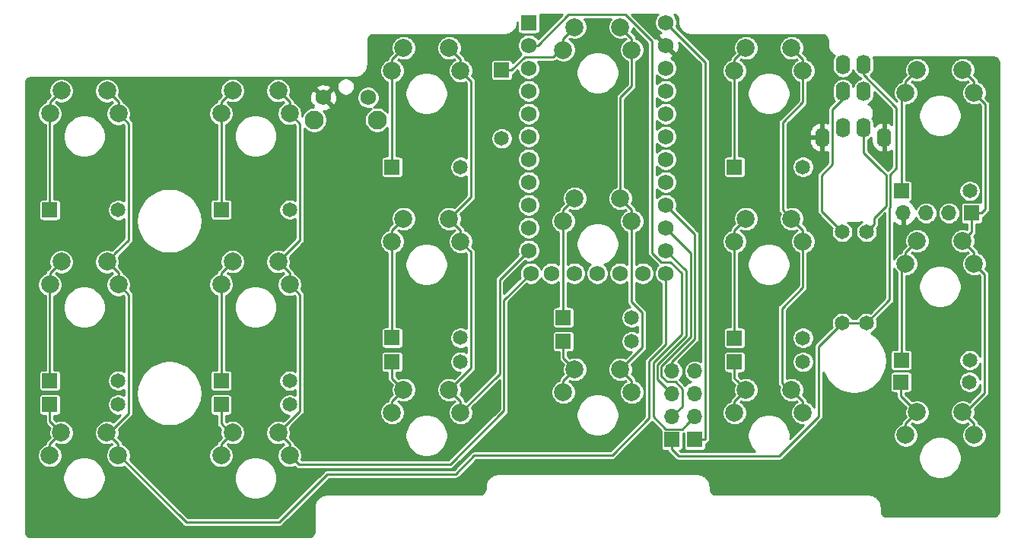
<source format=gbr>
G04 #@! TF.GenerationSoftware,KiCad,Pcbnew,(5.1.0)-1*
G04 #@! TF.CreationDate,2020-10-31T22:30:08+11:00*
G04 #@! TF.ProjectId,oddball,6f646462-616c-46c2-9e6b-696361645f70,rev?*
G04 #@! TF.SameCoordinates,Original*
G04 #@! TF.FileFunction,Copper,L2,Bot*
G04 #@! TF.FilePolarity,Positive*
%FSLAX46Y46*%
G04 Gerber Fmt 4.6, Leading zero omitted, Abs format (unit mm)*
G04 Created by KiCad (PCBNEW (5.1.0)-1) date 2020-10-31 22:30:08*
%MOMM*%
%LPD*%
G04 APERTURE LIST*
%ADD10O,1.600000X2.200000*%
%ADD11C,1.651000*%
%ADD12C,2.100000*%
%ADD13C,1.750000*%
%ADD14O,1.700000X1.700000*%
%ADD15R,1.700000X1.700000*%
%ADD16C,2.000000*%
%ADD17R,1.651000X1.651000*%
%ADD18R,1.752600X1.752600*%
%ADD19C,1.752600*%
%ADD20C,0.250000*%
%ADD21C,0.254000*%
G04 APERTURE END LIST*
D10*
X167266000Y-66398000D03*
X167266000Y-63398000D03*
X167266000Y-70398000D03*
X162666000Y-71498000D03*
X169566000Y-71498000D03*
X164966000Y-70398000D03*
X164966000Y-66398000D03*
X164966000Y-63398000D03*
D11*
X167600000Y-92180000D03*
X167600000Y-82020000D03*
X164900000Y-82020000D03*
X164900000Y-92180000D03*
D12*
X106123903Y-69546000D03*
D13*
X107133903Y-67056000D03*
X112133903Y-67056000D03*
D12*
X113133903Y-69546000D03*
D14*
X148480000Y-97550000D03*
X148480000Y-100090000D03*
X148480000Y-102630000D03*
D15*
X148480000Y-105170000D03*
D16*
X135130000Y-59220000D03*
X141480000Y-61760000D03*
X133860000Y-61760000D03*
X140210000Y-59220000D03*
X77990000Y-66300000D03*
X84340000Y-68840000D03*
X76720000Y-68840000D03*
X83070000Y-66300000D03*
D14*
X145940000Y-97550000D03*
X145940000Y-100090000D03*
X145940000Y-102630000D03*
D15*
X145940000Y-105170000D03*
D16*
X116080000Y-80570000D03*
X122430000Y-83110000D03*
X114810000Y-83110000D03*
X121160000Y-80570000D03*
X154180000Y-61540000D03*
X160530000Y-64080000D03*
X152910000Y-64080000D03*
X159260000Y-61540000D03*
D14*
X171680000Y-79930000D03*
X174220000Y-79930000D03*
X176760000Y-79930000D03*
D15*
X179300000Y-79930000D03*
D16*
X97050000Y-85340000D03*
X103400000Y-87880000D03*
X95780000Y-87880000D03*
X102130000Y-85340000D03*
X97050000Y-66290000D03*
X103400000Y-68830000D03*
X95780000Y-68830000D03*
X102130000Y-66290000D03*
X116080000Y-61540000D03*
X122430000Y-64080000D03*
X114810000Y-64080000D03*
X121160000Y-61540000D03*
X173230000Y-63990000D03*
X179580000Y-66530000D03*
X171960000Y-66530000D03*
X178310000Y-63990000D03*
D17*
X171460000Y-77470000D03*
D11*
X179080000Y-77470000D03*
D17*
X133860000Y-91570000D03*
D11*
X141480000Y-91570000D03*
D17*
X152910000Y-93840000D03*
D11*
X160530000Y-93840000D03*
D17*
X171460000Y-96320000D03*
D11*
X179080000Y-96320000D03*
D17*
X114800000Y-93830000D03*
D11*
X122420000Y-93830000D03*
D17*
X114800000Y-74800000D03*
D11*
X122420000Y-74800000D03*
D17*
X76710000Y-98600000D03*
D11*
X84330000Y-98600000D03*
D17*
X95780000Y-98610000D03*
D11*
X103400000Y-98610000D03*
D17*
X76710000Y-79590000D03*
D11*
X84330000Y-79590000D03*
D17*
X152910000Y-74790000D03*
D11*
X160530000Y-74790000D03*
D17*
X127000000Y-64000000D03*
D11*
X127000000Y-71620000D03*
D17*
X95780000Y-79550000D03*
D11*
X103400000Y-79550000D03*
D16*
X173230000Y-102120000D03*
X179580000Y-104660000D03*
X171960000Y-104660000D03*
X178310000Y-102120000D03*
D17*
X95780000Y-101280000D03*
D11*
X103400000Y-101280000D03*
D17*
X76710000Y-101270000D03*
D11*
X84330000Y-101270000D03*
D17*
X114800000Y-96510000D03*
D11*
X122420000Y-96510000D03*
D16*
X135130000Y-97340000D03*
X141480000Y-99880000D03*
X133860000Y-99880000D03*
X140210000Y-97340000D03*
X116080000Y-99620000D03*
X122430000Y-102160000D03*
X114810000Y-102160000D03*
X121160000Y-99620000D03*
X97050000Y-104390000D03*
X103400000Y-106930000D03*
X95780000Y-106930000D03*
X102130000Y-104390000D03*
D17*
X133860000Y-94230000D03*
D11*
X141480000Y-94230000D03*
D16*
X77980000Y-104390000D03*
X84330000Y-106930000D03*
X76710000Y-106930000D03*
X83060000Y-104390000D03*
X154180000Y-80570000D03*
X160530000Y-83110000D03*
X152910000Y-83110000D03*
X159260000Y-80570000D03*
X135130000Y-78300000D03*
X141480000Y-80840000D03*
X133860000Y-80840000D03*
X140210000Y-78300000D03*
X77990000Y-85350000D03*
X84340000Y-87890000D03*
X76720000Y-87890000D03*
X83070000Y-85350000D03*
D17*
X152910000Y-96520000D03*
D11*
X160530000Y-96520000D03*
D16*
X173230000Y-83040000D03*
X179580000Y-85580000D03*
X171960000Y-85580000D03*
X178310000Y-83040000D03*
D17*
X171440000Y-98750000D03*
D11*
X179060000Y-98750000D03*
D16*
X154180000Y-99630000D03*
X160530000Y-102170000D03*
X152910000Y-102170000D03*
X159260000Y-99630000D03*
D18*
X130010000Y-58710000D03*
D19*
X130010000Y-61250000D03*
X130010000Y-63790000D03*
X130010000Y-66330000D03*
X130010000Y-68870000D03*
X130010000Y-71410000D03*
X130010000Y-73950000D03*
X130010000Y-76490000D03*
X130010000Y-79030000D03*
X130010000Y-81570000D03*
X130010000Y-84110000D03*
X145250000Y-86650000D03*
X145250000Y-84110000D03*
X145250000Y-81570000D03*
X145250000Y-79030000D03*
X145250000Y-76490000D03*
X145250000Y-73950000D03*
X145250000Y-71410000D03*
X145250000Y-68870000D03*
X145250000Y-66330000D03*
X145250000Y-63790000D03*
X145250000Y-61250000D03*
X130238600Y-86650000D03*
X145250000Y-58710000D03*
X142710000Y-86650000D03*
X140170000Y-86650000D03*
X137630000Y-86650000D03*
X135090000Y-86650000D03*
X132550000Y-86650000D03*
D20*
X76720000Y-67570000D02*
X76720000Y-68840000D01*
X77990000Y-66300000D02*
X76720000Y-67570000D01*
X76710000Y-79590000D02*
X76710000Y-68850000D01*
X76710000Y-68850000D02*
X76720000Y-68840000D01*
X97050000Y-66290000D02*
X95780000Y-67560000D01*
X95780000Y-79550000D02*
X95780000Y-68830000D01*
X95780000Y-67560000D02*
X95780000Y-68830000D01*
X114800000Y-74800000D02*
X114800000Y-64090000D01*
X114800000Y-64090000D02*
X114810000Y-64080000D01*
X114810000Y-62810000D02*
X114810000Y-64080000D01*
X116080000Y-61540000D02*
X114810000Y-62810000D01*
X129555500Y-62520000D02*
X132732602Y-62520000D01*
X132732602Y-62520000D02*
X133492602Y-61760000D01*
X133492602Y-61760000D02*
X133860000Y-61760000D01*
X135130000Y-59220000D02*
X133860000Y-60490000D01*
X133860000Y-60490000D02*
X133860000Y-61760000D01*
X127000000Y-64000000D02*
X128075500Y-64000000D01*
X128075500Y-64000000D02*
X129555500Y-62520000D01*
X152910000Y-62810000D02*
X152910000Y-64080000D01*
X152910000Y-74790000D02*
X152910000Y-64080000D01*
X154180000Y-61540000D02*
X152910000Y-62810000D01*
X171460000Y-77470000D02*
X171460000Y-67030000D01*
X171460000Y-67030000D02*
X171960000Y-66530000D01*
X171960000Y-65260000D02*
X171960000Y-66530000D01*
X173230000Y-63990000D02*
X171960000Y-65260000D01*
X76720000Y-86620000D02*
X76720000Y-87890000D01*
X77990000Y-85350000D02*
X76720000Y-86620000D01*
X76710000Y-98600000D02*
X76710000Y-87900000D01*
X76710000Y-87900000D02*
X76720000Y-87890000D01*
X95780000Y-87805000D02*
X96435000Y-87150000D01*
X97050000Y-85340000D02*
X95780000Y-86610000D01*
X95780000Y-98610000D02*
X95780000Y-87805000D01*
X95780000Y-86610000D02*
X95780000Y-87880000D01*
X116080000Y-80570000D02*
X114810000Y-81840000D01*
X114810000Y-81840000D02*
X114810000Y-83110000D01*
X114800000Y-93830000D02*
X114800000Y-83120000D01*
X114800000Y-83120000D02*
X114810000Y-83110000D01*
X133860000Y-91570000D02*
X133830000Y-91540000D01*
X133830000Y-91540000D02*
X133830000Y-80870000D01*
X133860000Y-79570000D02*
X133860000Y-80840000D01*
X133830000Y-80870000D02*
X133860000Y-80840000D01*
X135130000Y-78300000D02*
X133860000Y-79570000D01*
X152910000Y-81840000D02*
X152910000Y-83110000D01*
X152910000Y-93840000D02*
X152910000Y-83110000D01*
X154180000Y-80570000D02*
X152910000Y-81840000D01*
X171460000Y-86080000D02*
X171960000Y-85580000D01*
X171460000Y-96320000D02*
X171460000Y-86080000D01*
X173230000Y-83040000D02*
X171960000Y-84310000D01*
X171960000Y-84310000D02*
X171960000Y-85580000D01*
X76710000Y-105660000D02*
X76710000Y-106930000D01*
X76710000Y-103120000D02*
X76710000Y-101270000D01*
X77980000Y-104390000D02*
X76710000Y-103120000D01*
X77980000Y-104390000D02*
X76710000Y-105660000D01*
X97050000Y-104390000D02*
X95780000Y-105660000D01*
X95780000Y-105660000D02*
X95780000Y-106930000D01*
X97070000Y-104680000D02*
X95780000Y-103390000D01*
X95780000Y-103390000D02*
X95780000Y-101280000D01*
X116080000Y-99620000D02*
X114810000Y-100890000D01*
X114810000Y-100890000D02*
X114810000Y-102160000D01*
X116080000Y-99620000D02*
X114800000Y-98340000D01*
X114800000Y-98340000D02*
X114800000Y-96510000D01*
X135130000Y-97340000D02*
X133860000Y-98610000D01*
X133860000Y-98610000D02*
X133860000Y-99880000D01*
X133860000Y-94230000D02*
X133860000Y-96070000D01*
X133860000Y-96070000D02*
X135130000Y-97340000D01*
X153180001Y-98630001D02*
X154180000Y-99630000D01*
X152910000Y-96520000D02*
X152910000Y-98360000D01*
X152910000Y-98360000D02*
X153180001Y-98630001D01*
X154180000Y-99630000D02*
X152910000Y-100900000D01*
X152910000Y-100900000D02*
X152910000Y-102170000D01*
X171440000Y-98750000D02*
X171440000Y-100330000D01*
X173230000Y-102120000D02*
X171960000Y-103390000D01*
X171960000Y-103390000D02*
X171960000Y-104660000D01*
X171440000Y-100330000D02*
X173230000Y-102120000D01*
X179580000Y-103390000D02*
X179580000Y-104660000D01*
X180579999Y-86579999D02*
X179580000Y-85580000D01*
X179580000Y-66530000D02*
X180848000Y-67798000D01*
X179580000Y-65260000D02*
X179580000Y-66530000D01*
X180730501Y-99969499D02*
X180730501Y-86730501D01*
X178290000Y-102410000D02*
X180730501Y-99969499D01*
X179580000Y-84310000D02*
X179580000Y-85580000D01*
X179300000Y-82050000D02*
X178310000Y-83040000D01*
X178310000Y-63990000D02*
X179580000Y-65260000D01*
X178310000Y-83040000D02*
X179580000Y-84310000D01*
X178310000Y-102120000D02*
X179580000Y-103390000D01*
X180730501Y-86730501D02*
X180579999Y-86579999D01*
X180400000Y-79930000D02*
X179300000Y-79930000D01*
X180848000Y-67798000D02*
X180848000Y-79482000D01*
X179300000Y-79930000D02*
X179300000Y-82050000D01*
X180848000Y-79482000D02*
X180400000Y-79930000D01*
X159260000Y-99630000D02*
X160530000Y-100900000D01*
X160530000Y-100900000D02*
X160530000Y-102170000D01*
X160530000Y-84524213D02*
X160530000Y-83110000D01*
X160530000Y-67560000D02*
X160530000Y-64080000D01*
X160530000Y-81840000D02*
X160530000Y-83110000D01*
X159260000Y-80570000D02*
X158260001Y-79570001D01*
X158165272Y-98845272D02*
X158165272Y-90534728D01*
X159240000Y-99920000D02*
X158165272Y-98845272D01*
X158165272Y-90534728D02*
X160530000Y-88170000D01*
X159260000Y-61540000D02*
X160530000Y-62810000D01*
X158260001Y-79570001D02*
X158260001Y-69829999D01*
X160530000Y-62810000D02*
X160530000Y-64080000D01*
X159260000Y-80570000D02*
X160530000Y-81840000D01*
X158260001Y-69829999D02*
X160530000Y-67560000D01*
X160530000Y-88170000D02*
X160530000Y-84524213D01*
X162590000Y-79710000D02*
X164074501Y-81194501D01*
X163791010Y-74517988D02*
X162590000Y-75718998D01*
X162590000Y-75718998D02*
X162590000Y-79710000D01*
X164074501Y-81194501D02*
X164900000Y-82020000D01*
X163791010Y-68381988D02*
X163791010Y-70827010D01*
X164966000Y-67206998D02*
X163791010Y-68381988D01*
X164966000Y-66398000D02*
X164966000Y-67206998D01*
X163791010Y-70827010D02*
X163791010Y-74517988D01*
X167600000Y-92180000D02*
X166432567Y-92180000D01*
X145940000Y-105170000D02*
X145940000Y-104860000D01*
X146698901Y-107028901D02*
X145940000Y-106270000D01*
X162280000Y-94800000D02*
X162280000Y-102581974D01*
X157833073Y-107028901D02*
X146698901Y-107028901D01*
X162280000Y-102581974D02*
X157833073Y-107028901D01*
X164900000Y-92180000D02*
X162280000Y-94800000D01*
X145940000Y-106270000D02*
X145940000Y-105170000D01*
X166432567Y-92180000D02*
X164900000Y-92180000D01*
X170225012Y-75646988D02*
X170942000Y-74930000D01*
X167600000Y-92180000D02*
X170180000Y-89600000D01*
X170225012Y-79302401D02*
X170225012Y-75646988D01*
X170180000Y-79347413D02*
X170225012Y-79302401D01*
X170180000Y-89600000D02*
X170180000Y-79347413D01*
X170942000Y-68182996D02*
X170942000Y-72136000D01*
X167266000Y-64506996D02*
X170942000Y-68182996D01*
X167266000Y-63398000D02*
X167266000Y-64506996D01*
X170942000Y-74930000D02*
X170942000Y-72136000D01*
X167266000Y-72176000D02*
X167266000Y-72476000D01*
X168425499Y-81194501D02*
X167600000Y-82020000D01*
X168425499Y-80465503D02*
X168425499Y-81194501D01*
X167266000Y-70398000D02*
X167266000Y-72476000D01*
X169775001Y-75683999D02*
X169775001Y-79116001D01*
X169775001Y-79116001D02*
X168425499Y-80465503D01*
X167266000Y-73174998D02*
X169219501Y-75128499D01*
X167266000Y-70398000D02*
X167266000Y-73174998D01*
X168316000Y-74224998D02*
X169219501Y-75128499D01*
X169219501Y-75128499D02*
X169775001Y-75683999D01*
X147000000Y-93477180D02*
X143864979Y-96612201D01*
X131000000Y-61250000D02*
X134400000Y-57850000D01*
X147000000Y-86622074D02*
X147000000Y-93477180D01*
X147630001Y-103479999D02*
X148480000Y-102630000D01*
X143864979Y-96612201D02*
X143864979Y-102614979D01*
X145244999Y-103994999D02*
X147115001Y-103994999D01*
X145757926Y-85380000D02*
X147000000Y-86622074D01*
X144742074Y-85380000D02*
X145757926Y-85380000D01*
X143750000Y-60798998D02*
X143750000Y-84387926D01*
X143864979Y-102614979D02*
X145244999Y-103994999D01*
X134400000Y-57850000D02*
X140801002Y-57850000D01*
X130010000Y-61250000D02*
X131000000Y-61250000D01*
X140801002Y-57850000D02*
X143750000Y-60798998D01*
X143750000Y-84387926D02*
X144742074Y-85380000D01*
X147115001Y-103994999D02*
X147630001Y-103479999D01*
X149580000Y-105170000D02*
X148480000Y-105170000D01*
X149655001Y-63115001D02*
X149655001Y-105094999D01*
X149655001Y-105094999D02*
X149580000Y-105170000D01*
X145250000Y-58710000D02*
X149655001Y-63115001D01*
X147500000Y-93613590D02*
X144314989Y-96798601D01*
X144314989Y-98464989D02*
X145090001Y-99240001D01*
X147500000Y-86360000D02*
X147500000Y-93613590D01*
X145250000Y-84110000D02*
X147500000Y-86360000D01*
X144314989Y-96798601D02*
X144314989Y-98464989D01*
X145090001Y-99240001D02*
X145940000Y-100090000D01*
X148500000Y-93950000D02*
X148500000Y-85250000D01*
X145250000Y-79030000D02*
X148500000Y-82280000D01*
X148500000Y-82280000D02*
X148500000Y-85250000D01*
X145940000Y-97550000D02*
X145940000Y-96510000D01*
X145940000Y-96510000D02*
X148500000Y-93950000D01*
X145375999Y-98725001D02*
X144764999Y-98114001D01*
X145940000Y-102630000D02*
X147115001Y-101454999D01*
X144764999Y-98114001D02*
X144764999Y-96985001D01*
X148049989Y-93700011D02*
X148049989Y-86950011D01*
X145250000Y-81570000D02*
X148049990Y-84369990D01*
X144764999Y-96985001D02*
X148049989Y-93700011D01*
X146314003Y-98725001D02*
X145375999Y-98725001D01*
X147115001Y-101454999D02*
X147115001Y-99525999D01*
X148049990Y-84369990D02*
X148049990Y-86950010D01*
X148049990Y-86950010D02*
X148049989Y-86950011D01*
X147115001Y-99525999D02*
X146314003Y-98725001D01*
X91875000Y-114400000D02*
X83675000Y-106200000D01*
X84069999Y-84350001D02*
X83070000Y-85350000D01*
X84340000Y-67570000D02*
X84340000Y-68840000D01*
X85480501Y-82939499D02*
X84069999Y-84350001D01*
X85480501Y-89030501D02*
X84340000Y-87890000D01*
X107600000Y-109000000D02*
X102200000Y-114400000D01*
X83060000Y-104390000D02*
X84330000Y-105660000D01*
X85480501Y-102239499D02*
X85480501Y-89030501D01*
X83070000Y-66300000D02*
X84340000Y-67570000D01*
X84340000Y-68840000D02*
X85480501Y-69980501D01*
X102200000Y-114400000D02*
X91875000Y-114400000D01*
X84330000Y-105660000D02*
X84330000Y-106930000D01*
X83070000Y-85350000D02*
X84340000Y-86620000D01*
X84340000Y-86620000D02*
X84340000Y-87890000D01*
X83040000Y-104680000D02*
X85480501Y-102239499D01*
X85480501Y-69980501D02*
X85480501Y-82939499D01*
X143414969Y-96425801D02*
X143414969Y-102801379D01*
X145250000Y-86650000D02*
X145250000Y-94590770D01*
X145250000Y-94590770D02*
X143414969Y-96425801D01*
X143414969Y-102801379D02*
X139282348Y-106934000D01*
X123952000Y-106934000D02*
X121886000Y-109000000D01*
X139282348Y-106934000D02*
X123952000Y-106934000D01*
X121886000Y-109000000D02*
X107600000Y-109000000D01*
X103400000Y-87880000D02*
X104550501Y-89030501D01*
X103129999Y-103390001D02*
X102130000Y-104390000D01*
X104550501Y-69980501D02*
X103400000Y-68830000D01*
X102130000Y-85340000D02*
X104550501Y-82919499D01*
X121280001Y-107929999D02*
X104399999Y-107929999D01*
X104399999Y-107929999D02*
X103400000Y-106930000D01*
X104550501Y-89030501D02*
X104550501Y-101969499D01*
X104550501Y-101969499D02*
X103129999Y-103390001D01*
X104550501Y-82919499D02*
X104550501Y-69980501D01*
X127255000Y-101955000D02*
X121280001Y-107929999D01*
X103400000Y-86610000D02*
X103400000Y-87880000D01*
X103400000Y-105660000D02*
X103400000Y-106930000D01*
X102130000Y-85340000D02*
X103400000Y-86610000D01*
X103400000Y-67560000D02*
X103400000Y-68830000D01*
X127255000Y-89633600D02*
X127255000Y-101955000D01*
X130238600Y-86650000D02*
X127255000Y-89633600D01*
X102130000Y-104390000D02*
X103400000Y-105660000D01*
X102130000Y-66290000D02*
X103400000Y-67560000D01*
X123570501Y-78159499D02*
X123570501Y-65220501D01*
X130010000Y-84110000D02*
X126750000Y-87370000D01*
X121160000Y-99620000D02*
X122430000Y-100890000D01*
X122430000Y-62810000D02*
X122430000Y-64080000D01*
X121160000Y-61540000D02*
X122430000Y-62810000D01*
X126750000Y-97840000D02*
X122430000Y-102160000D01*
X121160000Y-80570000D02*
X122430000Y-81840000D01*
X121160000Y-99620000D02*
X123570501Y-97209499D01*
X121160000Y-80570000D02*
X123570501Y-78159499D01*
X126750000Y-87370000D02*
X126750000Y-97840000D01*
X122430000Y-100890000D02*
X122430000Y-102160000D01*
X122430000Y-81840000D02*
X122430000Y-83110000D01*
X123570501Y-65220501D02*
X122430000Y-64080000D01*
X123570501Y-97209499D02*
X123570501Y-84250501D01*
X123570501Y-84250501D02*
X122430000Y-83110000D01*
X142630501Y-94919499D02*
X141209999Y-96340001D01*
X140210000Y-67040000D02*
X141480000Y-65770000D01*
X141450000Y-80870000D02*
X141450000Y-89837258D01*
X141480000Y-98610000D02*
X141480000Y-99880000D01*
X142630501Y-91017759D02*
X142630501Y-94919499D01*
X141480000Y-65770000D02*
X141480000Y-61760000D01*
X141450000Y-89837258D02*
X142630501Y-91017759D01*
X141480000Y-60490000D02*
X141480000Y-61760000D01*
X141480000Y-80840000D02*
X141450000Y-80870000D01*
X141480000Y-79570000D02*
X141480000Y-80840000D01*
X141209999Y-96340001D02*
X140210000Y-97340000D01*
X140210000Y-97340000D02*
X141480000Y-98610000D01*
X140210000Y-78300000D02*
X140210000Y-67040000D01*
X140560000Y-97340000D02*
X140210000Y-97340000D01*
X140210000Y-78300000D02*
X141480000Y-79570000D01*
X140210000Y-59220000D02*
X141480000Y-60490000D01*
D21*
G36*
X131026376Y-60508033D02*
G01*
X130986609Y-60448518D01*
X130811482Y-60273391D01*
X130605555Y-60135795D01*
X130376741Y-60041017D01*
X130133833Y-59992700D01*
X129886167Y-59992700D01*
X129643259Y-60041017D01*
X129414445Y-60135795D01*
X129208518Y-60273391D01*
X129033391Y-60448518D01*
X128895795Y-60654445D01*
X128801017Y-60883259D01*
X128752700Y-61126167D01*
X128752700Y-61373833D01*
X128801017Y-61616741D01*
X128895795Y-61845555D01*
X129033391Y-62051482D01*
X129170909Y-62189000D01*
X128206287Y-63153622D01*
X128200987Y-63099811D01*
X128179201Y-63027992D01*
X128143822Y-62961804D01*
X128096211Y-62903789D01*
X128038196Y-62856178D01*
X127972008Y-62820799D01*
X127900189Y-62799013D01*
X127825500Y-62791657D01*
X126174500Y-62791657D01*
X126099811Y-62799013D01*
X126027992Y-62820799D01*
X125961804Y-62856178D01*
X125903789Y-62903789D01*
X125856178Y-62961804D01*
X125820799Y-63027992D01*
X125799013Y-63099811D01*
X125791657Y-63174500D01*
X125791657Y-64825500D01*
X125799013Y-64900189D01*
X125820799Y-64972008D01*
X125856178Y-65038196D01*
X125903789Y-65096211D01*
X125961804Y-65143822D01*
X126027992Y-65179201D01*
X126099811Y-65200987D01*
X126174500Y-65208343D01*
X127825500Y-65208343D01*
X127900189Y-65200987D01*
X127972008Y-65179201D01*
X128038196Y-65143822D01*
X128096211Y-65096211D01*
X128143822Y-65038196D01*
X128179201Y-64972008D01*
X128200987Y-64900189D01*
X128208343Y-64825500D01*
X128208343Y-64488471D01*
X128270075Y-64469745D01*
X128357979Y-64422759D01*
X128435027Y-64359527D01*
X128450876Y-64340215D01*
X128773365Y-64017726D01*
X128801017Y-64156741D01*
X128895795Y-64385555D01*
X129033391Y-64591482D01*
X129208518Y-64766609D01*
X129414445Y-64904205D01*
X129643259Y-64998983D01*
X129886167Y-65047300D01*
X130133833Y-65047300D01*
X130376741Y-64998983D01*
X130605555Y-64904205D01*
X130811482Y-64766609D01*
X130986609Y-64591482D01*
X131124205Y-64385555D01*
X131218983Y-64156741D01*
X131237013Y-64066093D01*
X135295100Y-64066093D01*
X135295100Y-64533907D01*
X135386366Y-64992733D01*
X135565391Y-65424937D01*
X135825295Y-65813910D01*
X136156090Y-66144705D01*
X136545063Y-66404609D01*
X136977267Y-66583634D01*
X137436093Y-66674900D01*
X137903907Y-66674900D01*
X138362733Y-66583634D01*
X138794937Y-66404609D01*
X139183910Y-66144705D01*
X139514705Y-65813910D01*
X139774609Y-65424937D01*
X139953634Y-64992733D01*
X140044900Y-64533907D01*
X140044900Y-64066093D01*
X139953634Y-63607267D01*
X139774609Y-63175063D01*
X139514705Y-62786090D01*
X139183910Y-62455295D01*
X138794937Y-62195391D01*
X138362733Y-62016366D01*
X137903907Y-61925100D01*
X137436093Y-61925100D01*
X136977267Y-62016366D01*
X136545063Y-62195391D01*
X136156090Y-62455295D01*
X135825295Y-62786090D01*
X135565391Y-63175063D01*
X135386366Y-63607267D01*
X135295100Y-64066093D01*
X131237013Y-64066093D01*
X131267300Y-63913833D01*
X131267300Y-63666167D01*
X131218983Y-63423259D01*
X131124205Y-63194445D01*
X131011654Y-63026000D01*
X132707756Y-63026000D01*
X132732602Y-63028447D01*
X132757448Y-63026000D01*
X132757456Y-63026000D01*
X132831795Y-63018678D01*
X132927177Y-62989745D01*
X133015081Y-62942759D01*
X133073113Y-62895133D01*
X133205851Y-62983826D01*
X133457177Y-63087929D01*
X133723983Y-63141000D01*
X133996017Y-63141000D01*
X134262823Y-63087929D01*
X134514149Y-62983826D01*
X134740336Y-62832693D01*
X134932693Y-62640336D01*
X135083826Y-62414149D01*
X135187929Y-62162823D01*
X135241000Y-61896017D01*
X135241000Y-61623983D01*
X135187929Y-61357177D01*
X135083826Y-61105851D01*
X134932693Y-60879664D01*
X134740336Y-60687307D01*
X134523302Y-60542290D01*
X134579028Y-60486563D01*
X134727177Y-60547929D01*
X134993983Y-60601000D01*
X135266017Y-60601000D01*
X135532823Y-60547929D01*
X135784149Y-60443826D01*
X136010336Y-60292693D01*
X136202693Y-60100336D01*
X136353826Y-59874149D01*
X136457929Y-59622823D01*
X136511000Y-59356017D01*
X136511000Y-59083983D01*
X136457929Y-58817177D01*
X136353826Y-58565851D01*
X136213608Y-58356000D01*
X139126392Y-58356000D01*
X138986174Y-58565851D01*
X138882071Y-58817177D01*
X138829000Y-59083983D01*
X138829000Y-59356017D01*
X138882071Y-59622823D01*
X138986174Y-59874149D01*
X139137307Y-60100336D01*
X139329664Y-60292693D01*
X139555851Y-60443826D01*
X139807177Y-60547929D01*
X140073983Y-60601000D01*
X140346017Y-60601000D01*
X140612823Y-60547929D01*
X140760972Y-60486564D01*
X140816698Y-60542290D01*
X140599664Y-60687307D01*
X140407307Y-60879664D01*
X140256174Y-61105851D01*
X140152071Y-61357177D01*
X140099000Y-61623983D01*
X140099000Y-61896017D01*
X140152071Y-62162823D01*
X140256174Y-62414149D01*
X140407307Y-62640336D01*
X140599664Y-62832693D01*
X140825851Y-62983826D01*
X140974001Y-63045192D01*
X140974000Y-65560408D01*
X139869780Y-66664629D01*
X139850474Y-66680473D01*
X139787242Y-66757521D01*
X139771824Y-66786366D01*
X139740255Y-66845426D01*
X139711322Y-66940808D01*
X139701553Y-67040000D01*
X139704001Y-67064856D01*
X139704000Y-77014808D01*
X139555851Y-77076174D01*
X139329664Y-77227307D01*
X139137307Y-77419664D01*
X138986174Y-77645851D01*
X138882071Y-77897177D01*
X138829000Y-78163983D01*
X138829000Y-78436017D01*
X138882071Y-78702823D01*
X138986174Y-78954149D01*
X139137307Y-79180336D01*
X139329664Y-79372693D01*
X139555851Y-79523826D01*
X139807177Y-79627929D01*
X140073983Y-79681000D01*
X140346017Y-79681000D01*
X140612823Y-79627929D01*
X140760972Y-79566564D01*
X140816698Y-79622290D01*
X140599664Y-79767307D01*
X140407307Y-79959664D01*
X140256174Y-80185851D01*
X140152071Y-80437177D01*
X140099000Y-80703983D01*
X140099000Y-80976017D01*
X140152071Y-81242823D01*
X140256174Y-81494149D01*
X140407307Y-81720336D01*
X140599664Y-81912693D01*
X140825851Y-82063826D01*
X140944000Y-82112765D01*
X140944001Y-85655028D01*
X140765555Y-85535795D01*
X140536741Y-85441017D01*
X140293833Y-85392700D01*
X140046167Y-85392700D01*
X139803259Y-85441017D01*
X139574445Y-85535795D01*
X139368518Y-85673391D01*
X139193391Y-85848518D01*
X139055795Y-86054445D01*
X138961017Y-86283259D01*
X138912700Y-86526167D01*
X138912700Y-86773833D01*
X138961017Y-87016741D01*
X139055795Y-87245555D01*
X139193391Y-87451482D01*
X139368518Y-87626609D01*
X139574445Y-87764205D01*
X139803259Y-87858983D01*
X140046167Y-87907300D01*
X140293833Y-87907300D01*
X140536741Y-87858983D01*
X140765555Y-87764205D01*
X140944001Y-87644971D01*
X140944001Y-89812402D01*
X140941553Y-89837258D01*
X140951322Y-89936450D01*
X140980255Y-90031832D01*
X141002127Y-90072750D01*
X141027242Y-90119737D01*
X141090474Y-90196785D01*
X141109780Y-90212629D01*
X141277328Y-90380177D01*
X141128077Y-90409865D01*
X140908508Y-90500813D01*
X140710901Y-90632850D01*
X140542850Y-90800901D01*
X140410813Y-90998508D01*
X140319865Y-91218077D01*
X140273500Y-91451170D01*
X140273500Y-91688830D01*
X140319865Y-91921923D01*
X140410813Y-92141492D01*
X140542850Y-92339099D01*
X140710901Y-92507150D01*
X140908508Y-92639187D01*
X141128077Y-92730135D01*
X141361170Y-92776500D01*
X141598830Y-92776500D01*
X141831923Y-92730135D01*
X142051492Y-92639187D01*
X142124501Y-92590404D01*
X142124502Y-93209597D01*
X142051492Y-93160813D01*
X141831923Y-93069865D01*
X141598830Y-93023500D01*
X141361170Y-93023500D01*
X141128077Y-93069865D01*
X140908508Y-93160813D01*
X140710901Y-93292850D01*
X140542850Y-93460901D01*
X140410813Y-93658508D01*
X140319865Y-93878077D01*
X140273500Y-94111170D01*
X140273500Y-94348830D01*
X140319865Y-94581923D01*
X140410813Y-94801492D01*
X140542850Y-94999099D01*
X140710901Y-95167150D01*
X140908508Y-95299187D01*
X141128077Y-95390135D01*
X141361170Y-95436500D01*
X141397909Y-95436500D01*
X140869782Y-95964627D01*
X140869777Y-95964631D01*
X140760972Y-96073436D01*
X140612823Y-96012071D01*
X140346017Y-95959000D01*
X140073983Y-95959000D01*
X139807177Y-96012071D01*
X139555851Y-96116174D01*
X139329664Y-96267307D01*
X139137307Y-96459664D01*
X138986174Y-96685851D01*
X138882071Y-96937177D01*
X138829000Y-97203983D01*
X138829000Y-97476017D01*
X138882071Y-97742823D01*
X138986174Y-97994149D01*
X139137307Y-98220336D01*
X139329664Y-98412693D01*
X139555851Y-98563826D01*
X139807177Y-98667929D01*
X140073983Y-98721000D01*
X140346017Y-98721000D01*
X140612823Y-98667929D01*
X140760972Y-98606564D01*
X140816698Y-98662290D01*
X140599664Y-98807307D01*
X140407307Y-98999664D01*
X140256174Y-99225851D01*
X140152071Y-99477177D01*
X140099000Y-99743983D01*
X140099000Y-100016017D01*
X140152071Y-100282823D01*
X140256174Y-100534149D01*
X140407307Y-100760336D01*
X140599664Y-100952693D01*
X140825851Y-101103826D01*
X141077177Y-101207929D01*
X141343983Y-101261000D01*
X141616017Y-101261000D01*
X141882823Y-101207929D01*
X142134149Y-101103826D01*
X142360336Y-100952693D01*
X142552693Y-100760336D01*
X142703826Y-100534149D01*
X142807929Y-100282823D01*
X142861000Y-100016017D01*
X142861000Y-99743983D01*
X142807929Y-99477177D01*
X142703826Y-99225851D01*
X142552693Y-98999664D01*
X142360336Y-98807307D01*
X142134149Y-98656174D01*
X141986991Y-98595219D01*
X141986000Y-98585153D01*
X141986000Y-98585146D01*
X141978678Y-98510807D01*
X141975097Y-98499000D01*
X141949745Y-98415425D01*
X141940472Y-98398077D01*
X141902759Y-98327521D01*
X141839527Y-98250473D01*
X141820220Y-98234628D01*
X141476564Y-97890972D01*
X141537929Y-97742823D01*
X141591000Y-97476017D01*
X141591000Y-97203983D01*
X141537929Y-96937177D01*
X141476564Y-96789028D01*
X141585369Y-96680223D01*
X141585373Y-96680218D01*
X142970721Y-95294871D01*
X142990028Y-95279026D01*
X143053260Y-95201978D01*
X143100246Y-95114074D01*
X143109830Y-95082478D01*
X143129179Y-95018693D01*
X143131992Y-94990135D01*
X143136501Y-94944353D01*
X143136501Y-94944346D01*
X143138948Y-94919500D01*
X143136501Y-94894654D01*
X143136501Y-91042613D01*
X143138949Y-91017759D01*
X143129179Y-90918566D01*
X143100246Y-90823184D01*
X143088335Y-90800901D01*
X143053260Y-90735280D01*
X142990028Y-90658232D01*
X142970721Y-90642387D01*
X141956000Y-89627667D01*
X141956000Y-87658335D01*
X142114445Y-87764205D01*
X142343259Y-87858983D01*
X142586167Y-87907300D01*
X142833833Y-87907300D01*
X143076741Y-87858983D01*
X143305555Y-87764205D01*
X143511482Y-87626609D01*
X143686609Y-87451482D01*
X143824205Y-87245555D01*
X143918983Y-87016741D01*
X143967300Y-86773833D01*
X143967300Y-86526167D01*
X143918983Y-86283259D01*
X143824205Y-86054445D01*
X143686609Y-85848518D01*
X143511482Y-85673391D01*
X143305555Y-85535795D01*
X143076741Y-85441017D01*
X142833833Y-85392700D01*
X142586167Y-85392700D01*
X142343259Y-85441017D01*
X142114445Y-85535795D01*
X141956000Y-85641665D01*
X141956000Y-82137618D01*
X142134149Y-82063826D01*
X142360336Y-81912693D01*
X142552693Y-81720336D01*
X142703826Y-81494149D01*
X142807929Y-81242823D01*
X142861000Y-80976017D01*
X142861000Y-80703983D01*
X142807929Y-80437177D01*
X142703826Y-80185851D01*
X142552693Y-79959664D01*
X142360336Y-79767307D01*
X142134149Y-79616174D01*
X141986991Y-79555219D01*
X141986000Y-79545153D01*
X141986000Y-79545146D01*
X141978678Y-79470807D01*
X141975097Y-79459000D01*
X141949745Y-79375425D01*
X141946963Y-79370221D01*
X141902759Y-79287521D01*
X141839527Y-79210473D01*
X141820220Y-79194628D01*
X141476564Y-78850972D01*
X141537929Y-78702823D01*
X141591000Y-78436017D01*
X141591000Y-78163983D01*
X141537929Y-77897177D01*
X141433826Y-77645851D01*
X141282693Y-77419664D01*
X141090336Y-77227307D01*
X140864149Y-77076174D01*
X140716000Y-77014808D01*
X140716000Y-67249591D01*
X141820220Y-66145372D01*
X141839527Y-66129527D01*
X141902759Y-66052479D01*
X141949745Y-65964575D01*
X141960089Y-65930474D01*
X141978678Y-65869194D01*
X141983498Y-65820255D01*
X141986000Y-65794854D01*
X141986000Y-65794847D01*
X141988447Y-65770001D01*
X141986000Y-65745155D01*
X141986000Y-63045192D01*
X142134149Y-62983826D01*
X142360336Y-62832693D01*
X142552693Y-62640336D01*
X142703826Y-62414149D01*
X142807929Y-62162823D01*
X142861000Y-61896017D01*
X142861000Y-61623983D01*
X142807929Y-61357177D01*
X142703826Y-61105851D01*
X142552693Y-60879664D01*
X142360336Y-60687307D01*
X142134149Y-60536174D01*
X141986991Y-60475219D01*
X141986000Y-60465153D01*
X141986000Y-60465146D01*
X141978678Y-60390807D01*
X141975863Y-60381525D01*
X141949745Y-60295425D01*
X141936548Y-60270736D01*
X141902759Y-60207521D01*
X141839527Y-60130473D01*
X141820220Y-60114628D01*
X141476564Y-59770972D01*
X141537929Y-59622823D01*
X141591000Y-59356017D01*
X141591000Y-59355589D01*
X143244000Y-61008590D01*
X143244001Y-84363070D01*
X143241553Y-84387926D01*
X143251322Y-84487118D01*
X143280255Y-84582500D01*
X143302120Y-84623405D01*
X143327242Y-84670405D01*
X143390474Y-84747453D01*
X143409780Y-84763297D01*
X144366702Y-85720220D01*
X144382473Y-85739436D01*
X144273391Y-85848518D01*
X144135795Y-86054445D01*
X144041017Y-86283259D01*
X143992700Y-86526167D01*
X143992700Y-86773833D01*
X144041017Y-87016741D01*
X144135795Y-87245555D01*
X144273391Y-87451482D01*
X144448518Y-87626609D01*
X144654445Y-87764205D01*
X144744000Y-87801300D01*
X144744001Y-94381177D01*
X143074754Y-96050425D01*
X143055442Y-96066274D01*
X142992210Y-96143322D01*
X142945224Y-96231227D01*
X142916291Y-96326609D01*
X142908969Y-96400948D01*
X142908969Y-96400955D01*
X142906522Y-96425801D01*
X142908969Y-96450647D01*
X142908970Y-102591786D01*
X139072757Y-106428000D01*
X123976845Y-106428000D01*
X123951999Y-106425553D01*
X123927153Y-106428000D01*
X123927146Y-106428000D01*
X123862694Y-106434348D01*
X123852806Y-106435322D01*
X123757425Y-106464255D01*
X123669521Y-106511241D01*
X123592473Y-106574473D01*
X123576629Y-106593779D01*
X121676409Y-108494000D01*
X107624845Y-108494000D01*
X107599999Y-108491553D01*
X107575153Y-108494000D01*
X107575146Y-108494000D01*
X107510694Y-108500348D01*
X107500806Y-108501322D01*
X107405425Y-108530255D01*
X107317521Y-108577241D01*
X107240473Y-108640473D01*
X107224629Y-108659779D01*
X101990409Y-113894000D01*
X92084592Y-113894000D01*
X87426685Y-109236093D01*
X97215100Y-109236093D01*
X97215100Y-109703907D01*
X97306366Y-110162733D01*
X97485391Y-110594937D01*
X97745295Y-110983910D01*
X98076090Y-111314705D01*
X98465063Y-111574609D01*
X98897267Y-111753634D01*
X99356093Y-111844900D01*
X99823907Y-111844900D01*
X100282733Y-111753634D01*
X100714937Y-111574609D01*
X101103910Y-111314705D01*
X101434705Y-110983910D01*
X101694609Y-110594937D01*
X101873634Y-110162733D01*
X101964900Y-109703907D01*
X101964900Y-109236093D01*
X101873634Y-108777267D01*
X101694609Y-108345063D01*
X101434705Y-107956090D01*
X101103910Y-107625295D01*
X100714937Y-107365391D01*
X100282733Y-107186366D01*
X99823907Y-107095100D01*
X99356093Y-107095100D01*
X98897267Y-107186366D01*
X98465063Y-107365391D01*
X98076090Y-107625295D01*
X97745295Y-107956090D01*
X97485391Y-108345063D01*
X97306366Y-108777267D01*
X97215100Y-109236093D01*
X87426685Y-109236093D01*
X85618530Y-107427939D01*
X85657929Y-107332823D01*
X85711000Y-107066017D01*
X85711000Y-106793983D01*
X94399000Y-106793983D01*
X94399000Y-107066017D01*
X94452071Y-107332823D01*
X94556174Y-107584149D01*
X94707307Y-107810336D01*
X94899664Y-108002693D01*
X95125851Y-108153826D01*
X95377177Y-108257929D01*
X95643983Y-108311000D01*
X95916017Y-108311000D01*
X96182823Y-108257929D01*
X96434149Y-108153826D01*
X96660336Y-108002693D01*
X96852693Y-107810336D01*
X97003826Y-107584149D01*
X97107929Y-107332823D01*
X97161000Y-107066017D01*
X97161000Y-106793983D01*
X97107929Y-106527177D01*
X97003826Y-106275851D01*
X96852693Y-106049664D01*
X96660336Y-105857307D01*
X96443302Y-105712290D01*
X96499028Y-105656563D01*
X96647177Y-105717929D01*
X96913983Y-105771000D01*
X97186017Y-105771000D01*
X97452823Y-105717929D01*
X97704149Y-105613826D01*
X97930336Y-105462693D01*
X98122693Y-105270336D01*
X98273826Y-105044149D01*
X98377929Y-104792823D01*
X98431000Y-104526017D01*
X98431000Y-104253983D01*
X98377929Y-103987177D01*
X98273826Y-103735851D01*
X98122693Y-103509664D01*
X97930336Y-103317307D01*
X97704149Y-103166174D01*
X97452823Y-103062071D01*
X97186017Y-103009000D01*
X96913983Y-103009000D01*
X96647177Y-103062071D01*
X96395851Y-103166174D01*
X96321467Y-103215876D01*
X96286000Y-103180409D01*
X96286000Y-102488343D01*
X96605500Y-102488343D01*
X96680189Y-102480987D01*
X96752008Y-102459201D01*
X96818196Y-102423822D01*
X96876211Y-102376211D01*
X96923822Y-102318196D01*
X96959201Y-102252008D01*
X96980987Y-102180189D01*
X96988343Y-102105500D01*
X96988343Y-100454500D01*
X96980987Y-100379811D01*
X96959201Y-100307992D01*
X96923822Y-100241804D01*
X96876211Y-100183789D01*
X96818196Y-100136178D01*
X96752008Y-100100799D01*
X96680189Y-100079013D01*
X96605500Y-100071657D01*
X94954500Y-100071657D01*
X94879811Y-100079013D01*
X94807992Y-100100799D01*
X94741804Y-100136178D01*
X94683789Y-100183789D01*
X94636178Y-100241804D01*
X94600799Y-100307992D01*
X94579013Y-100379811D01*
X94571657Y-100454500D01*
X94571657Y-102105500D01*
X94579013Y-102180189D01*
X94600799Y-102252008D01*
X94636178Y-102318196D01*
X94683789Y-102376211D01*
X94741804Y-102423822D01*
X94807992Y-102459201D01*
X94879811Y-102480987D01*
X94954500Y-102488343D01*
X95274000Y-102488343D01*
X95274000Y-103365154D01*
X95271553Y-103390000D01*
X95274000Y-103414846D01*
X95274000Y-103414853D01*
X95281322Y-103489192D01*
X95310255Y-103584574D01*
X95357241Y-103672479D01*
X95420473Y-103749527D01*
X95439785Y-103765376D01*
X95712036Y-104037627D01*
X95669000Y-104253983D01*
X95669000Y-104526017D01*
X95722071Y-104792823D01*
X95783437Y-104940972D01*
X95439785Y-105284624D01*
X95420473Y-105300473D01*
X95357241Y-105377521D01*
X95310255Y-105465426D01*
X95281322Y-105560808D01*
X95274000Y-105635147D01*
X95274000Y-105635154D01*
X95273009Y-105645219D01*
X95125851Y-105706174D01*
X94899664Y-105857307D01*
X94707307Y-106049664D01*
X94556174Y-106275851D01*
X94452071Y-106527177D01*
X94399000Y-106793983D01*
X85711000Y-106793983D01*
X85657929Y-106527177D01*
X85553826Y-106275851D01*
X85402693Y-106049664D01*
X85210336Y-105857307D01*
X84984149Y-105706174D01*
X84836991Y-105645219D01*
X84836000Y-105635153D01*
X84836000Y-105635146D01*
X84828678Y-105560807D01*
X84825097Y-105549000D01*
X84799745Y-105465425D01*
X84792825Y-105452479D01*
X84752759Y-105377521D01*
X84689527Y-105300473D01*
X84670220Y-105284628D01*
X84326564Y-104940972D01*
X84387929Y-104792823D01*
X84441000Y-104526017D01*
X84441000Y-104253983D01*
X84397964Y-104037627D01*
X85820721Y-102614871D01*
X85840028Y-102599026D01*
X85903260Y-102521978D01*
X85950246Y-102434074D01*
X85979179Y-102338692D01*
X85986501Y-102264353D01*
X85986501Y-102264352D01*
X85988949Y-102239499D01*
X85986501Y-102214645D01*
X85986501Y-100000000D01*
X86351432Y-100000000D01*
X86421538Y-100711800D01*
X86629163Y-101396247D01*
X86966327Y-102027036D01*
X87420073Y-102579927D01*
X87972964Y-103033673D01*
X88603753Y-103370837D01*
X89288200Y-103578462D01*
X89821629Y-103631000D01*
X90178371Y-103631000D01*
X90711800Y-103578462D01*
X91396247Y-103370837D01*
X92027036Y-103033673D01*
X92579927Y-102579927D01*
X93033673Y-102027036D01*
X93370837Y-101396247D01*
X93578462Y-100711800D01*
X93648568Y-100000000D01*
X93578462Y-99288200D01*
X93370837Y-98603753D01*
X93033673Y-97972964D01*
X92579927Y-97420073D01*
X92027036Y-96966327D01*
X91396247Y-96629163D01*
X90711800Y-96421538D01*
X90178371Y-96369000D01*
X89821629Y-96369000D01*
X89288200Y-96421538D01*
X88603753Y-96629163D01*
X87972964Y-96966327D01*
X87420073Y-97420073D01*
X86966327Y-97972964D01*
X86629163Y-98603753D01*
X86421538Y-99288200D01*
X86351432Y-100000000D01*
X85986501Y-100000000D01*
X85986501Y-89055347D01*
X85988948Y-89030501D01*
X85986501Y-89005655D01*
X85986501Y-89005647D01*
X85979179Y-88931308D01*
X85950246Y-88835926D01*
X85903260Y-88748022D01*
X85840028Y-88670974D01*
X85820721Y-88655129D01*
X85606564Y-88440972D01*
X85667929Y-88292823D01*
X85721000Y-88026017D01*
X85721000Y-87753983D01*
X85719011Y-87743983D01*
X94399000Y-87743983D01*
X94399000Y-88016017D01*
X94452071Y-88282823D01*
X94556174Y-88534149D01*
X94707307Y-88760336D01*
X94899664Y-88952693D01*
X95125851Y-89103826D01*
X95274001Y-89165192D01*
X95274000Y-97401657D01*
X94954500Y-97401657D01*
X94879811Y-97409013D01*
X94807992Y-97430799D01*
X94741804Y-97466178D01*
X94683789Y-97513789D01*
X94636178Y-97571804D01*
X94600799Y-97637992D01*
X94579013Y-97709811D01*
X94571657Y-97784500D01*
X94571657Y-99435500D01*
X94579013Y-99510189D01*
X94600799Y-99582008D01*
X94636178Y-99648196D01*
X94683789Y-99706211D01*
X94741804Y-99753822D01*
X94807992Y-99789201D01*
X94879811Y-99810987D01*
X94954500Y-99818343D01*
X96605500Y-99818343D01*
X96680189Y-99810987D01*
X96752008Y-99789201D01*
X96818196Y-99753822D01*
X96876211Y-99706211D01*
X96923822Y-99648196D01*
X96959201Y-99582008D01*
X96980987Y-99510189D01*
X96988343Y-99435500D01*
X96988343Y-97784500D01*
X96980987Y-97709811D01*
X96959201Y-97637992D01*
X96923822Y-97571804D01*
X96876211Y-97513789D01*
X96818196Y-97466178D01*
X96752008Y-97430799D01*
X96680189Y-97409013D01*
X96605500Y-97401657D01*
X96286000Y-97401657D01*
X96286000Y-90186093D01*
X97215100Y-90186093D01*
X97215100Y-90653907D01*
X97306366Y-91112733D01*
X97485391Y-91544937D01*
X97745295Y-91933910D01*
X98076090Y-92264705D01*
X98465063Y-92524609D01*
X98897267Y-92703634D01*
X99356093Y-92794900D01*
X99823907Y-92794900D01*
X100282733Y-92703634D01*
X100714937Y-92524609D01*
X101103910Y-92264705D01*
X101434705Y-91933910D01*
X101694609Y-91544937D01*
X101873634Y-91112733D01*
X101964900Y-90653907D01*
X101964900Y-90186093D01*
X101873634Y-89727267D01*
X101694609Y-89295063D01*
X101434705Y-88906090D01*
X101103910Y-88575295D01*
X100714937Y-88315391D01*
X100282733Y-88136366D01*
X99823907Y-88045100D01*
X99356093Y-88045100D01*
X98897267Y-88136366D01*
X98465063Y-88315391D01*
X98076090Y-88575295D01*
X97745295Y-88906090D01*
X97485391Y-89295063D01*
X97306366Y-89727267D01*
X97215100Y-90186093D01*
X96286000Y-90186093D01*
X96286000Y-89165192D01*
X96434149Y-89103826D01*
X96660336Y-88952693D01*
X96852693Y-88760336D01*
X97003826Y-88534149D01*
X97107929Y-88282823D01*
X97161000Y-88016017D01*
X97161000Y-87743983D01*
X97107929Y-87477177D01*
X97003826Y-87225851D01*
X96941772Y-87132980D01*
X96933678Y-87050807D01*
X96904745Y-86955426D01*
X96857758Y-86867522D01*
X96794527Y-86790473D01*
X96717478Y-86727242D01*
X96629574Y-86680255D01*
X96534193Y-86651322D01*
X96461436Y-86644156D01*
X96499028Y-86606563D01*
X96647177Y-86667929D01*
X96913983Y-86721000D01*
X97186017Y-86721000D01*
X97452823Y-86667929D01*
X97704149Y-86563826D01*
X97930336Y-86412693D01*
X98122693Y-86220336D01*
X98273826Y-85994149D01*
X98377929Y-85742823D01*
X98431000Y-85476017D01*
X98431000Y-85203983D01*
X98377929Y-84937177D01*
X98273826Y-84685851D01*
X98122693Y-84459664D01*
X97930336Y-84267307D01*
X97704149Y-84116174D01*
X97452823Y-84012071D01*
X97186017Y-83959000D01*
X96913983Y-83959000D01*
X96647177Y-84012071D01*
X96395851Y-84116174D01*
X96169664Y-84267307D01*
X95977307Y-84459664D01*
X95826174Y-84685851D01*
X95722071Y-84937177D01*
X95669000Y-85203983D01*
X95669000Y-85476017D01*
X95722071Y-85742823D01*
X95783437Y-85890972D01*
X95439785Y-86234624D01*
X95420473Y-86250473D01*
X95357241Y-86327521D01*
X95310255Y-86415426D01*
X95281322Y-86510808D01*
X95274000Y-86585147D01*
X95274000Y-86585154D01*
X95273009Y-86595219D01*
X95125851Y-86656174D01*
X94899664Y-86807307D01*
X94707307Y-86999664D01*
X94556174Y-87225851D01*
X94452071Y-87477177D01*
X94399000Y-87743983D01*
X85719011Y-87743983D01*
X85667929Y-87487177D01*
X85563826Y-87235851D01*
X85412693Y-87009664D01*
X85220336Y-86817307D01*
X84994149Y-86666174D01*
X84846991Y-86605219D01*
X84846000Y-86595153D01*
X84846000Y-86595146D01*
X84838678Y-86520807D01*
X84835645Y-86510806D01*
X84809745Y-86425425D01*
X84804400Y-86415425D01*
X84762759Y-86337521D01*
X84699527Y-86260473D01*
X84680220Y-86244628D01*
X84336564Y-85900972D01*
X84397929Y-85752823D01*
X84451000Y-85486017D01*
X84451000Y-85213983D01*
X84397929Y-84947177D01*
X84336564Y-84799028D01*
X84445369Y-84690223D01*
X84445373Y-84690218D01*
X85820721Y-83314871D01*
X85840028Y-83299026D01*
X85903260Y-83221978D01*
X85950246Y-83134074D01*
X85979179Y-83038692D01*
X85986501Y-82964353D01*
X85986501Y-82964346D01*
X85988948Y-82939500D01*
X85986501Y-82914654D01*
X85986501Y-80800000D01*
X86351432Y-80800000D01*
X86421538Y-81511800D01*
X86629163Y-82196247D01*
X86966327Y-82827036D01*
X87420073Y-83379927D01*
X87972964Y-83833673D01*
X88603753Y-84170837D01*
X89288200Y-84378462D01*
X89821629Y-84431000D01*
X90178371Y-84431000D01*
X90711800Y-84378462D01*
X91396247Y-84170837D01*
X92027036Y-83833673D01*
X92579927Y-83379927D01*
X93033673Y-82827036D01*
X93370837Y-82196247D01*
X93578462Y-81511800D01*
X93648568Y-80800000D01*
X93578462Y-80088200D01*
X93370837Y-79403753D01*
X93033673Y-78772964D01*
X92579927Y-78220073D01*
X92027036Y-77766327D01*
X91396247Y-77429163D01*
X90711800Y-77221538D01*
X90178371Y-77169000D01*
X89821629Y-77169000D01*
X89288200Y-77221538D01*
X88603753Y-77429163D01*
X87972964Y-77766327D01*
X87420073Y-78220073D01*
X86966327Y-78772964D01*
X86629163Y-79403753D01*
X86421538Y-80088200D01*
X86351432Y-80800000D01*
X85986501Y-80800000D01*
X85986501Y-70005347D01*
X85988948Y-69980501D01*
X85986501Y-69955655D01*
X85986501Y-69955647D01*
X85979179Y-69881308D01*
X85950246Y-69785926D01*
X85903260Y-69698022D01*
X85840028Y-69620974D01*
X85820721Y-69605129D01*
X85606564Y-69390972D01*
X85667929Y-69242823D01*
X85721000Y-68976017D01*
X85721000Y-68703983D01*
X85719011Y-68693983D01*
X94399000Y-68693983D01*
X94399000Y-68966017D01*
X94452071Y-69232823D01*
X94556174Y-69484149D01*
X94707307Y-69710336D01*
X94899664Y-69902693D01*
X95125851Y-70053826D01*
X95274001Y-70115192D01*
X95274000Y-78341657D01*
X94954500Y-78341657D01*
X94879811Y-78349013D01*
X94807992Y-78370799D01*
X94741804Y-78406178D01*
X94683789Y-78453789D01*
X94636178Y-78511804D01*
X94600799Y-78577992D01*
X94579013Y-78649811D01*
X94571657Y-78724500D01*
X94571657Y-80375500D01*
X94579013Y-80450189D01*
X94600799Y-80522008D01*
X94636178Y-80588196D01*
X94683789Y-80646211D01*
X94741804Y-80693822D01*
X94807992Y-80729201D01*
X94879811Y-80750987D01*
X94954500Y-80758343D01*
X96605500Y-80758343D01*
X96680189Y-80750987D01*
X96752008Y-80729201D01*
X96818196Y-80693822D01*
X96876211Y-80646211D01*
X96923822Y-80588196D01*
X96959201Y-80522008D01*
X96980987Y-80450189D01*
X96988343Y-80375500D01*
X96988343Y-78724500D01*
X96980987Y-78649811D01*
X96959201Y-78577992D01*
X96923822Y-78511804D01*
X96876211Y-78453789D01*
X96818196Y-78406178D01*
X96752008Y-78370799D01*
X96680189Y-78349013D01*
X96605500Y-78341657D01*
X96286000Y-78341657D01*
X96286000Y-71136093D01*
X97215100Y-71136093D01*
X97215100Y-71603907D01*
X97306366Y-72062733D01*
X97485391Y-72494937D01*
X97745295Y-72883910D01*
X98076090Y-73214705D01*
X98465063Y-73474609D01*
X98897267Y-73653634D01*
X99356093Y-73744900D01*
X99823907Y-73744900D01*
X100282733Y-73653634D01*
X100714937Y-73474609D01*
X101103910Y-73214705D01*
X101434705Y-72883910D01*
X101694609Y-72494937D01*
X101873634Y-72062733D01*
X101964900Y-71603907D01*
X101964900Y-71136093D01*
X101873634Y-70677267D01*
X101694609Y-70245063D01*
X101434705Y-69856090D01*
X101103910Y-69525295D01*
X100714937Y-69265391D01*
X100282733Y-69086366D01*
X99823907Y-68995100D01*
X99356093Y-68995100D01*
X98897267Y-69086366D01*
X98465063Y-69265391D01*
X98076090Y-69525295D01*
X97745295Y-69856090D01*
X97485391Y-70245063D01*
X97306366Y-70677267D01*
X97215100Y-71136093D01*
X96286000Y-71136093D01*
X96286000Y-70115192D01*
X96434149Y-70053826D01*
X96660336Y-69902693D01*
X96852693Y-69710336D01*
X97003826Y-69484149D01*
X97107929Y-69232823D01*
X97161000Y-68966017D01*
X97161000Y-68693983D01*
X97107929Y-68427177D01*
X97003826Y-68175851D01*
X96852693Y-67949664D01*
X96660336Y-67757307D01*
X96443302Y-67612290D01*
X96499028Y-67556563D01*
X96647177Y-67617929D01*
X96913983Y-67671000D01*
X97186017Y-67671000D01*
X97452823Y-67617929D01*
X97704149Y-67513826D01*
X97930336Y-67362693D01*
X98122693Y-67170336D01*
X98273826Y-66944149D01*
X98377929Y-66692823D01*
X98431000Y-66426017D01*
X98431000Y-66153983D01*
X100749000Y-66153983D01*
X100749000Y-66426017D01*
X100802071Y-66692823D01*
X100906174Y-66944149D01*
X101057307Y-67170336D01*
X101249664Y-67362693D01*
X101475851Y-67513826D01*
X101727177Y-67617929D01*
X101993983Y-67671000D01*
X102266017Y-67671000D01*
X102532823Y-67617929D01*
X102680972Y-67556564D01*
X102736698Y-67612290D01*
X102519664Y-67757307D01*
X102327307Y-67949664D01*
X102176174Y-68175851D01*
X102072071Y-68427177D01*
X102019000Y-68693983D01*
X102019000Y-68966017D01*
X102072071Y-69232823D01*
X102176174Y-69484149D01*
X102327307Y-69710336D01*
X102519664Y-69902693D01*
X102745851Y-70053826D01*
X102997177Y-70157929D01*
X103263983Y-70211000D01*
X103536017Y-70211000D01*
X103802823Y-70157929D01*
X103950972Y-70096564D01*
X104044502Y-70190094D01*
X104044501Y-78529596D01*
X103971492Y-78480813D01*
X103751923Y-78389865D01*
X103518830Y-78343500D01*
X103281170Y-78343500D01*
X103048077Y-78389865D01*
X102828508Y-78480813D01*
X102630901Y-78612850D01*
X102462850Y-78780901D01*
X102330813Y-78978508D01*
X102239865Y-79198077D01*
X102193500Y-79431170D01*
X102193500Y-79668830D01*
X102239865Y-79901923D01*
X102330813Y-80121492D01*
X102462850Y-80319099D01*
X102630901Y-80487150D01*
X102828508Y-80619187D01*
X103048077Y-80710135D01*
X103281170Y-80756500D01*
X103518830Y-80756500D01*
X103751923Y-80710135D01*
X103971492Y-80619187D01*
X104044501Y-80570404D01*
X104044501Y-82709907D01*
X102680972Y-84073437D01*
X102532823Y-84012071D01*
X102266017Y-83959000D01*
X101993983Y-83959000D01*
X101727177Y-84012071D01*
X101475851Y-84116174D01*
X101249664Y-84267307D01*
X101057307Y-84459664D01*
X100906174Y-84685851D01*
X100802071Y-84937177D01*
X100749000Y-85203983D01*
X100749000Y-85476017D01*
X100802071Y-85742823D01*
X100906174Y-85994149D01*
X101057307Y-86220336D01*
X101249664Y-86412693D01*
X101475851Y-86563826D01*
X101727177Y-86667929D01*
X101993983Y-86721000D01*
X102266017Y-86721000D01*
X102532823Y-86667929D01*
X102680972Y-86606564D01*
X102736698Y-86662290D01*
X102519664Y-86807307D01*
X102327307Y-86999664D01*
X102176174Y-87225851D01*
X102072071Y-87477177D01*
X102019000Y-87743983D01*
X102019000Y-88016017D01*
X102072071Y-88282823D01*
X102176174Y-88534149D01*
X102327307Y-88760336D01*
X102519664Y-88952693D01*
X102745851Y-89103826D01*
X102997177Y-89207929D01*
X103263983Y-89261000D01*
X103536017Y-89261000D01*
X103802823Y-89207929D01*
X103950972Y-89146564D01*
X104044501Y-89240093D01*
X104044502Y-97589597D01*
X103971492Y-97540813D01*
X103751923Y-97449865D01*
X103518830Y-97403500D01*
X103281170Y-97403500D01*
X103048077Y-97449865D01*
X102828508Y-97540813D01*
X102630901Y-97672850D01*
X102462850Y-97840901D01*
X102330813Y-98038508D01*
X102239865Y-98258077D01*
X102193500Y-98491170D01*
X102193500Y-98728830D01*
X102239865Y-98961923D01*
X102330813Y-99181492D01*
X102462850Y-99379099D01*
X102630901Y-99547150D01*
X102828508Y-99679187D01*
X103048077Y-99770135D01*
X103281170Y-99816500D01*
X103518830Y-99816500D01*
X103751923Y-99770135D01*
X103971492Y-99679187D01*
X104044502Y-99630403D01*
X104044502Y-100259597D01*
X103971492Y-100210813D01*
X103751923Y-100119865D01*
X103518830Y-100073500D01*
X103281170Y-100073500D01*
X103048077Y-100119865D01*
X102828508Y-100210813D01*
X102630901Y-100342850D01*
X102462850Y-100510901D01*
X102330813Y-100708508D01*
X102239865Y-100928077D01*
X102193500Y-101161170D01*
X102193500Y-101398830D01*
X102239865Y-101631923D01*
X102330813Y-101851492D01*
X102462850Y-102049099D01*
X102630901Y-102217150D01*
X102828508Y-102349187D01*
X103048077Y-102440135D01*
X103281170Y-102486500D01*
X103317909Y-102486500D01*
X102789782Y-103014627D01*
X102789777Y-103014631D01*
X102680972Y-103123436D01*
X102532823Y-103062071D01*
X102266017Y-103009000D01*
X101993983Y-103009000D01*
X101727177Y-103062071D01*
X101475851Y-103166174D01*
X101249664Y-103317307D01*
X101057307Y-103509664D01*
X100906174Y-103735851D01*
X100802071Y-103987177D01*
X100749000Y-104253983D01*
X100749000Y-104526017D01*
X100802071Y-104792823D01*
X100906174Y-105044149D01*
X101057307Y-105270336D01*
X101249664Y-105462693D01*
X101475851Y-105613826D01*
X101727177Y-105717929D01*
X101993983Y-105771000D01*
X102266017Y-105771000D01*
X102532823Y-105717929D01*
X102680972Y-105656564D01*
X102736698Y-105712290D01*
X102519664Y-105857307D01*
X102327307Y-106049664D01*
X102176174Y-106275851D01*
X102072071Y-106527177D01*
X102019000Y-106793983D01*
X102019000Y-107066017D01*
X102072071Y-107332823D01*
X102176174Y-107584149D01*
X102327307Y-107810336D01*
X102519664Y-108002693D01*
X102745851Y-108153826D01*
X102997177Y-108257929D01*
X103263983Y-108311000D01*
X103536017Y-108311000D01*
X103802823Y-108257929D01*
X103950972Y-108196564D01*
X104024627Y-108270219D01*
X104040472Y-108289526D01*
X104117520Y-108352758D01*
X104205424Y-108399744D01*
X104300805Y-108428677D01*
X104310693Y-108429651D01*
X104375145Y-108435999D01*
X104375152Y-108435999D01*
X104399998Y-108438446D01*
X104424844Y-108435999D01*
X121255155Y-108435999D01*
X121280001Y-108438446D01*
X121304847Y-108435999D01*
X121304855Y-108435999D01*
X121379194Y-108428677D01*
X121474576Y-108399744D01*
X121562480Y-108352758D01*
X121639528Y-108289526D01*
X121655377Y-108270214D01*
X127595220Y-102330372D01*
X127614527Y-102314527D01*
X127677759Y-102237479D01*
X127705225Y-102186093D01*
X135295100Y-102186093D01*
X135295100Y-102653907D01*
X135386366Y-103112733D01*
X135565391Y-103544937D01*
X135825295Y-103933910D01*
X136156090Y-104264705D01*
X136545063Y-104524609D01*
X136977267Y-104703634D01*
X137436093Y-104794900D01*
X137903907Y-104794900D01*
X138362733Y-104703634D01*
X138794937Y-104524609D01*
X139183910Y-104264705D01*
X139514705Y-103933910D01*
X139774609Y-103544937D01*
X139953634Y-103112733D01*
X140044900Y-102653907D01*
X140044900Y-102186093D01*
X139953634Y-101727267D01*
X139774609Y-101295063D01*
X139514705Y-100906090D01*
X139183910Y-100575295D01*
X138794937Y-100315391D01*
X138362733Y-100136366D01*
X137903907Y-100045100D01*
X137436093Y-100045100D01*
X136977267Y-100136366D01*
X136545063Y-100315391D01*
X136156090Y-100575295D01*
X135825295Y-100906090D01*
X135565391Y-101295063D01*
X135386366Y-101727267D01*
X135295100Y-102186093D01*
X127705225Y-102186093D01*
X127724745Y-102149575D01*
X127753678Y-102054193D01*
X127761000Y-101979854D01*
X127763448Y-101955000D01*
X127761000Y-101930146D01*
X127761000Y-99743983D01*
X132479000Y-99743983D01*
X132479000Y-100016017D01*
X132532071Y-100282823D01*
X132636174Y-100534149D01*
X132787307Y-100760336D01*
X132979664Y-100952693D01*
X133205851Y-101103826D01*
X133457177Y-101207929D01*
X133723983Y-101261000D01*
X133996017Y-101261000D01*
X134262823Y-101207929D01*
X134514149Y-101103826D01*
X134740336Y-100952693D01*
X134932693Y-100760336D01*
X135083826Y-100534149D01*
X135187929Y-100282823D01*
X135241000Y-100016017D01*
X135241000Y-99743983D01*
X135187929Y-99477177D01*
X135083826Y-99225851D01*
X134932693Y-98999664D01*
X134740336Y-98807307D01*
X134523302Y-98662290D01*
X134579028Y-98606563D01*
X134727177Y-98667929D01*
X134993983Y-98721000D01*
X135266017Y-98721000D01*
X135532823Y-98667929D01*
X135784149Y-98563826D01*
X136010336Y-98412693D01*
X136202693Y-98220336D01*
X136353826Y-97994149D01*
X136457929Y-97742823D01*
X136511000Y-97476017D01*
X136511000Y-97203983D01*
X136457929Y-96937177D01*
X136353826Y-96685851D01*
X136202693Y-96459664D01*
X136010336Y-96267307D01*
X135784149Y-96116174D01*
X135532823Y-96012071D01*
X135266017Y-95959000D01*
X134993983Y-95959000D01*
X134727177Y-96012071D01*
X134579028Y-96073437D01*
X134366000Y-95860409D01*
X134366000Y-95438343D01*
X134685500Y-95438343D01*
X134760189Y-95430987D01*
X134832008Y-95409201D01*
X134898196Y-95373822D01*
X134956211Y-95326211D01*
X135003822Y-95268196D01*
X135039201Y-95202008D01*
X135060987Y-95130189D01*
X135068343Y-95055500D01*
X135068343Y-93404500D01*
X135060987Y-93329811D01*
X135039201Y-93257992D01*
X135003822Y-93191804D01*
X134956211Y-93133789D01*
X134898196Y-93086178D01*
X134832008Y-93050799D01*
X134760189Y-93029013D01*
X134685500Y-93021657D01*
X133034500Y-93021657D01*
X132959811Y-93029013D01*
X132887992Y-93050799D01*
X132821804Y-93086178D01*
X132763789Y-93133789D01*
X132716178Y-93191804D01*
X132680799Y-93257992D01*
X132659013Y-93329811D01*
X132651657Y-93404500D01*
X132651657Y-95055500D01*
X132659013Y-95130189D01*
X132680799Y-95202008D01*
X132716178Y-95268196D01*
X132763789Y-95326211D01*
X132821804Y-95373822D01*
X132887992Y-95409201D01*
X132959811Y-95430987D01*
X133034500Y-95438343D01*
X133354001Y-95438343D01*
X133354001Y-96045144D01*
X133351553Y-96070000D01*
X133361322Y-96169192D01*
X133390255Y-96264574D01*
X133390256Y-96264575D01*
X133437242Y-96352479D01*
X133500474Y-96429527D01*
X133519780Y-96445371D01*
X133863437Y-96789028D01*
X133802071Y-96937177D01*
X133749000Y-97203983D01*
X133749000Y-97476017D01*
X133802071Y-97742823D01*
X133863437Y-97890972D01*
X133519785Y-98234624D01*
X133500473Y-98250473D01*
X133437241Y-98327521D01*
X133390255Y-98415426D01*
X133361322Y-98510808D01*
X133354000Y-98585147D01*
X133354000Y-98585154D01*
X133353009Y-98595219D01*
X133205851Y-98656174D01*
X132979664Y-98807307D01*
X132787307Y-98999664D01*
X132636174Y-99225851D01*
X132532071Y-99477177D01*
X132479000Y-99743983D01*
X127761000Y-99743983D01*
X127761000Y-89843191D01*
X129782304Y-87821888D01*
X129871859Y-87858983D01*
X130114767Y-87907300D01*
X130362433Y-87907300D01*
X130605341Y-87858983D01*
X130834155Y-87764205D01*
X131040082Y-87626609D01*
X131215209Y-87451482D01*
X131352805Y-87245555D01*
X131394300Y-87145377D01*
X131435795Y-87245555D01*
X131573391Y-87451482D01*
X131748518Y-87626609D01*
X131954445Y-87764205D01*
X132183259Y-87858983D01*
X132426167Y-87907300D01*
X132673833Y-87907300D01*
X132916741Y-87858983D01*
X133145555Y-87764205D01*
X133324000Y-87644972D01*
X133324000Y-90361657D01*
X133034500Y-90361657D01*
X132959811Y-90369013D01*
X132887992Y-90390799D01*
X132821804Y-90426178D01*
X132763789Y-90473789D01*
X132716178Y-90531804D01*
X132680799Y-90597992D01*
X132659013Y-90669811D01*
X132651657Y-90744500D01*
X132651657Y-92395500D01*
X132659013Y-92470189D01*
X132680799Y-92542008D01*
X132716178Y-92608196D01*
X132763789Y-92666211D01*
X132821804Y-92713822D01*
X132887992Y-92749201D01*
X132959811Y-92770987D01*
X133034500Y-92778343D01*
X134685500Y-92778343D01*
X134760189Y-92770987D01*
X134832008Y-92749201D01*
X134898196Y-92713822D01*
X134956211Y-92666211D01*
X135003822Y-92608196D01*
X135039201Y-92542008D01*
X135060987Y-92470189D01*
X135068343Y-92395500D01*
X135068343Y-90744500D01*
X135060987Y-90669811D01*
X135039201Y-90597992D01*
X135003822Y-90531804D01*
X134956211Y-90473789D01*
X134898196Y-90426178D01*
X134832008Y-90390799D01*
X134760189Y-90369013D01*
X134685500Y-90361657D01*
X134336000Y-90361657D01*
X134336000Y-87658335D01*
X134494445Y-87764205D01*
X134723259Y-87858983D01*
X134966167Y-87907300D01*
X135213833Y-87907300D01*
X135456741Y-87858983D01*
X135685555Y-87764205D01*
X135891482Y-87626609D01*
X136066609Y-87451482D01*
X136204205Y-87245555D01*
X136298983Y-87016741D01*
X136347300Y-86773833D01*
X136347300Y-86526167D01*
X136298983Y-86283259D01*
X136204205Y-86054445D01*
X136066609Y-85848518D01*
X135891482Y-85673391D01*
X135685555Y-85535795D01*
X135456741Y-85441017D01*
X135213833Y-85392700D01*
X134966167Y-85392700D01*
X134723259Y-85441017D01*
X134494445Y-85535795D01*
X134336000Y-85641665D01*
X134336000Y-83146093D01*
X135295100Y-83146093D01*
X135295100Y-83613907D01*
X135386366Y-84072733D01*
X135565391Y-84504937D01*
X135825295Y-84893910D01*
X136156090Y-85224705D01*
X136545063Y-85484609D01*
X136894456Y-85629333D01*
X136828518Y-85673391D01*
X136653391Y-85848518D01*
X136515795Y-86054445D01*
X136421017Y-86283259D01*
X136372700Y-86526167D01*
X136372700Y-86773833D01*
X136421017Y-87016741D01*
X136515795Y-87245555D01*
X136653391Y-87451482D01*
X136828518Y-87626609D01*
X137034445Y-87764205D01*
X137263259Y-87858983D01*
X137506167Y-87907300D01*
X137753833Y-87907300D01*
X137996741Y-87858983D01*
X138225555Y-87764205D01*
X138431482Y-87626609D01*
X138606609Y-87451482D01*
X138744205Y-87245555D01*
X138838983Y-87016741D01*
X138887300Y-86773833D01*
X138887300Y-86526167D01*
X138838983Y-86283259D01*
X138744205Y-86054445D01*
X138606609Y-85848518D01*
X138431482Y-85673391D01*
X138396159Y-85649789D01*
X138794937Y-85484609D01*
X139183910Y-85224705D01*
X139514705Y-84893910D01*
X139774609Y-84504937D01*
X139953634Y-84072733D01*
X140044900Y-83613907D01*
X140044900Y-83146093D01*
X139953634Y-82687267D01*
X139774609Y-82255063D01*
X139514705Y-81866090D01*
X139183910Y-81535295D01*
X138794937Y-81275391D01*
X138362733Y-81096366D01*
X137903907Y-81005100D01*
X137436093Y-81005100D01*
X136977267Y-81096366D01*
X136545063Y-81275391D01*
X136156090Y-81535295D01*
X135825295Y-81866090D01*
X135565391Y-82255063D01*
X135386366Y-82687267D01*
X135295100Y-83146093D01*
X134336000Y-83146093D01*
X134336000Y-82137618D01*
X134514149Y-82063826D01*
X134740336Y-81912693D01*
X134932693Y-81720336D01*
X135083826Y-81494149D01*
X135187929Y-81242823D01*
X135241000Y-80976017D01*
X135241000Y-80703983D01*
X135187929Y-80437177D01*
X135083826Y-80185851D01*
X134932693Y-79959664D01*
X134740336Y-79767307D01*
X134523302Y-79622290D01*
X134579028Y-79566563D01*
X134727177Y-79627929D01*
X134993983Y-79681000D01*
X135266017Y-79681000D01*
X135532823Y-79627929D01*
X135784149Y-79523826D01*
X136010336Y-79372693D01*
X136202693Y-79180336D01*
X136353826Y-78954149D01*
X136457929Y-78702823D01*
X136511000Y-78436017D01*
X136511000Y-78163983D01*
X136457929Y-77897177D01*
X136353826Y-77645851D01*
X136202693Y-77419664D01*
X136010336Y-77227307D01*
X135784149Y-77076174D01*
X135532823Y-76972071D01*
X135266017Y-76919000D01*
X134993983Y-76919000D01*
X134727177Y-76972071D01*
X134475851Y-77076174D01*
X134249664Y-77227307D01*
X134057307Y-77419664D01*
X133906174Y-77645851D01*
X133802071Y-77897177D01*
X133749000Y-78163983D01*
X133749000Y-78436017D01*
X133802071Y-78702823D01*
X133863437Y-78850972D01*
X133519785Y-79194624D01*
X133500473Y-79210473D01*
X133437241Y-79287521D01*
X133390255Y-79375426D01*
X133361322Y-79470808D01*
X133354000Y-79545147D01*
X133354000Y-79545154D01*
X133353009Y-79555219D01*
X133205851Y-79616174D01*
X132979664Y-79767307D01*
X132787307Y-79959664D01*
X132636174Y-80185851D01*
X132532071Y-80437177D01*
X132479000Y-80703983D01*
X132479000Y-80976017D01*
X132532071Y-81242823D01*
X132636174Y-81494149D01*
X132787307Y-81720336D01*
X132979664Y-81912693D01*
X133205851Y-82063826D01*
X133324001Y-82112765D01*
X133324001Y-85655028D01*
X133145555Y-85535795D01*
X132916741Y-85441017D01*
X132673833Y-85392700D01*
X132426167Y-85392700D01*
X132183259Y-85441017D01*
X131954445Y-85535795D01*
X131748518Y-85673391D01*
X131573391Y-85848518D01*
X131435795Y-86054445D01*
X131394300Y-86154623D01*
X131352805Y-86054445D01*
X131215209Y-85848518D01*
X131040082Y-85673391D01*
X130834155Y-85535795D01*
X130605341Y-85441017D01*
X130362433Y-85392700D01*
X130114767Y-85392700D01*
X129871859Y-85441017D01*
X129643045Y-85535795D01*
X129437118Y-85673391D01*
X129261991Y-85848518D01*
X129124395Y-86054445D01*
X129029617Y-86283259D01*
X128981300Y-86526167D01*
X128981300Y-86773833D01*
X129029617Y-87016741D01*
X129066712Y-87106296D01*
X127256000Y-88917009D01*
X127256000Y-87579591D01*
X129553704Y-85281888D01*
X129643259Y-85318983D01*
X129886167Y-85367300D01*
X130133833Y-85367300D01*
X130376741Y-85318983D01*
X130605555Y-85224205D01*
X130811482Y-85086609D01*
X130986609Y-84911482D01*
X131124205Y-84705555D01*
X131218983Y-84476741D01*
X131267300Y-84233833D01*
X131267300Y-83986167D01*
X131218983Y-83743259D01*
X131124205Y-83514445D01*
X130986609Y-83308518D01*
X130811482Y-83133391D01*
X130605555Y-82995795D01*
X130376741Y-82901017D01*
X130133833Y-82852700D01*
X129886167Y-82852700D01*
X129643259Y-82901017D01*
X129414445Y-82995795D01*
X129208518Y-83133391D01*
X129033391Y-83308518D01*
X128895795Y-83514445D01*
X128801017Y-83743259D01*
X128752700Y-83986167D01*
X128752700Y-84233833D01*
X128801017Y-84476741D01*
X128838112Y-84566296D01*
X126409785Y-86994624D01*
X126390473Y-87010473D01*
X126327241Y-87087521D01*
X126280255Y-87175426D01*
X126251322Y-87270808D01*
X126244000Y-87345147D01*
X126244000Y-87345154D01*
X126241553Y-87370000D01*
X126244000Y-87394846D01*
X126244001Y-97630407D01*
X122980972Y-100893437D01*
X122936991Y-100875219D01*
X122936000Y-100865153D01*
X122936000Y-100865146D01*
X122929558Y-100799745D01*
X122928678Y-100790806D01*
X122899745Y-100695425D01*
X122886273Y-100670221D01*
X122852759Y-100607521D01*
X122789527Y-100530473D01*
X122770220Y-100514628D01*
X122426564Y-100170972D01*
X122487929Y-100022823D01*
X122541000Y-99756017D01*
X122541000Y-99483983D01*
X122487929Y-99217177D01*
X122426563Y-99069028D01*
X123910721Y-97584871D01*
X123930028Y-97569026D01*
X123993260Y-97491978D01*
X124040246Y-97404074D01*
X124041781Y-97399013D01*
X124069179Y-97308693D01*
X124073238Y-97267479D01*
X124076501Y-97234353D01*
X124076501Y-97234346D01*
X124078948Y-97209500D01*
X124076501Y-97184654D01*
X124076501Y-84275347D01*
X124078948Y-84250501D01*
X124076501Y-84225655D01*
X124076501Y-84225647D01*
X124069179Y-84151308D01*
X124040246Y-84055926D01*
X123993260Y-83968022D01*
X123930028Y-83890974D01*
X123910721Y-83875129D01*
X123696564Y-83660972D01*
X123757929Y-83512823D01*
X123811000Y-83246017D01*
X123811000Y-82973983D01*
X123757929Y-82707177D01*
X123653826Y-82455851D01*
X123502693Y-82229664D01*
X123310336Y-82037307D01*
X123084149Y-81886174D01*
X122936991Y-81825219D01*
X122936000Y-81815153D01*
X122936000Y-81815146D01*
X122928678Y-81740807D01*
X122927682Y-81737521D01*
X122899745Y-81645425D01*
X122884690Y-81617259D01*
X122852759Y-81557521D01*
X122789527Y-81480473D01*
X122770220Y-81464628D01*
X122751759Y-81446167D01*
X128752700Y-81446167D01*
X128752700Y-81693833D01*
X128801017Y-81936741D01*
X128895795Y-82165555D01*
X129033391Y-82371482D01*
X129208518Y-82546609D01*
X129414445Y-82684205D01*
X129643259Y-82778983D01*
X129886167Y-82827300D01*
X130133833Y-82827300D01*
X130376741Y-82778983D01*
X130605555Y-82684205D01*
X130811482Y-82546609D01*
X130986609Y-82371482D01*
X131124205Y-82165555D01*
X131218983Y-81936741D01*
X131267300Y-81693833D01*
X131267300Y-81446167D01*
X131218983Y-81203259D01*
X131124205Y-80974445D01*
X130986609Y-80768518D01*
X130811482Y-80593391D01*
X130605555Y-80455795D01*
X130376741Y-80361017D01*
X130133833Y-80312700D01*
X129886167Y-80312700D01*
X129643259Y-80361017D01*
X129414445Y-80455795D01*
X129208518Y-80593391D01*
X129033391Y-80768518D01*
X128895795Y-80974445D01*
X128801017Y-81203259D01*
X128752700Y-81446167D01*
X122751759Y-81446167D01*
X122426564Y-81120972D01*
X122487929Y-80972823D01*
X122541000Y-80706017D01*
X122541000Y-80433983D01*
X122487929Y-80167177D01*
X122426563Y-80019028D01*
X123539424Y-78906167D01*
X128752700Y-78906167D01*
X128752700Y-79153833D01*
X128801017Y-79396741D01*
X128895795Y-79625555D01*
X129033391Y-79831482D01*
X129208518Y-80006609D01*
X129414445Y-80144205D01*
X129643259Y-80238983D01*
X129886167Y-80287300D01*
X130133833Y-80287300D01*
X130376741Y-80238983D01*
X130605555Y-80144205D01*
X130811482Y-80006609D01*
X130986609Y-79831482D01*
X131124205Y-79625555D01*
X131218983Y-79396741D01*
X131267300Y-79153833D01*
X131267300Y-78906167D01*
X131218983Y-78663259D01*
X131124205Y-78434445D01*
X130986609Y-78228518D01*
X130811482Y-78053391D01*
X130605555Y-77915795D01*
X130376741Y-77821017D01*
X130133833Y-77772700D01*
X129886167Y-77772700D01*
X129643259Y-77821017D01*
X129414445Y-77915795D01*
X129208518Y-78053391D01*
X129033391Y-78228518D01*
X128895795Y-78434445D01*
X128801017Y-78663259D01*
X128752700Y-78906167D01*
X123539424Y-78906167D01*
X123910721Y-78534871D01*
X123930028Y-78519026D01*
X123993260Y-78441978D01*
X124040246Y-78354074D01*
X124041781Y-78349013D01*
X124069179Y-78258693D01*
X124072151Y-78228518D01*
X124076501Y-78184353D01*
X124076501Y-78184346D01*
X124078948Y-78159500D01*
X124076501Y-78134654D01*
X124076501Y-76366167D01*
X128752700Y-76366167D01*
X128752700Y-76613833D01*
X128801017Y-76856741D01*
X128895795Y-77085555D01*
X129033391Y-77291482D01*
X129208518Y-77466609D01*
X129414445Y-77604205D01*
X129643259Y-77698983D01*
X129886167Y-77747300D01*
X130133833Y-77747300D01*
X130376741Y-77698983D01*
X130605555Y-77604205D01*
X130811482Y-77466609D01*
X130986609Y-77291482D01*
X131124205Y-77085555D01*
X131218983Y-76856741D01*
X131267300Y-76613833D01*
X131267300Y-76366167D01*
X131218983Y-76123259D01*
X131124205Y-75894445D01*
X130986609Y-75688518D01*
X130811482Y-75513391D01*
X130605555Y-75375795D01*
X130376741Y-75281017D01*
X130133833Y-75232700D01*
X129886167Y-75232700D01*
X129643259Y-75281017D01*
X129414445Y-75375795D01*
X129208518Y-75513391D01*
X129033391Y-75688518D01*
X128895795Y-75894445D01*
X128801017Y-76123259D01*
X128752700Y-76366167D01*
X124076501Y-76366167D01*
X124076501Y-73826167D01*
X128752700Y-73826167D01*
X128752700Y-74073833D01*
X128801017Y-74316741D01*
X128895795Y-74545555D01*
X129033391Y-74751482D01*
X129208518Y-74926609D01*
X129414445Y-75064205D01*
X129643259Y-75158983D01*
X129886167Y-75207300D01*
X130133833Y-75207300D01*
X130376741Y-75158983D01*
X130605555Y-75064205D01*
X130811482Y-74926609D01*
X130986609Y-74751482D01*
X131124205Y-74545555D01*
X131218983Y-74316741D01*
X131267300Y-74073833D01*
X131267300Y-73826167D01*
X131218983Y-73583259D01*
X131124205Y-73354445D01*
X130986609Y-73148518D01*
X130811482Y-72973391D01*
X130605555Y-72835795D01*
X130376741Y-72741017D01*
X130133833Y-72692700D01*
X129886167Y-72692700D01*
X129643259Y-72741017D01*
X129414445Y-72835795D01*
X129208518Y-72973391D01*
X129033391Y-73148518D01*
X128895795Y-73354445D01*
X128801017Y-73583259D01*
X128752700Y-73826167D01*
X124076501Y-73826167D01*
X124076501Y-71501170D01*
X125793500Y-71501170D01*
X125793500Y-71738830D01*
X125839865Y-71971923D01*
X125930813Y-72191492D01*
X126062850Y-72389099D01*
X126230901Y-72557150D01*
X126428508Y-72689187D01*
X126648077Y-72780135D01*
X126881170Y-72826500D01*
X127118830Y-72826500D01*
X127351923Y-72780135D01*
X127571492Y-72689187D01*
X127769099Y-72557150D01*
X127937150Y-72389099D01*
X128069187Y-72191492D01*
X128160135Y-71971923D01*
X128206500Y-71738830D01*
X128206500Y-71501170D01*
X128163734Y-71286167D01*
X128752700Y-71286167D01*
X128752700Y-71533833D01*
X128801017Y-71776741D01*
X128895795Y-72005555D01*
X129033391Y-72211482D01*
X129208518Y-72386609D01*
X129414445Y-72524205D01*
X129643259Y-72618983D01*
X129886167Y-72667300D01*
X130133833Y-72667300D01*
X130376741Y-72618983D01*
X130605555Y-72524205D01*
X130811482Y-72386609D01*
X130986609Y-72211482D01*
X131124205Y-72005555D01*
X131218983Y-71776741D01*
X131267300Y-71533833D01*
X131267300Y-71286167D01*
X131218983Y-71043259D01*
X131124205Y-70814445D01*
X130986609Y-70608518D01*
X130811482Y-70433391D01*
X130605555Y-70295795D01*
X130376741Y-70201017D01*
X130133833Y-70152700D01*
X129886167Y-70152700D01*
X129643259Y-70201017D01*
X129414445Y-70295795D01*
X129208518Y-70433391D01*
X129033391Y-70608518D01*
X128895795Y-70814445D01*
X128801017Y-71043259D01*
X128752700Y-71286167D01*
X128163734Y-71286167D01*
X128160135Y-71268077D01*
X128069187Y-71048508D01*
X127937150Y-70850901D01*
X127769099Y-70682850D01*
X127571492Y-70550813D01*
X127351923Y-70459865D01*
X127118830Y-70413500D01*
X126881170Y-70413500D01*
X126648077Y-70459865D01*
X126428508Y-70550813D01*
X126230901Y-70682850D01*
X126062850Y-70850901D01*
X125930813Y-71048508D01*
X125839865Y-71268077D01*
X125793500Y-71501170D01*
X124076501Y-71501170D01*
X124076501Y-68746167D01*
X128752700Y-68746167D01*
X128752700Y-68993833D01*
X128801017Y-69236741D01*
X128895795Y-69465555D01*
X129033391Y-69671482D01*
X129208518Y-69846609D01*
X129414445Y-69984205D01*
X129643259Y-70078983D01*
X129886167Y-70127300D01*
X130133833Y-70127300D01*
X130376741Y-70078983D01*
X130605555Y-69984205D01*
X130811482Y-69846609D01*
X130986609Y-69671482D01*
X131124205Y-69465555D01*
X131218983Y-69236741D01*
X131267300Y-68993833D01*
X131267300Y-68746167D01*
X131218983Y-68503259D01*
X131124205Y-68274445D01*
X130986609Y-68068518D01*
X130811482Y-67893391D01*
X130605555Y-67755795D01*
X130376741Y-67661017D01*
X130133833Y-67612700D01*
X129886167Y-67612700D01*
X129643259Y-67661017D01*
X129414445Y-67755795D01*
X129208518Y-67893391D01*
X129033391Y-68068518D01*
X128895795Y-68274445D01*
X128801017Y-68503259D01*
X128752700Y-68746167D01*
X124076501Y-68746167D01*
X124076501Y-66206167D01*
X128752700Y-66206167D01*
X128752700Y-66453833D01*
X128801017Y-66696741D01*
X128895795Y-66925555D01*
X129033391Y-67131482D01*
X129208518Y-67306609D01*
X129414445Y-67444205D01*
X129643259Y-67538983D01*
X129886167Y-67587300D01*
X130133833Y-67587300D01*
X130376741Y-67538983D01*
X130605555Y-67444205D01*
X130811482Y-67306609D01*
X130986609Y-67131482D01*
X131124205Y-66925555D01*
X131218983Y-66696741D01*
X131267300Y-66453833D01*
X131267300Y-66206167D01*
X131218983Y-65963259D01*
X131124205Y-65734445D01*
X130986609Y-65528518D01*
X130811482Y-65353391D01*
X130605555Y-65215795D01*
X130376741Y-65121017D01*
X130133833Y-65072700D01*
X129886167Y-65072700D01*
X129643259Y-65121017D01*
X129414445Y-65215795D01*
X129208518Y-65353391D01*
X129033391Y-65528518D01*
X128895795Y-65734445D01*
X128801017Y-65963259D01*
X128752700Y-66206167D01*
X124076501Y-66206167D01*
X124076501Y-65245347D01*
X124078948Y-65220501D01*
X124076501Y-65195655D01*
X124076501Y-65195647D01*
X124069179Y-65121308D01*
X124040246Y-65025926D01*
X123993260Y-64938022D01*
X123930028Y-64860974D01*
X123910721Y-64845129D01*
X123696564Y-64630972D01*
X123757929Y-64482823D01*
X123811000Y-64216017D01*
X123811000Y-63943983D01*
X123757929Y-63677177D01*
X123653826Y-63425851D01*
X123502693Y-63199664D01*
X123310336Y-63007307D01*
X123084149Y-62856174D01*
X122936991Y-62795219D01*
X122936000Y-62785153D01*
X122936000Y-62785146D01*
X122928678Y-62710807D01*
X122925097Y-62699000D01*
X122899745Y-62615425D01*
X122889205Y-62595707D01*
X122852759Y-62527521D01*
X122789527Y-62450473D01*
X122770220Y-62434628D01*
X122426564Y-62090972D01*
X122487929Y-61942823D01*
X122541000Y-61676017D01*
X122541000Y-61403983D01*
X122487929Y-61137177D01*
X122383826Y-60885851D01*
X122232693Y-60659664D01*
X122040336Y-60467307D01*
X121814149Y-60316174D01*
X121562823Y-60212071D01*
X121296017Y-60159000D01*
X121023983Y-60159000D01*
X120757177Y-60212071D01*
X120505851Y-60316174D01*
X120279664Y-60467307D01*
X120087307Y-60659664D01*
X119936174Y-60885851D01*
X119832071Y-61137177D01*
X119779000Y-61403983D01*
X119779000Y-61676017D01*
X119832071Y-61942823D01*
X119936174Y-62194149D01*
X120087307Y-62420336D01*
X120279664Y-62612693D01*
X120505851Y-62763826D01*
X120757177Y-62867929D01*
X121023983Y-62921000D01*
X121296017Y-62921000D01*
X121562823Y-62867929D01*
X121710972Y-62806564D01*
X121766698Y-62862290D01*
X121549664Y-63007307D01*
X121357307Y-63199664D01*
X121206174Y-63425851D01*
X121102071Y-63677177D01*
X121049000Y-63943983D01*
X121049000Y-64216017D01*
X121102071Y-64482823D01*
X121206174Y-64734149D01*
X121357307Y-64960336D01*
X121549664Y-65152693D01*
X121775851Y-65303826D01*
X122027177Y-65407929D01*
X122293983Y-65461000D01*
X122566017Y-65461000D01*
X122832823Y-65407929D01*
X122980972Y-65346564D01*
X123064502Y-65430094D01*
X123064501Y-73779596D01*
X122991492Y-73730813D01*
X122771923Y-73639865D01*
X122538830Y-73593500D01*
X122301170Y-73593500D01*
X122068077Y-73639865D01*
X121848508Y-73730813D01*
X121650901Y-73862850D01*
X121482850Y-74030901D01*
X121350813Y-74228508D01*
X121259865Y-74448077D01*
X121213500Y-74681170D01*
X121213500Y-74918830D01*
X121259865Y-75151923D01*
X121350813Y-75371492D01*
X121482850Y-75569099D01*
X121650901Y-75737150D01*
X121848508Y-75869187D01*
X122068077Y-75960135D01*
X122301170Y-76006500D01*
X122538830Y-76006500D01*
X122771923Y-75960135D01*
X122991492Y-75869187D01*
X123064501Y-75820404D01*
X123064501Y-77949907D01*
X121710972Y-79303437D01*
X121562823Y-79242071D01*
X121296017Y-79189000D01*
X121023983Y-79189000D01*
X120757177Y-79242071D01*
X120505851Y-79346174D01*
X120279664Y-79497307D01*
X120087307Y-79689664D01*
X119936174Y-79915851D01*
X119832071Y-80167177D01*
X119779000Y-80433983D01*
X119779000Y-80706017D01*
X119832071Y-80972823D01*
X119936174Y-81224149D01*
X120087307Y-81450336D01*
X120279664Y-81642693D01*
X120505851Y-81793826D01*
X120757177Y-81897929D01*
X121023983Y-81951000D01*
X121296017Y-81951000D01*
X121562823Y-81897929D01*
X121710972Y-81836564D01*
X121766698Y-81892290D01*
X121549664Y-82037307D01*
X121357307Y-82229664D01*
X121206174Y-82455851D01*
X121102071Y-82707177D01*
X121049000Y-82973983D01*
X121049000Y-83246017D01*
X121102071Y-83512823D01*
X121206174Y-83764149D01*
X121357307Y-83990336D01*
X121549664Y-84182693D01*
X121775851Y-84333826D01*
X122027177Y-84437929D01*
X122293983Y-84491000D01*
X122566017Y-84491000D01*
X122832823Y-84437929D01*
X122980972Y-84376564D01*
X123064502Y-84460094D01*
X123064501Y-92809596D01*
X122991492Y-92760813D01*
X122771923Y-92669865D01*
X122538830Y-92623500D01*
X122301170Y-92623500D01*
X122068077Y-92669865D01*
X121848508Y-92760813D01*
X121650901Y-92892850D01*
X121482850Y-93060901D01*
X121350813Y-93258508D01*
X121259865Y-93478077D01*
X121213500Y-93711170D01*
X121213500Y-93948830D01*
X121259865Y-94181923D01*
X121350813Y-94401492D01*
X121482850Y-94599099D01*
X121650901Y-94767150D01*
X121848508Y-94899187D01*
X122068077Y-94990135D01*
X122301170Y-95036500D01*
X122538830Y-95036500D01*
X122771923Y-94990135D01*
X122991492Y-94899187D01*
X123064501Y-94850404D01*
X123064501Y-95489596D01*
X122991492Y-95440813D01*
X122771923Y-95349865D01*
X122538830Y-95303500D01*
X122301170Y-95303500D01*
X122068077Y-95349865D01*
X121848508Y-95440813D01*
X121650901Y-95572850D01*
X121482850Y-95740901D01*
X121350813Y-95938508D01*
X121259865Y-96158077D01*
X121213500Y-96391170D01*
X121213500Y-96628830D01*
X121259865Y-96861923D01*
X121350813Y-97081492D01*
X121482850Y-97279099D01*
X121650901Y-97447150D01*
X121848508Y-97579187D01*
X122068077Y-97670135D01*
X122301170Y-97716500D01*
X122347908Y-97716500D01*
X121710972Y-98353437D01*
X121562823Y-98292071D01*
X121296017Y-98239000D01*
X121023983Y-98239000D01*
X120757177Y-98292071D01*
X120505851Y-98396174D01*
X120279664Y-98547307D01*
X120087307Y-98739664D01*
X119936174Y-98965851D01*
X119832071Y-99217177D01*
X119779000Y-99483983D01*
X119779000Y-99756017D01*
X119832071Y-100022823D01*
X119936174Y-100274149D01*
X120087307Y-100500336D01*
X120279664Y-100692693D01*
X120505851Y-100843826D01*
X120757177Y-100947929D01*
X121023983Y-101001000D01*
X121296017Y-101001000D01*
X121562823Y-100947929D01*
X121710972Y-100886564D01*
X121766698Y-100942290D01*
X121549664Y-101087307D01*
X121357307Y-101279664D01*
X121206174Y-101505851D01*
X121102071Y-101757177D01*
X121049000Y-102023983D01*
X121049000Y-102296017D01*
X121102071Y-102562823D01*
X121206174Y-102814149D01*
X121357307Y-103040336D01*
X121549664Y-103232693D01*
X121775851Y-103383826D01*
X122027177Y-103487929D01*
X122293983Y-103541000D01*
X122566017Y-103541000D01*
X122832823Y-103487929D01*
X123084149Y-103383826D01*
X123310336Y-103232693D01*
X123502693Y-103040336D01*
X123653826Y-102814149D01*
X123757929Y-102562823D01*
X123811000Y-102296017D01*
X123811000Y-102023983D01*
X123757929Y-101757177D01*
X123696563Y-101609028D01*
X126749001Y-98556591D01*
X126749001Y-101745407D01*
X121070410Y-107423999D01*
X104690163Y-107423999D01*
X104727929Y-107332823D01*
X104781000Y-107066017D01*
X104781000Y-106793983D01*
X104727929Y-106527177D01*
X104623826Y-106275851D01*
X104472693Y-106049664D01*
X104280336Y-105857307D01*
X104054149Y-105706174D01*
X103906991Y-105645219D01*
X103906000Y-105635153D01*
X103906000Y-105635146D01*
X103898678Y-105560807D01*
X103895097Y-105549000D01*
X103869745Y-105465425D01*
X103862825Y-105452479D01*
X103822759Y-105377521D01*
X103759527Y-105300473D01*
X103740220Y-105284628D01*
X103396564Y-104940972D01*
X103457929Y-104792823D01*
X103511000Y-104526017D01*
X103511000Y-104466093D01*
X116245100Y-104466093D01*
X116245100Y-104933907D01*
X116336366Y-105392733D01*
X116515391Y-105824937D01*
X116775295Y-106213910D01*
X117106090Y-106544705D01*
X117495063Y-106804609D01*
X117927267Y-106983634D01*
X118386093Y-107074900D01*
X118853907Y-107074900D01*
X119312733Y-106983634D01*
X119744937Y-106804609D01*
X120133910Y-106544705D01*
X120464705Y-106213910D01*
X120724609Y-105824937D01*
X120903634Y-105392733D01*
X120994900Y-104933907D01*
X120994900Y-104466093D01*
X120903634Y-104007267D01*
X120724609Y-103575063D01*
X120464705Y-103186090D01*
X120133910Y-102855295D01*
X119744937Y-102595391D01*
X119312733Y-102416366D01*
X118853907Y-102325100D01*
X118386093Y-102325100D01*
X117927267Y-102416366D01*
X117495063Y-102595391D01*
X117106090Y-102855295D01*
X116775295Y-103186090D01*
X116515391Y-103575063D01*
X116336366Y-104007267D01*
X116245100Y-104466093D01*
X103511000Y-104466093D01*
X103511000Y-104253983D01*
X103457929Y-103987177D01*
X103396564Y-103839028D01*
X103505369Y-103730223D01*
X103505373Y-103730218D01*
X104890721Y-102344871D01*
X104910028Y-102329026D01*
X104973260Y-102251978D01*
X105020246Y-102164074D01*
X105033616Y-102119999D01*
X105049179Y-102068693D01*
X105052094Y-102039099D01*
X105053582Y-102023983D01*
X113429000Y-102023983D01*
X113429000Y-102296017D01*
X113482071Y-102562823D01*
X113586174Y-102814149D01*
X113737307Y-103040336D01*
X113929664Y-103232693D01*
X114155851Y-103383826D01*
X114407177Y-103487929D01*
X114673983Y-103541000D01*
X114946017Y-103541000D01*
X115212823Y-103487929D01*
X115464149Y-103383826D01*
X115690336Y-103232693D01*
X115882693Y-103040336D01*
X116033826Y-102814149D01*
X116137929Y-102562823D01*
X116191000Y-102296017D01*
X116191000Y-102023983D01*
X116137929Y-101757177D01*
X116033826Y-101505851D01*
X115882693Y-101279664D01*
X115690336Y-101087307D01*
X115473302Y-100942290D01*
X115529028Y-100886563D01*
X115677177Y-100947929D01*
X115943983Y-101001000D01*
X116216017Y-101001000D01*
X116482823Y-100947929D01*
X116734149Y-100843826D01*
X116960336Y-100692693D01*
X117152693Y-100500336D01*
X117303826Y-100274149D01*
X117407929Y-100022823D01*
X117461000Y-99756017D01*
X117461000Y-99483983D01*
X117407929Y-99217177D01*
X117303826Y-98965851D01*
X117152693Y-98739664D01*
X116960336Y-98547307D01*
X116734149Y-98396174D01*
X116482823Y-98292071D01*
X116216017Y-98239000D01*
X115943983Y-98239000D01*
X115677177Y-98292071D01*
X115529028Y-98353437D01*
X115306000Y-98130409D01*
X115306000Y-97718343D01*
X115625500Y-97718343D01*
X115700189Y-97710987D01*
X115772008Y-97689201D01*
X115838196Y-97653822D01*
X115896211Y-97606211D01*
X115943822Y-97548196D01*
X115979201Y-97482008D01*
X116000987Y-97410189D01*
X116008343Y-97335500D01*
X116008343Y-95684500D01*
X116000987Y-95609811D01*
X115979201Y-95537992D01*
X115943822Y-95471804D01*
X115896211Y-95413789D01*
X115838196Y-95366178D01*
X115772008Y-95330799D01*
X115700189Y-95309013D01*
X115625500Y-95301657D01*
X113974500Y-95301657D01*
X113899811Y-95309013D01*
X113827992Y-95330799D01*
X113761804Y-95366178D01*
X113703789Y-95413789D01*
X113656178Y-95471804D01*
X113620799Y-95537992D01*
X113599013Y-95609811D01*
X113591657Y-95684500D01*
X113591657Y-97335500D01*
X113599013Y-97410189D01*
X113620799Y-97482008D01*
X113656178Y-97548196D01*
X113703789Y-97606211D01*
X113761804Y-97653822D01*
X113827992Y-97689201D01*
X113899811Y-97710987D01*
X113974500Y-97718343D01*
X114294000Y-97718343D01*
X114294000Y-98315154D01*
X114291553Y-98340000D01*
X114294000Y-98364846D01*
X114294000Y-98364853D01*
X114301322Y-98439192D01*
X114330255Y-98534574D01*
X114377241Y-98622479D01*
X114440473Y-98699527D01*
X114459785Y-98715376D01*
X114813437Y-99069028D01*
X114752071Y-99217177D01*
X114699000Y-99483983D01*
X114699000Y-99756017D01*
X114752071Y-100022823D01*
X114813437Y-100170972D01*
X114469785Y-100514624D01*
X114450473Y-100530473D01*
X114387241Y-100607521D01*
X114340255Y-100695426D01*
X114311322Y-100790808D01*
X114304000Y-100865147D01*
X114304000Y-100865154D01*
X114303009Y-100875219D01*
X114155851Y-100936174D01*
X113929664Y-101087307D01*
X113737307Y-101279664D01*
X113586174Y-101505851D01*
X113482071Y-101757177D01*
X113429000Y-102023983D01*
X105053582Y-102023983D01*
X105056501Y-101994353D01*
X105056501Y-101994346D01*
X105058948Y-101969500D01*
X105056501Y-101944654D01*
X105056501Y-89055346D01*
X105058948Y-89030500D01*
X105056501Y-89005654D01*
X105056501Y-89005647D01*
X105049179Y-88931308D01*
X105041530Y-88906090D01*
X105020246Y-88835926D01*
X105007849Y-88812733D01*
X104973260Y-88748022D01*
X104910028Y-88670974D01*
X104890721Y-88655129D01*
X104666564Y-88430972D01*
X104727929Y-88282823D01*
X104781000Y-88016017D01*
X104781000Y-87743983D01*
X104727929Y-87477177D01*
X104623826Y-87225851D01*
X104472693Y-86999664D01*
X104280336Y-86807307D01*
X104054149Y-86656174D01*
X103906991Y-86595219D01*
X103906000Y-86585153D01*
X103906000Y-86585146D01*
X103898678Y-86510807D01*
X103896237Y-86502758D01*
X103869745Y-86415425D01*
X103868285Y-86412693D01*
X103822759Y-86327521D01*
X103759527Y-86250473D01*
X103740220Y-86234628D01*
X103396564Y-85890972D01*
X103457929Y-85742823D01*
X103511000Y-85476017D01*
X103511000Y-85203983D01*
X103457929Y-84937177D01*
X103396563Y-84789028D01*
X104890721Y-83294871D01*
X104910028Y-83279026D01*
X104973260Y-83201978D01*
X105020246Y-83114074D01*
X105048537Y-83020808D01*
X105049179Y-83018693D01*
X105051434Y-82995795D01*
X105053582Y-82973983D01*
X113429000Y-82973983D01*
X113429000Y-83246017D01*
X113482071Y-83512823D01*
X113586174Y-83764149D01*
X113737307Y-83990336D01*
X113929664Y-84182693D01*
X114155851Y-84333826D01*
X114294001Y-84391050D01*
X114294000Y-92621657D01*
X113974500Y-92621657D01*
X113899811Y-92629013D01*
X113827992Y-92650799D01*
X113761804Y-92686178D01*
X113703789Y-92733789D01*
X113656178Y-92791804D01*
X113620799Y-92857992D01*
X113599013Y-92929811D01*
X113591657Y-93004500D01*
X113591657Y-94655500D01*
X113599013Y-94730189D01*
X113620799Y-94802008D01*
X113656178Y-94868196D01*
X113703789Y-94926211D01*
X113761804Y-94973822D01*
X113827992Y-95009201D01*
X113899811Y-95030987D01*
X113974500Y-95038343D01*
X115625500Y-95038343D01*
X115700189Y-95030987D01*
X115772008Y-95009201D01*
X115838196Y-94973822D01*
X115896211Y-94926211D01*
X115943822Y-94868196D01*
X115979201Y-94802008D01*
X116000987Y-94730189D01*
X116008343Y-94655500D01*
X116008343Y-93004500D01*
X116000987Y-92929811D01*
X115979201Y-92857992D01*
X115943822Y-92791804D01*
X115896211Y-92733789D01*
X115838196Y-92686178D01*
X115772008Y-92650799D01*
X115700189Y-92629013D01*
X115625500Y-92621657D01*
X115306000Y-92621657D01*
X115306000Y-85416093D01*
X116245100Y-85416093D01*
X116245100Y-85883907D01*
X116336366Y-86342733D01*
X116515391Y-86774937D01*
X116775295Y-87163910D01*
X117106090Y-87494705D01*
X117495063Y-87754609D01*
X117927267Y-87933634D01*
X118386093Y-88024900D01*
X118853907Y-88024900D01*
X119312733Y-87933634D01*
X119744937Y-87754609D01*
X120133910Y-87494705D01*
X120464705Y-87163910D01*
X120724609Y-86774937D01*
X120903634Y-86342733D01*
X120994900Y-85883907D01*
X120994900Y-85416093D01*
X120903634Y-84957267D01*
X120724609Y-84525063D01*
X120464705Y-84136090D01*
X120133910Y-83805295D01*
X119744937Y-83545391D01*
X119312733Y-83366366D01*
X118853907Y-83275100D01*
X118386093Y-83275100D01*
X117927267Y-83366366D01*
X117495063Y-83545391D01*
X117106090Y-83805295D01*
X116775295Y-84136090D01*
X116515391Y-84525063D01*
X116336366Y-84957267D01*
X116245100Y-85416093D01*
X115306000Y-85416093D01*
X115306000Y-84399334D01*
X115464149Y-84333826D01*
X115690336Y-84182693D01*
X115882693Y-83990336D01*
X116033826Y-83764149D01*
X116137929Y-83512823D01*
X116191000Y-83246017D01*
X116191000Y-82973983D01*
X116137929Y-82707177D01*
X116033826Y-82455851D01*
X115882693Y-82229664D01*
X115690336Y-82037307D01*
X115473302Y-81892290D01*
X115529028Y-81836563D01*
X115677177Y-81897929D01*
X115943983Y-81951000D01*
X116216017Y-81951000D01*
X116482823Y-81897929D01*
X116734149Y-81793826D01*
X116960336Y-81642693D01*
X117152693Y-81450336D01*
X117303826Y-81224149D01*
X117407929Y-80972823D01*
X117461000Y-80706017D01*
X117461000Y-80433983D01*
X117407929Y-80167177D01*
X117303826Y-79915851D01*
X117152693Y-79689664D01*
X116960336Y-79497307D01*
X116734149Y-79346174D01*
X116482823Y-79242071D01*
X116216017Y-79189000D01*
X115943983Y-79189000D01*
X115677177Y-79242071D01*
X115425851Y-79346174D01*
X115199664Y-79497307D01*
X115007307Y-79689664D01*
X114856174Y-79915851D01*
X114752071Y-80167177D01*
X114699000Y-80433983D01*
X114699000Y-80706017D01*
X114752071Y-80972823D01*
X114813437Y-81120972D01*
X114469785Y-81464624D01*
X114450473Y-81480473D01*
X114387241Y-81557521D01*
X114340255Y-81645426D01*
X114311322Y-81740808D01*
X114304000Y-81815147D01*
X114304000Y-81815154D01*
X114303009Y-81825219D01*
X114155851Y-81886174D01*
X113929664Y-82037307D01*
X113737307Y-82229664D01*
X113586174Y-82455851D01*
X113482071Y-82707177D01*
X113429000Y-82973983D01*
X105053582Y-82973983D01*
X105056501Y-82944353D01*
X105056501Y-82944346D01*
X105058948Y-82919500D01*
X105056501Y-82894654D01*
X105056501Y-70502337D01*
X105211694Y-70657530D01*
X105446070Y-70814136D01*
X105706496Y-70922007D01*
X105982962Y-70977000D01*
X106264844Y-70977000D01*
X106541310Y-70922007D01*
X106801736Y-70814136D01*
X107036112Y-70657530D01*
X107235433Y-70458209D01*
X107392039Y-70223833D01*
X107499910Y-69963407D01*
X107554903Y-69686941D01*
X107554903Y-69405059D01*
X107499910Y-69128593D01*
X107392039Y-68868167D01*
X107235433Y-68633791D01*
X107171857Y-68570215D01*
X107201446Y-68571804D01*
X107495866Y-68529501D01*
X107776377Y-68430572D01*
X107919878Y-68353868D01*
X108000538Y-68102240D01*
X107133903Y-67235605D01*
X107119761Y-67249748D01*
X106940156Y-67070143D01*
X106954298Y-67056000D01*
X107313508Y-67056000D01*
X108180143Y-67922635D01*
X108431771Y-67841975D01*
X108560170Y-67573671D01*
X108633758Y-67285474D01*
X108649707Y-66988457D01*
X108641638Y-66932295D01*
X110877903Y-66932295D01*
X110877903Y-67179705D01*
X110926171Y-67422362D01*
X111020850Y-67650939D01*
X111158304Y-67856653D01*
X111333250Y-68031599D01*
X111538964Y-68169053D01*
X111767541Y-68263732D01*
X112010198Y-68312000D01*
X112257608Y-68312000D01*
X112480878Y-68267588D01*
X112456070Y-68277864D01*
X112221694Y-68434470D01*
X112022373Y-68633791D01*
X111865767Y-68868167D01*
X111757896Y-69128593D01*
X111702903Y-69405059D01*
X111702903Y-69686941D01*
X111757896Y-69963407D01*
X111865767Y-70223833D01*
X112022373Y-70458209D01*
X112221694Y-70657530D01*
X112456070Y-70814136D01*
X112716496Y-70922007D01*
X112992962Y-70977000D01*
X113274844Y-70977000D01*
X113551310Y-70922007D01*
X113811736Y-70814136D01*
X114046112Y-70657530D01*
X114245433Y-70458209D01*
X114294000Y-70385523D01*
X114294000Y-73591657D01*
X113974500Y-73591657D01*
X113899811Y-73599013D01*
X113827992Y-73620799D01*
X113761804Y-73656178D01*
X113703789Y-73703789D01*
X113656178Y-73761804D01*
X113620799Y-73827992D01*
X113599013Y-73899811D01*
X113591657Y-73974500D01*
X113591657Y-75625500D01*
X113599013Y-75700189D01*
X113620799Y-75772008D01*
X113656178Y-75838196D01*
X113703789Y-75896211D01*
X113761804Y-75943822D01*
X113827992Y-75979201D01*
X113899811Y-76000987D01*
X113974500Y-76008343D01*
X115625500Y-76008343D01*
X115700189Y-76000987D01*
X115772008Y-75979201D01*
X115838196Y-75943822D01*
X115896211Y-75896211D01*
X115943822Y-75838196D01*
X115979201Y-75772008D01*
X116000987Y-75700189D01*
X116008343Y-75625500D01*
X116008343Y-73974500D01*
X116000987Y-73899811D01*
X115979201Y-73827992D01*
X115943822Y-73761804D01*
X115896211Y-73703789D01*
X115838196Y-73656178D01*
X115772008Y-73620799D01*
X115700189Y-73599013D01*
X115625500Y-73591657D01*
X115306000Y-73591657D01*
X115306000Y-66386093D01*
X116245100Y-66386093D01*
X116245100Y-66853907D01*
X116336366Y-67312733D01*
X116515391Y-67744937D01*
X116775295Y-68133910D01*
X117106090Y-68464705D01*
X117495063Y-68724609D01*
X117927267Y-68903634D01*
X118386093Y-68994900D01*
X118853907Y-68994900D01*
X119312733Y-68903634D01*
X119744937Y-68724609D01*
X120133910Y-68464705D01*
X120464705Y-68133910D01*
X120724609Y-67744937D01*
X120903634Y-67312733D01*
X120994900Y-66853907D01*
X120994900Y-66386093D01*
X120903634Y-65927267D01*
X120724609Y-65495063D01*
X120464705Y-65106090D01*
X120133910Y-64775295D01*
X119744937Y-64515391D01*
X119312733Y-64336366D01*
X118853907Y-64245100D01*
X118386093Y-64245100D01*
X117927267Y-64336366D01*
X117495063Y-64515391D01*
X117106090Y-64775295D01*
X116775295Y-65106090D01*
X116515391Y-65495063D01*
X116336366Y-65927267D01*
X116245100Y-66386093D01*
X115306000Y-66386093D01*
X115306000Y-65369334D01*
X115464149Y-65303826D01*
X115690336Y-65152693D01*
X115882693Y-64960336D01*
X116033826Y-64734149D01*
X116137929Y-64482823D01*
X116191000Y-64216017D01*
X116191000Y-63943983D01*
X116137929Y-63677177D01*
X116033826Y-63425851D01*
X115882693Y-63199664D01*
X115690336Y-63007307D01*
X115473302Y-62862290D01*
X115529028Y-62806563D01*
X115677177Y-62867929D01*
X115943983Y-62921000D01*
X116216017Y-62921000D01*
X116482823Y-62867929D01*
X116734149Y-62763826D01*
X116960336Y-62612693D01*
X117152693Y-62420336D01*
X117303826Y-62194149D01*
X117407929Y-61942823D01*
X117461000Y-61676017D01*
X117461000Y-61403983D01*
X117407929Y-61137177D01*
X117303826Y-60885851D01*
X117152693Y-60659664D01*
X116960336Y-60467307D01*
X116734149Y-60316174D01*
X116482823Y-60212071D01*
X116216017Y-60159000D01*
X115943983Y-60159000D01*
X115677177Y-60212071D01*
X115425851Y-60316174D01*
X115199664Y-60467307D01*
X115007307Y-60659664D01*
X114856174Y-60885851D01*
X114752071Y-61137177D01*
X114699000Y-61403983D01*
X114699000Y-61676017D01*
X114752071Y-61942823D01*
X114813437Y-62090972D01*
X114469785Y-62434624D01*
X114450473Y-62450473D01*
X114387241Y-62527521D01*
X114340255Y-62615426D01*
X114311322Y-62710808D01*
X114304000Y-62785147D01*
X114304000Y-62785154D01*
X114303009Y-62795219D01*
X114155851Y-62856174D01*
X113929664Y-63007307D01*
X113737307Y-63199664D01*
X113586174Y-63425851D01*
X113482071Y-63677177D01*
X113429000Y-63943983D01*
X113429000Y-64216017D01*
X113482071Y-64482823D01*
X113586174Y-64734149D01*
X113737307Y-64960336D01*
X113929664Y-65152693D01*
X114155851Y-65303826D01*
X114294001Y-65361050D01*
X114294001Y-68706477D01*
X114245433Y-68633791D01*
X114046112Y-68434470D01*
X113811736Y-68277864D01*
X113551310Y-68169993D01*
X113274844Y-68115000D01*
X112992962Y-68115000D01*
X112732072Y-68166895D01*
X112934556Y-68031599D01*
X113109502Y-67856653D01*
X113246956Y-67650939D01*
X113341635Y-67422362D01*
X113389903Y-67179705D01*
X113389903Y-66932295D01*
X113341635Y-66689638D01*
X113246956Y-66461061D01*
X113109502Y-66255347D01*
X112934556Y-66080401D01*
X112728842Y-65942947D01*
X112500265Y-65848268D01*
X112257608Y-65800000D01*
X112010198Y-65800000D01*
X111767541Y-65848268D01*
X111538964Y-65942947D01*
X111333250Y-66080401D01*
X111158304Y-66255347D01*
X111020850Y-66461061D01*
X110926171Y-66689638D01*
X110877903Y-66932295D01*
X108641638Y-66932295D01*
X108607404Y-66694037D01*
X108508475Y-66413526D01*
X108431771Y-66270025D01*
X108180143Y-66189365D01*
X107313508Y-67056000D01*
X106954298Y-67056000D01*
X106087663Y-66189365D01*
X105836035Y-66270025D01*
X105707636Y-66538329D01*
X105634048Y-66826526D01*
X105618099Y-67123543D01*
X105660402Y-67417963D01*
X105759331Y-67698474D01*
X105836035Y-67841975D01*
X106087661Y-67922634D01*
X105971636Y-68038659D01*
X106047977Y-68115000D01*
X105982962Y-68115000D01*
X105706496Y-68169993D01*
X105446070Y-68277864D01*
X105211694Y-68434470D01*
X105012373Y-68633791D01*
X104855767Y-68868167D01*
X104749369Y-69125037D01*
X104781000Y-68966017D01*
X104781000Y-68693983D01*
X104727929Y-68427177D01*
X104623826Y-68175851D01*
X104472693Y-67949664D01*
X104280336Y-67757307D01*
X104054149Y-67606174D01*
X103906991Y-67545219D01*
X103906000Y-67535153D01*
X103906000Y-67535146D01*
X103898678Y-67460807D01*
X103896237Y-67452758D01*
X103869745Y-67365425D01*
X103841580Y-67312733D01*
X103822759Y-67277521D01*
X103759527Y-67200473D01*
X103740220Y-67184628D01*
X103396564Y-66840972D01*
X103457929Y-66692823D01*
X103511000Y-66426017D01*
X103511000Y-66153983D01*
X103482313Y-66009760D01*
X106267268Y-66009760D01*
X107133903Y-66876395D01*
X108000538Y-66009760D01*
X107919878Y-65758132D01*
X107901590Y-65749380D01*
X108652903Y-65749380D01*
X108652903Y-65942620D01*
X108690602Y-66132147D01*
X108764552Y-66310678D01*
X108871910Y-66471351D01*
X109008552Y-66607993D01*
X109169225Y-66715351D01*
X109347756Y-66789301D01*
X109537283Y-66827000D01*
X109730523Y-66827000D01*
X109920050Y-66789301D01*
X110098581Y-66715351D01*
X110259254Y-66607993D01*
X110395896Y-66471351D01*
X110503254Y-66310678D01*
X110577204Y-66132147D01*
X110614903Y-65942620D01*
X110614903Y-65749380D01*
X110577204Y-65559853D01*
X110503254Y-65381322D01*
X110395896Y-65220649D01*
X110259254Y-65084007D01*
X110098581Y-64976649D01*
X109920050Y-64902699D01*
X109730523Y-64865000D01*
X109537283Y-64865000D01*
X109347756Y-64902699D01*
X109169225Y-64976649D01*
X109008552Y-65084007D01*
X108871910Y-65220649D01*
X108764552Y-65381322D01*
X108690602Y-65559853D01*
X108652903Y-65749380D01*
X107901590Y-65749380D01*
X107651574Y-65629733D01*
X107363377Y-65556145D01*
X107066360Y-65540196D01*
X106771940Y-65582499D01*
X106491429Y-65681428D01*
X106347928Y-65758132D01*
X106267268Y-66009760D01*
X103482313Y-66009760D01*
X103457929Y-65887177D01*
X103353826Y-65635851D01*
X103202693Y-65409664D01*
X103010336Y-65217307D01*
X102784149Y-65066174D01*
X102532823Y-64962071D01*
X102266017Y-64909000D01*
X101993983Y-64909000D01*
X101727177Y-64962071D01*
X101475851Y-65066174D01*
X101249664Y-65217307D01*
X101057307Y-65409664D01*
X100906174Y-65635851D01*
X100802071Y-65887177D01*
X100749000Y-66153983D01*
X98431000Y-66153983D01*
X98377929Y-65887177D01*
X98273826Y-65635851D01*
X98122693Y-65409664D01*
X97930336Y-65217307D01*
X97704149Y-65066174D01*
X97452823Y-64962071D01*
X97186017Y-64909000D01*
X96913983Y-64909000D01*
X96647177Y-64962071D01*
X96395851Y-65066174D01*
X96169664Y-65217307D01*
X95977307Y-65409664D01*
X95826174Y-65635851D01*
X95722071Y-65887177D01*
X95669000Y-66153983D01*
X95669000Y-66426017D01*
X95722071Y-66692823D01*
X95783437Y-66840972D01*
X95439785Y-67184624D01*
X95420473Y-67200473D01*
X95357241Y-67277521D01*
X95310255Y-67365426D01*
X95281322Y-67460808D01*
X95274000Y-67535147D01*
X95274000Y-67535154D01*
X95273009Y-67545219D01*
X95125851Y-67606174D01*
X94899664Y-67757307D01*
X94707307Y-67949664D01*
X94556174Y-68175851D01*
X94452071Y-68427177D01*
X94399000Y-68693983D01*
X85719011Y-68693983D01*
X85667929Y-68437177D01*
X85563826Y-68185851D01*
X85412693Y-67959664D01*
X85220336Y-67767307D01*
X84994149Y-67616174D01*
X84846991Y-67555219D01*
X84846000Y-67545153D01*
X84846000Y-67545146D01*
X84838678Y-67470807D01*
X84836237Y-67462758D01*
X84809745Y-67375425D01*
X84804400Y-67365425D01*
X84762759Y-67287521D01*
X84699527Y-67210473D01*
X84680220Y-67194628D01*
X84336564Y-66850972D01*
X84397929Y-66702823D01*
X84451000Y-66436017D01*
X84451000Y-66163983D01*
X84397929Y-65897177D01*
X84293826Y-65645851D01*
X84142693Y-65419664D01*
X83950336Y-65227307D01*
X83724149Y-65076174D01*
X83472823Y-64972071D01*
X83206017Y-64919000D01*
X82933983Y-64919000D01*
X82667177Y-64972071D01*
X82415851Y-65076174D01*
X82189664Y-65227307D01*
X81997307Y-65419664D01*
X81846174Y-65645851D01*
X81742071Y-65897177D01*
X81689000Y-66163983D01*
X81689000Y-66436017D01*
X81742071Y-66702823D01*
X81846174Y-66954149D01*
X81997307Y-67180336D01*
X82189664Y-67372693D01*
X82415851Y-67523826D01*
X82667177Y-67627929D01*
X82933983Y-67681000D01*
X83206017Y-67681000D01*
X83472823Y-67627929D01*
X83620972Y-67566564D01*
X83676698Y-67622290D01*
X83459664Y-67767307D01*
X83267307Y-67959664D01*
X83116174Y-68185851D01*
X83012071Y-68437177D01*
X82959000Y-68703983D01*
X82959000Y-68976017D01*
X83012071Y-69242823D01*
X83116174Y-69494149D01*
X83267307Y-69720336D01*
X83459664Y-69912693D01*
X83685851Y-70063826D01*
X83937177Y-70167929D01*
X84203983Y-70221000D01*
X84476017Y-70221000D01*
X84742823Y-70167929D01*
X84890972Y-70106564D01*
X84974501Y-70190093D01*
X84974502Y-78569597D01*
X84901492Y-78520813D01*
X84681923Y-78429865D01*
X84448830Y-78383500D01*
X84211170Y-78383500D01*
X83978077Y-78429865D01*
X83758508Y-78520813D01*
X83560901Y-78652850D01*
X83392850Y-78820901D01*
X83260813Y-79018508D01*
X83169865Y-79238077D01*
X83123500Y-79471170D01*
X83123500Y-79708830D01*
X83169865Y-79941923D01*
X83260813Y-80161492D01*
X83392850Y-80359099D01*
X83560901Y-80527150D01*
X83758508Y-80659187D01*
X83978077Y-80750135D01*
X84211170Y-80796500D01*
X84448830Y-80796500D01*
X84681923Y-80750135D01*
X84901492Y-80659187D01*
X84974502Y-80610403D01*
X84974502Y-82729906D01*
X83729782Y-83974627D01*
X83729777Y-83974631D01*
X83620972Y-84083436D01*
X83472823Y-84022071D01*
X83206017Y-83969000D01*
X82933983Y-83969000D01*
X82667177Y-84022071D01*
X82415851Y-84126174D01*
X82189664Y-84277307D01*
X81997307Y-84469664D01*
X81846174Y-84695851D01*
X81742071Y-84947177D01*
X81689000Y-85213983D01*
X81689000Y-85486017D01*
X81742071Y-85752823D01*
X81846174Y-86004149D01*
X81997307Y-86230336D01*
X82189664Y-86422693D01*
X82415851Y-86573826D01*
X82667177Y-86677929D01*
X82933983Y-86731000D01*
X83206017Y-86731000D01*
X83472823Y-86677929D01*
X83620972Y-86616564D01*
X83676698Y-86672290D01*
X83459664Y-86817307D01*
X83267307Y-87009664D01*
X83116174Y-87235851D01*
X83012071Y-87487177D01*
X82959000Y-87753983D01*
X82959000Y-88026017D01*
X83012071Y-88292823D01*
X83116174Y-88544149D01*
X83267307Y-88770336D01*
X83459664Y-88962693D01*
X83685851Y-89113826D01*
X83937177Y-89217929D01*
X84203983Y-89271000D01*
X84476017Y-89271000D01*
X84742823Y-89217929D01*
X84890972Y-89156564D01*
X84974502Y-89240094D01*
X84974501Y-97579596D01*
X84901492Y-97530813D01*
X84681923Y-97439865D01*
X84448830Y-97393500D01*
X84211170Y-97393500D01*
X83978077Y-97439865D01*
X83758508Y-97530813D01*
X83560901Y-97662850D01*
X83392850Y-97830901D01*
X83260813Y-98028508D01*
X83169865Y-98248077D01*
X83123500Y-98481170D01*
X83123500Y-98718830D01*
X83169865Y-98951923D01*
X83260813Y-99171492D01*
X83392850Y-99369099D01*
X83560901Y-99537150D01*
X83758508Y-99669187D01*
X83978077Y-99760135D01*
X84211170Y-99806500D01*
X84448830Y-99806500D01*
X84681923Y-99760135D01*
X84901492Y-99669187D01*
X84974501Y-99620404D01*
X84974501Y-100249596D01*
X84901492Y-100200813D01*
X84681923Y-100109865D01*
X84448830Y-100063500D01*
X84211170Y-100063500D01*
X83978077Y-100109865D01*
X83758508Y-100200813D01*
X83560901Y-100332850D01*
X83392850Y-100500901D01*
X83260813Y-100698508D01*
X83169865Y-100918077D01*
X83123500Y-101151170D01*
X83123500Y-101388830D01*
X83169865Y-101621923D01*
X83260813Y-101841492D01*
X83392850Y-102039099D01*
X83560901Y-102207150D01*
X83758508Y-102339187D01*
X83978077Y-102430135D01*
X84211170Y-102476500D01*
X84448830Y-102476500D01*
X84547544Y-102456865D01*
X83788533Y-103215876D01*
X83714149Y-103166174D01*
X83462823Y-103062071D01*
X83196017Y-103009000D01*
X82923983Y-103009000D01*
X82657177Y-103062071D01*
X82405851Y-103166174D01*
X82179664Y-103317307D01*
X81987307Y-103509664D01*
X81836174Y-103735851D01*
X81732071Y-103987177D01*
X81679000Y-104253983D01*
X81679000Y-104526017D01*
X81732071Y-104792823D01*
X81836174Y-105044149D01*
X81987307Y-105270336D01*
X82179664Y-105462693D01*
X82405851Y-105613826D01*
X82657177Y-105717929D01*
X82923983Y-105771000D01*
X83196017Y-105771000D01*
X83462823Y-105717929D01*
X83610972Y-105656564D01*
X83648565Y-105694156D01*
X83575808Y-105701322D01*
X83480426Y-105730255D01*
X83392522Y-105777242D01*
X83315473Y-105840473D01*
X83252242Y-105917522D01*
X83205255Y-106005426D01*
X83176322Y-106100808D01*
X83168229Y-106182978D01*
X83106174Y-106275851D01*
X83002071Y-106527177D01*
X82949000Y-106793983D01*
X82949000Y-107066017D01*
X83002071Y-107332823D01*
X83106174Y-107584149D01*
X83257307Y-107810336D01*
X83449664Y-108002693D01*
X83675851Y-108153826D01*
X83927177Y-108257929D01*
X84193983Y-108311000D01*
X84466017Y-108311000D01*
X84732823Y-108257929D01*
X84934005Y-108174596D01*
X91499628Y-114740220D01*
X91515473Y-114759527D01*
X91592521Y-114822759D01*
X91680425Y-114869745D01*
X91775806Y-114898678D01*
X91785694Y-114899652D01*
X91850146Y-114906000D01*
X91850153Y-114906000D01*
X91874999Y-114908447D01*
X91899845Y-114906000D01*
X102175154Y-114906000D01*
X102200000Y-114908447D01*
X102224846Y-114906000D01*
X102224854Y-114906000D01*
X102299193Y-114898678D01*
X102394575Y-114869745D01*
X102482479Y-114822759D01*
X102559527Y-114759527D01*
X102575376Y-114740215D01*
X107809592Y-109506000D01*
X121861154Y-109506000D01*
X121886000Y-109508447D01*
X121910846Y-109506000D01*
X121910854Y-109506000D01*
X121985193Y-109498678D01*
X122080575Y-109469745D01*
X122168479Y-109422759D01*
X122245527Y-109359527D01*
X122261376Y-109340215D01*
X124161592Y-107440000D01*
X139257502Y-107440000D01*
X139282348Y-107442447D01*
X139307194Y-107440000D01*
X139307202Y-107440000D01*
X139381541Y-107432678D01*
X139476923Y-107403745D01*
X139564827Y-107356759D01*
X139641875Y-107293527D01*
X139657724Y-107274215D01*
X143733174Y-103198766D01*
X144729689Y-104195281D01*
X144714513Y-104245311D01*
X144707157Y-104320000D01*
X144707157Y-106020000D01*
X144714513Y-106094689D01*
X144736299Y-106166508D01*
X144771678Y-106232696D01*
X144819289Y-106290711D01*
X144877304Y-106338322D01*
X144943492Y-106373701D01*
X145015311Y-106395487D01*
X145090000Y-106402843D01*
X145451530Y-106402843D01*
X145470255Y-106464574D01*
X145517241Y-106552479D01*
X145580473Y-106629527D01*
X145599785Y-106645376D01*
X146323529Y-107369121D01*
X146339374Y-107388428D01*
X146416422Y-107451660D01*
X146504326Y-107498646D01*
X146599707Y-107527579D01*
X146609595Y-107528553D01*
X146674047Y-107534901D01*
X146674054Y-107534901D01*
X146698900Y-107537348D01*
X146723746Y-107534901D01*
X157808227Y-107534901D01*
X157833073Y-107537348D01*
X157857919Y-107534901D01*
X157857927Y-107534901D01*
X157932266Y-107527579D01*
X158027648Y-107498646D01*
X158115552Y-107451660D01*
X158192600Y-107388428D01*
X158208449Y-107369116D01*
X158611472Y-106966093D01*
X173395100Y-106966093D01*
X173395100Y-107433907D01*
X173486366Y-107892733D01*
X173665391Y-108324937D01*
X173925295Y-108713910D01*
X174256090Y-109044705D01*
X174645063Y-109304609D01*
X175077267Y-109483634D01*
X175536093Y-109574900D01*
X176003907Y-109574900D01*
X176462733Y-109483634D01*
X176894937Y-109304609D01*
X177283910Y-109044705D01*
X177614705Y-108713910D01*
X177874609Y-108324937D01*
X178053634Y-107892733D01*
X178144900Y-107433907D01*
X178144900Y-106966093D01*
X178053634Y-106507267D01*
X177874609Y-106075063D01*
X177614705Y-105686090D01*
X177283910Y-105355295D01*
X176894937Y-105095391D01*
X176462733Y-104916366D01*
X176003907Y-104825100D01*
X175536093Y-104825100D01*
X175077267Y-104916366D01*
X174645063Y-105095391D01*
X174256090Y-105355295D01*
X173925295Y-105686090D01*
X173665391Y-106075063D01*
X173486366Y-106507267D01*
X173395100Y-106966093D01*
X158611472Y-106966093D01*
X162620220Y-102957346D01*
X162639527Y-102941501D01*
X162702759Y-102864453D01*
X162749745Y-102776549D01*
X162778678Y-102681167D01*
X162786000Y-102606828D01*
X162786000Y-102606821D01*
X162788447Y-102581975D01*
X162786000Y-102557129D01*
X162786000Y-97653958D01*
X162829163Y-97796247D01*
X163166327Y-98427036D01*
X163620073Y-98979927D01*
X164172964Y-99433673D01*
X164803753Y-99770837D01*
X165488200Y-99978462D01*
X166021629Y-100031000D01*
X166378371Y-100031000D01*
X166911800Y-99978462D01*
X167596247Y-99770837D01*
X168227036Y-99433673D01*
X168779927Y-98979927D01*
X169233673Y-98427036D01*
X169502284Y-97924500D01*
X170231657Y-97924500D01*
X170231657Y-99575500D01*
X170239013Y-99650189D01*
X170260799Y-99722008D01*
X170296178Y-99788196D01*
X170343789Y-99846211D01*
X170401804Y-99893822D01*
X170467992Y-99929201D01*
X170539811Y-99950987D01*
X170614500Y-99958343D01*
X170934001Y-99958343D01*
X170934001Y-100305144D01*
X170931553Y-100330000D01*
X170941322Y-100429192D01*
X170970255Y-100524574D01*
X170989073Y-100559779D01*
X171017242Y-100612479D01*
X171080474Y-100689527D01*
X171099781Y-100705372D01*
X171963437Y-101569028D01*
X171902071Y-101717177D01*
X171849000Y-101983983D01*
X171849000Y-102256017D01*
X171902071Y-102522823D01*
X171963437Y-102670972D01*
X171619785Y-103014624D01*
X171600473Y-103030473D01*
X171537241Y-103107521D01*
X171490255Y-103195426D01*
X171461322Y-103290808D01*
X171454000Y-103365147D01*
X171454000Y-103365154D01*
X171453009Y-103375219D01*
X171305851Y-103436174D01*
X171079664Y-103587307D01*
X170887307Y-103779664D01*
X170736174Y-104005851D01*
X170632071Y-104257177D01*
X170579000Y-104523983D01*
X170579000Y-104796017D01*
X170632071Y-105062823D01*
X170736174Y-105314149D01*
X170887307Y-105540336D01*
X171079664Y-105732693D01*
X171305851Y-105883826D01*
X171557177Y-105987929D01*
X171823983Y-106041000D01*
X172096017Y-106041000D01*
X172362823Y-105987929D01*
X172614149Y-105883826D01*
X172840336Y-105732693D01*
X173032693Y-105540336D01*
X173183826Y-105314149D01*
X173287929Y-105062823D01*
X173341000Y-104796017D01*
X173341000Y-104523983D01*
X173287929Y-104257177D01*
X173183826Y-104005851D01*
X173032693Y-103779664D01*
X172840336Y-103587307D01*
X172623302Y-103442290D01*
X172679028Y-103386563D01*
X172827177Y-103447929D01*
X173093983Y-103501000D01*
X173366017Y-103501000D01*
X173632823Y-103447929D01*
X173884149Y-103343826D01*
X174110336Y-103192693D01*
X174302693Y-103000336D01*
X174453826Y-102774149D01*
X174557929Y-102522823D01*
X174611000Y-102256017D01*
X174611000Y-101983983D01*
X174557929Y-101717177D01*
X174453826Y-101465851D01*
X174302693Y-101239664D01*
X174110336Y-101047307D01*
X173884149Y-100896174D01*
X173632823Y-100792071D01*
X173366017Y-100739000D01*
X173093983Y-100739000D01*
X172827177Y-100792071D01*
X172679028Y-100853437D01*
X171946000Y-100120409D01*
X171946000Y-99958343D01*
X172265500Y-99958343D01*
X172340189Y-99950987D01*
X172412008Y-99929201D01*
X172478196Y-99893822D01*
X172536211Y-99846211D01*
X172583822Y-99788196D01*
X172619201Y-99722008D01*
X172640987Y-99650189D01*
X172648343Y-99575500D01*
X172648343Y-97924500D01*
X172640987Y-97849811D01*
X172619201Y-97777992D01*
X172583822Y-97711804D01*
X172536211Y-97653789D01*
X172478196Y-97606178D01*
X172412008Y-97570799D01*
X172340189Y-97549013D01*
X172265500Y-97541657D01*
X170614500Y-97541657D01*
X170539811Y-97549013D01*
X170467992Y-97570799D01*
X170401804Y-97606178D01*
X170343789Y-97653789D01*
X170296178Y-97711804D01*
X170260799Y-97777992D01*
X170239013Y-97849811D01*
X170231657Y-97924500D01*
X169502284Y-97924500D01*
X169570837Y-97796247D01*
X169778462Y-97111800D01*
X169848568Y-96400000D01*
X169778462Y-95688200D01*
X169570837Y-95003753D01*
X169233673Y-94372964D01*
X168779927Y-93820073D01*
X168227036Y-93366327D01*
X168079314Y-93287368D01*
X168171492Y-93249187D01*
X168369099Y-93117150D01*
X168537150Y-92949099D01*
X168669187Y-92751492D01*
X168760135Y-92531923D01*
X168806500Y-92298830D01*
X168806500Y-92061170D01*
X168760135Y-91828077D01*
X168733007Y-91762584D01*
X170520220Y-89975372D01*
X170539527Y-89959527D01*
X170602759Y-89882479D01*
X170649745Y-89794575D01*
X170678678Y-89699193D01*
X170686000Y-89624854D01*
X170686000Y-89624846D01*
X170688447Y-89600000D01*
X170686000Y-89575154D01*
X170686000Y-86113019D01*
X170736174Y-86234149D01*
X170887307Y-86460336D01*
X170954001Y-86527030D01*
X170954000Y-95111657D01*
X170634500Y-95111657D01*
X170559811Y-95119013D01*
X170487992Y-95140799D01*
X170421804Y-95176178D01*
X170363789Y-95223789D01*
X170316178Y-95281804D01*
X170280799Y-95347992D01*
X170259013Y-95419811D01*
X170251657Y-95494500D01*
X170251657Y-97145500D01*
X170259013Y-97220189D01*
X170280799Y-97292008D01*
X170316178Y-97358196D01*
X170363789Y-97416211D01*
X170421804Y-97463822D01*
X170487992Y-97499201D01*
X170559811Y-97520987D01*
X170634500Y-97528343D01*
X172285500Y-97528343D01*
X172360189Y-97520987D01*
X172432008Y-97499201D01*
X172498196Y-97463822D01*
X172556211Y-97416211D01*
X172603822Y-97358196D01*
X172639201Y-97292008D01*
X172660987Y-97220189D01*
X172668343Y-97145500D01*
X172668343Y-95494500D01*
X172660987Y-95419811D01*
X172639201Y-95347992D01*
X172603822Y-95281804D01*
X172556211Y-95223789D01*
X172498196Y-95176178D01*
X172432008Y-95140799D01*
X172360189Y-95119013D01*
X172285500Y-95111657D01*
X171966000Y-95111657D01*
X171966000Y-87886093D01*
X173395100Y-87886093D01*
X173395100Y-88353907D01*
X173486366Y-88812733D01*
X173665391Y-89244937D01*
X173925295Y-89633910D01*
X174256090Y-89964705D01*
X174645063Y-90224609D01*
X175077267Y-90403634D01*
X175536093Y-90494900D01*
X176003907Y-90494900D01*
X176462733Y-90403634D01*
X176894937Y-90224609D01*
X177283910Y-89964705D01*
X177614705Y-89633910D01*
X177874609Y-89244937D01*
X178053634Y-88812733D01*
X178144900Y-88353907D01*
X178144900Y-87886093D01*
X178053634Y-87427267D01*
X177874609Y-86995063D01*
X177614705Y-86606090D01*
X177283910Y-86275295D01*
X176894937Y-86015391D01*
X176462733Y-85836366D01*
X176003907Y-85745100D01*
X175536093Y-85745100D01*
X175077267Y-85836366D01*
X174645063Y-86015391D01*
X174256090Y-86275295D01*
X173925295Y-86606090D01*
X173665391Y-86995063D01*
X173486366Y-87427267D01*
X173395100Y-87886093D01*
X171966000Y-87886093D01*
X171966000Y-86961000D01*
X172096017Y-86961000D01*
X172362823Y-86907929D01*
X172614149Y-86803826D01*
X172840336Y-86652693D01*
X173032693Y-86460336D01*
X173183826Y-86234149D01*
X173287929Y-85982823D01*
X173341000Y-85716017D01*
X173341000Y-85443983D01*
X173287929Y-85177177D01*
X173183826Y-84925851D01*
X173032693Y-84699664D01*
X172840336Y-84507307D01*
X172623302Y-84362290D01*
X172679028Y-84306563D01*
X172827177Y-84367929D01*
X173093983Y-84421000D01*
X173366017Y-84421000D01*
X173632823Y-84367929D01*
X173884149Y-84263826D01*
X174110336Y-84112693D01*
X174302693Y-83920336D01*
X174453826Y-83694149D01*
X174557929Y-83442823D01*
X174611000Y-83176017D01*
X174611000Y-82903983D01*
X174557929Y-82637177D01*
X174453826Y-82385851D01*
X174302693Y-82159664D01*
X174110336Y-81967307D01*
X173884149Y-81816174D01*
X173632823Y-81712071D01*
X173366017Y-81659000D01*
X173093983Y-81659000D01*
X172827177Y-81712071D01*
X172575851Y-81816174D01*
X172349664Y-81967307D01*
X172157307Y-82159664D01*
X172006174Y-82385851D01*
X171902071Y-82637177D01*
X171849000Y-82903983D01*
X171849000Y-83176017D01*
X171902071Y-83442823D01*
X171963437Y-83590972D01*
X171619785Y-83934624D01*
X171600473Y-83950473D01*
X171537241Y-84027521D01*
X171490255Y-84115426D01*
X171461322Y-84210808D01*
X171454000Y-84285147D01*
X171454000Y-84285154D01*
X171453009Y-84295219D01*
X171305851Y-84356174D01*
X171079664Y-84507307D01*
X170887307Y-84699664D01*
X170736174Y-84925851D01*
X170686000Y-85046981D01*
X170686000Y-81032264D01*
X170913080Y-81201641D01*
X171175901Y-81326825D01*
X171323110Y-81371476D01*
X171553000Y-81250155D01*
X171553000Y-80057000D01*
X171533000Y-80057000D01*
X171533000Y-79803000D01*
X171553000Y-79803000D01*
X171553000Y-79783000D01*
X171807000Y-79783000D01*
X171807000Y-79803000D01*
X171827000Y-79803000D01*
X171827000Y-80057000D01*
X171807000Y-80057000D01*
X171807000Y-81250155D01*
X172036890Y-81371476D01*
X172184099Y-81326825D01*
X172446920Y-81201641D01*
X172680269Y-81027588D01*
X172875178Y-80811355D01*
X173024157Y-80561252D01*
X173078983Y-80406695D01*
X173191509Y-80617216D01*
X173345340Y-80804660D01*
X173532784Y-80958491D01*
X173746637Y-81072798D01*
X173978682Y-81143188D01*
X174159528Y-81161000D01*
X174280472Y-81161000D01*
X174461318Y-81143188D01*
X174693363Y-81072798D01*
X174907216Y-80958491D01*
X175094660Y-80804660D01*
X175248491Y-80617216D01*
X175362798Y-80403363D01*
X175433188Y-80171318D01*
X175456956Y-79930000D01*
X175523044Y-79930000D01*
X175546812Y-80171318D01*
X175617202Y-80403363D01*
X175731509Y-80617216D01*
X175885340Y-80804660D01*
X176072784Y-80958491D01*
X176286637Y-81072798D01*
X176518682Y-81143188D01*
X176699528Y-81161000D01*
X176820472Y-81161000D01*
X177001318Y-81143188D01*
X177233363Y-81072798D01*
X177447216Y-80958491D01*
X177634660Y-80804660D01*
X177788491Y-80617216D01*
X177902798Y-80403363D01*
X177973188Y-80171318D01*
X177996956Y-79930000D01*
X177973188Y-79688682D01*
X177902798Y-79456637D01*
X177788491Y-79242784D01*
X177634660Y-79055340D01*
X177447216Y-78901509D01*
X177233363Y-78787202D01*
X177001318Y-78716812D01*
X176820472Y-78699000D01*
X176699528Y-78699000D01*
X176518682Y-78716812D01*
X176286637Y-78787202D01*
X176072784Y-78901509D01*
X175885340Y-79055340D01*
X175731509Y-79242784D01*
X175617202Y-79456637D01*
X175546812Y-79688682D01*
X175523044Y-79930000D01*
X175456956Y-79930000D01*
X175433188Y-79688682D01*
X175362798Y-79456637D01*
X175248491Y-79242784D01*
X175094660Y-79055340D01*
X174907216Y-78901509D01*
X174693363Y-78787202D01*
X174461318Y-78716812D01*
X174280472Y-78699000D01*
X174159528Y-78699000D01*
X173978682Y-78716812D01*
X173746637Y-78787202D01*
X173532784Y-78901509D01*
X173345340Y-79055340D01*
X173191509Y-79242784D01*
X173078983Y-79453305D01*
X173024157Y-79298748D01*
X172875178Y-79048645D01*
X172680269Y-78832412D01*
X172446920Y-78658359D01*
X172429372Y-78650001D01*
X172432008Y-78649201D01*
X172498196Y-78613822D01*
X172556211Y-78566211D01*
X172603822Y-78508196D01*
X172639201Y-78442008D01*
X172660987Y-78370189D01*
X172668343Y-78295500D01*
X172668343Y-77351170D01*
X177873500Y-77351170D01*
X177873500Y-77588830D01*
X177919865Y-77821923D01*
X178010813Y-78041492D01*
X178142850Y-78239099D01*
X178310901Y-78407150D01*
X178508508Y-78539187D01*
X178728077Y-78630135D01*
X178961170Y-78676500D01*
X179198830Y-78676500D01*
X179431923Y-78630135D01*
X179651492Y-78539187D01*
X179849099Y-78407150D01*
X180017150Y-78239099D01*
X180149187Y-78041492D01*
X180240135Y-77821923D01*
X180286500Y-77588830D01*
X180286500Y-77351170D01*
X180240135Y-77118077D01*
X180149187Y-76898508D01*
X180017150Y-76700901D01*
X179849099Y-76532850D01*
X179651492Y-76400813D01*
X179431923Y-76309865D01*
X179198830Y-76263500D01*
X178961170Y-76263500D01*
X178728077Y-76309865D01*
X178508508Y-76400813D01*
X178310901Y-76532850D01*
X178142850Y-76700901D01*
X178010813Y-76898508D01*
X177919865Y-77118077D01*
X177873500Y-77351170D01*
X172668343Y-77351170D01*
X172668343Y-76644500D01*
X172660987Y-76569811D01*
X172639201Y-76497992D01*
X172603822Y-76431804D01*
X172556211Y-76373789D01*
X172498196Y-76326178D01*
X172432008Y-76290799D01*
X172360189Y-76269013D01*
X172285500Y-76261657D01*
X171966000Y-76261657D01*
X171966000Y-68836093D01*
X173395100Y-68836093D01*
X173395100Y-69303907D01*
X173486366Y-69762733D01*
X173665391Y-70194937D01*
X173925295Y-70583910D01*
X174256090Y-70914705D01*
X174645063Y-71174609D01*
X175077267Y-71353634D01*
X175536093Y-71444900D01*
X176003907Y-71444900D01*
X176462733Y-71353634D01*
X176894937Y-71174609D01*
X177283910Y-70914705D01*
X177614705Y-70583910D01*
X177874609Y-70194937D01*
X178053634Y-69762733D01*
X178144900Y-69303907D01*
X178144900Y-68836093D01*
X178053634Y-68377267D01*
X177874609Y-67945063D01*
X177614705Y-67556090D01*
X177283910Y-67225295D01*
X176894937Y-66965391D01*
X176462733Y-66786366D01*
X176003907Y-66695100D01*
X175536093Y-66695100D01*
X175077267Y-66786366D01*
X174645063Y-66965391D01*
X174256090Y-67225295D01*
X173925295Y-67556090D01*
X173665391Y-67945063D01*
X173486366Y-68377267D01*
X173395100Y-68836093D01*
X171966000Y-68836093D01*
X171966000Y-67911000D01*
X172096017Y-67911000D01*
X172362823Y-67857929D01*
X172614149Y-67753826D01*
X172840336Y-67602693D01*
X173032693Y-67410336D01*
X173183826Y-67184149D01*
X173287929Y-66932823D01*
X173341000Y-66666017D01*
X173341000Y-66393983D01*
X173287929Y-66127177D01*
X173183826Y-65875851D01*
X173032693Y-65649664D01*
X172840336Y-65457307D01*
X172623302Y-65312290D01*
X172679028Y-65256563D01*
X172827177Y-65317929D01*
X173093983Y-65371000D01*
X173366017Y-65371000D01*
X173632823Y-65317929D01*
X173884149Y-65213826D01*
X174110336Y-65062693D01*
X174302693Y-64870336D01*
X174453826Y-64644149D01*
X174557929Y-64392823D01*
X174611000Y-64126017D01*
X174611000Y-63853983D01*
X176929000Y-63853983D01*
X176929000Y-64126017D01*
X176982071Y-64392823D01*
X177086174Y-64644149D01*
X177237307Y-64870336D01*
X177429664Y-65062693D01*
X177655851Y-65213826D01*
X177907177Y-65317929D01*
X178173983Y-65371000D01*
X178446017Y-65371000D01*
X178712823Y-65317929D01*
X178860972Y-65256564D01*
X178916698Y-65312290D01*
X178699664Y-65457307D01*
X178507307Y-65649664D01*
X178356174Y-65875851D01*
X178252071Y-66127177D01*
X178199000Y-66393983D01*
X178199000Y-66666017D01*
X178252071Y-66932823D01*
X178356174Y-67184149D01*
X178507307Y-67410336D01*
X178699664Y-67602693D01*
X178925851Y-67753826D01*
X179177177Y-67857929D01*
X179443983Y-67911000D01*
X179716017Y-67911000D01*
X179982823Y-67857929D01*
X180130972Y-67796564D01*
X180342000Y-68007592D01*
X180342001Y-78750616D01*
X180296508Y-78726299D01*
X180224689Y-78704513D01*
X180150000Y-78697157D01*
X178450000Y-78697157D01*
X178375311Y-78704513D01*
X178303492Y-78726299D01*
X178237304Y-78761678D01*
X178179289Y-78809289D01*
X178131678Y-78867304D01*
X178096299Y-78933492D01*
X178074513Y-79005311D01*
X178067157Y-79080000D01*
X178067157Y-80780000D01*
X178074513Y-80854689D01*
X178096299Y-80926508D01*
X178131678Y-80992696D01*
X178179289Y-81050711D01*
X178237304Y-81098322D01*
X178303492Y-81133701D01*
X178375311Y-81155487D01*
X178450000Y-81162843D01*
X178794001Y-81162843D01*
X178794001Y-81745696D01*
X178712823Y-81712071D01*
X178446017Y-81659000D01*
X178173983Y-81659000D01*
X177907177Y-81712071D01*
X177655851Y-81816174D01*
X177429664Y-81967307D01*
X177237307Y-82159664D01*
X177086174Y-82385851D01*
X176982071Y-82637177D01*
X176929000Y-82903983D01*
X176929000Y-83176017D01*
X176982071Y-83442823D01*
X177086174Y-83694149D01*
X177237307Y-83920336D01*
X177429664Y-84112693D01*
X177655851Y-84263826D01*
X177907177Y-84367929D01*
X178173983Y-84421000D01*
X178446017Y-84421000D01*
X178712823Y-84367929D01*
X178860972Y-84306564D01*
X178916698Y-84362290D01*
X178699664Y-84507307D01*
X178507307Y-84699664D01*
X178356174Y-84925851D01*
X178252071Y-85177177D01*
X178199000Y-85443983D01*
X178199000Y-85716017D01*
X178252071Y-85982823D01*
X178356174Y-86234149D01*
X178507307Y-86460336D01*
X178699664Y-86652693D01*
X178925851Y-86803826D01*
X179177177Y-86907929D01*
X179443983Y-86961000D01*
X179716017Y-86961000D01*
X179982823Y-86907929D01*
X180130972Y-86846564D01*
X180224502Y-86940094D01*
X180224501Y-95930334D01*
X180149187Y-95748508D01*
X180017150Y-95550901D01*
X179849099Y-95382850D01*
X179651492Y-95250813D01*
X179431923Y-95159865D01*
X179198830Y-95113500D01*
X178961170Y-95113500D01*
X178728077Y-95159865D01*
X178508508Y-95250813D01*
X178310901Y-95382850D01*
X178142850Y-95550901D01*
X178010813Y-95748508D01*
X177919865Y-95968077D01*
X177873500Y-96201170D01*
X177873500Y-96438830D01*
X177919865Y-96671923D01*
X178010813Y-96891492D01*
X178142850Y-97089099D01*
X178310901Y-97257150D01*
X178508508Y-97389187D01*
X178728077Y-97480135D01*
X178961170Y-97526500D01*
X179198830Y-97526500D01*
X179431923Y-97480135D01*
X179651492Y-97389187D01*
X179849099Y-97257150D01*
X180017150Y-97089099D01*
X180149187Y-96891492D01*
X180224501Y-96709666D01*
X180224501Y-98420027D01*
X180220135Y-98398077D01*
X180129187Y-98178508D01*
X179997150Y-97980901D01*
X179829099Y-97812850D01*
X179631492Y-97680813D01*
X179411923Y-97589865D01*
X179178830Y-97543500D01*
X178941170Y-97543500D01*
X178708077Y-97589865D01*
X178488508Y-97680813D01*
X178290901Y-97812850D01*
X178122850Y-97980901D01*
X177990813Y-98178508D01*
X177899865Y-98398077D01*
X177853500Y-98631170D01*
X177853500Y-98868830D01*
X177899865Y-99101923D01*
X177990813Y-99321492D01*
X178122850Y-99519099D01*
X178290901Y-99687150D01*
X178488508Y-99819187D01*
X178708077Y-99910135D01*
X178941170Y-99956500D01*
X179178830Y-99956500D01*
X179411923Y-99910135D01*
X179631492Y-99819187D01*
X179829099Y-99687150D01*
X179997150Y-99519099D01*
X180129187Y-99321492D01*
X180220135Y-99101923D01*
X180224501Y-99079973D01*
X180224501Y-99759907D01*
X179038533Y-100945876D01*
X178964149Y-100896174D01*
X178712823Y-100792071D01*
X178446017Y-100739000D01*
X178173983Y-100739000D01*
X177907177Y-100792071D01*
X177655851Y-100896174D01*
X177429664Y-101047307D01*
X177237307Y-101239664D01*
X177086174Y-101465851D01*
X176982071Y-101717177D01*
X176929000Y-101983983D01*
X176929000Y-102256017D01*
X176982071Y-102522823D01*
X177086174Y-102774149D01*
X177237307Y-103000336D01*
X177429664Y-103192693D01*
X177655851Y-103343826D01*
X177907177Y-103447929D01*
X178173983Y-103501000D01*
X178446017Y-103501000D01*
X178712823Y-103447929D01*
X178860972Y-103386564D01*
X178916698Y-103442290D01*
X178699664Y-103587307D01*
X178507307Y-103779664D01*
X178356174Y-104005851D01*
X178252071Y-104257177D01*
X178199000Y-104523983D01*
X178199000Y-104796017D01*
X178252071Y-105062823D01*
X178356174Y-105314149D01*
X178507307Y-105540336D01*
X178699664Y-105732693D01*
X178925851Y-105883826D01*
X179177177Y-105987929D01*
X179443983Y-106041000D01*
X179716017Y-106041000D01*
X179982823Y-105987929D01*
X180234149Y-105883826D01*
X180460336Y-105732693D01*
X180652693Y-105540336D01*
X180803826Y-105314149D01*
X180907929Y-105062823D01*
X180961000Y-104796017D01*
X180961000Y-104523983D01*
X180907929Y-104257177D01*
X180803826Y-104005851D01*
X180652693Y-103779664D01*
X180460336Y-103587307D01*
X180234149Y-103436174D01*
X180086991Y-103375219D01*
X180086000Y-103365153D01*
X180086000Y-103365146D01*
X180078678Y-103290807D01*
X180077046Y-103285425D01*
X180049745Y-103195425D01*
X180031294Y-103160906D01*
X180002759Y-103107521D01*
X179939527Y-103030473D01*
X179920220Y-103014628D01*
X179576564Y-102670972D01*
X179637929Y-102522823D01*
X179691000Y-102256017D01*
X179691000Y-101983983D01*
X179647964Y-101767627D01*
X181070721Y-100344871D01*
X181090028Y-100329026D01*
X181153260Y-100251978D01*
X181200246Y-100164074D01*
X181229179Y-100068692D01*
X181236501Y-99994353D01*
X181236501Y-99994352D01*
X181238949Y-99969499D01*
X181236501Y-99944645D01*
X181236501Y-86755347D01*
X181238948Y-86730501D01*
X181236501Y-86705655D01*
X181236501Y-86705647D01*
X181229179Y-86631308D01*
X181200246Y-86535926D01*
X181153260Y-86448022D01*
X181090028Y-86370974D01*
X181070716Y-86355125D01*
X180955374Y-86239783D01*
X180955369Y-86239777D01*
X180846564Y-86130972D01*
X180907929Y-85982823D01*
X180961000Y-85716017D01*
X180961000Y-85443983D01*
X180907929Y-85177177D01*
X180803826Y-84925851D01*
X180652693Y-84699664D01*
X180460336Y-84507307D01*
X180234149Y-84356174D01*
X180086991Y-84295219D01*
X180086000Y-84285153D01*
X180086000Y-84285146D01*
X180078678Y-84210807D01*
X180075097Y-84199000D01*
X180049745Y-84115425D01*
X180042277Y-84101454D01*
X180002759Y-84027521D01*
X179939527Y-83950473D01*
X179920220Y-83934628D01*
X179576564Y-83590972D01*
X179637929Y-83442823D01*
X179691000Y-83176017D01*
X179691000Y-82903983D01*
X179637929Y-82637177D01*
X179576564Y-82489028D01*
X179640220Y-82425372D01*
X179659527Y-82409527D01*
X179722759Y-82332479D01*
X179769745Y-82244575D01*
X179798678Y-82149193D01*
X179806000Y-82074854D01*
X179806000Y-82074847D01*
X179808447Y-82050001D01*
X179806000Y-82025155D01*
X179806000Y-81162843D01*
X180150000Y-81162843D01*
X180224689Y-81155487D01*
X180296508Y-81133701D01*
X180362696Y-81098322D01*
X180420711Y-81050711D01*
X180468322Y-80992696D01*
X180503701Y-80926508D01*
X180525487Y-80854689D01*
X180532843Y-80780000D01*
X180532843Y-80418471D01*
X180594575Y-80399745D01*
X180682479Y-80352759D01*
X180759527Y-80289527D01*
X180775376Y-80270215D01*
X181188220Y-79857372D01*
X181207527Y-79841527D01*
X181270759Y-79764479D01*
X181317745Y-79676575D01*
X181346678Y-79581193D01*
X181354000Y-79506854D01*
X181356448Y-79482000D01*
X181354000Y-79457146D01*
X181354000Y-67822854D01*
X181356448Y-67798000D01*
X181346678Y-67698807D01*
X181317745Y-67603425D01*
X181309126Y-67587300D01*
X181270759Y-67515521D01*
X181207527Y-67438473D01*
X181188220Y-67422628D01*
X180846564Y-67080972D01*
X180907929Y-66932823D01*
X180961000Y-66666017D01*
X180961000Y-66393983D01*
X180907929Y-66127177D01*
X180803826Y-65875851D01*
X180652693Y-65649664D01*
X180460336Y-65457307D01*
X180234149Y-65306174D01*
X180086991Y-65245219D01*
X180086000Y-65235153D01*
X180086000Y-65235146D01*
X180078678Y-65160807D01*
X180075097Y-65149000D01*
X180049745Y-65065425D01*
X180039345Y-65045969D01*
X180002759Y-64977521D01*
X179939527Y-64900473D01*
X179920220Y-64884628D01*
X179576564Y-64540972D01*
X179637929Y-64392823D01*
X179691000Y-64126017D01*
X179691000Y-63853983D01*
X179637929Y-63587177D01*
X179533826Y-63335851D01*
X179382693Y-63109664D01*
X179190336Y-62917307D01*
X178964149Y-62766174D01*
X178712823Y-62662071D01*
X178446017Y-62609000D01*
X178173983Y-62609000D01*
X177907177Y-62662071D01*
X177655851Y-62766174D01*
X177429664Y-62917307D01*
X177237307Y-63109664D01*
X177086174Y-63335851D01*
X176982071Y-63587177D01*
X176929000Y-63853983D01*
X174611000Y-63853983D01*
X174557929Y-63587177D01*
X174453826Y-63335851D01*
X174302693Y-63109664D01*
X174110336Y-62917307D01*
X173884149Y-62766174D01*
X173632823Y-62662071D01*
X173366017Y-62609000D01*
X173093983Y-62609000D01*
X172827177Y-62662071D01*
X172575851Y-62766174D01*
X172349664Y-62917307D01*
X172157307Y-63109664D01*
X172006174Y-63335851D01*
X171902071Y-63587177D01*
X171849000Y-63853983D01*
X171849000Y-64126017D01*
X171902071Y-64392823D01*
X171963437Y-64540972D01*
X171619785Y-64884624D01*
X171600473Y-64900473D01*
X171537241Y-64977521D01*
X171490255Y-65065426D01*
X171461322Y-65160808D01*
X171454000Y-65235147D01*
X171454000Y-65235154D01*
X171453009Y-65245219D01*
X171305851Y-65306174D01*
X171079664Y-65457307D01*
X170887307Y-65649664D01*
X170736174Y-65875851D01*
X170632071Y-66127177D01*
X170579000Y-66393983D01*
X170579000Y-66666017D01*
X170632071Y-66932823D01*
X170736174Y-67184149D01*
X170887307Y-67410336D01*
X170954001Y-67477030D01*
X170954001Y-67479405D01*
X168053832Y-64579237D01*
X168105134Y-64537134D01*
X168252717Y-64357303D01*
X168362381Y-64152136D01*
X168429912Y-63929515D01*
X168447000Y-63756015D01*
X168447000Y-63039984D01*
X168429912Y-62866484D01*
X168362381Y-62643864D01*
X168322900Y-62570000D01*
X181737103Y-62570000D01*
X181933580Y-62601157D01*
X182076731Y-62674015D01*
X182189935Y-62787322D01*
X182262855Y-62930492D01*
X182294001Y-63126903D01*
X182294000Y-113151113D01*
X182262856Y-113347519D01*
X182189935Y-113490675D01*
X182076697Y-113604031D01*
X181933585Y-113676890D01*
X181737140Y-113708010D01*
X169812860Y-113708010D01*
X169616486Y-113676902D01*
X169473457Y-113604034D01*
X169359965Y-113490526D01*
X169287068Y-113347520D01*
X169256000Y-113151192D01*
X169256000Y-112745566D01*
X169257957Y-112731399D01*
X169256000Y-112698315D01*
X169256000Y-112688884D01*
X169254603Y-112674702D01*
X169253764Y-112660515D01*
X169252291Y-112651225D01*
X169249040Y-112618218D01*
X169244885Y-112604522D01*
X169207748Y-112370316D01*
X169207841Y-112365617D01*
X169200333Y-112323554D01*
X169197364Y-112304827D01*
X169196186Y-112300314D01*
X169191193Y-112272342D01*
X169184242Y-112254576D01*
X169179423Y-112236123D01*
X169167024Y-112210571D01*
X169165320Y-112206216D01*
X169156687Y-112189268D01*
X169138059Y-112150880D01*
X169135226Y-112147139D01*
X169031935Y-111944368D01*
X169030552Y-111939808D01*
X169010460Y-111902210D01*
X169001872Y-111885352D01*
X168999317Y-111881360D01*
X168985895Y-111856244D01*
X168973841Y-111841553D01*
X168963595Y-111825544D01*
X168943860Y-111805014D01*
X168940853Y-111801350D01*
X168927461Y-111787956D01*
X168897932Y-111757238D01*
X168894028Y-111754516D01*
X168733045Y-111593504D01*
X168730301Y-111589568D01*
X168699616Y-111560070D01*
X168686244Y-111546695D01*
X168682547Y-111543660D01*
X168661996Y-111523904D01*
X168646024Y-111513681D01*
X168631358Y-111501643D01*
X168606206Y-111488196D01*
X168602189Y-111485625D01*
X168585384Y-111477064D01*
X168547801Y-111456971D01*
X168543204Y-111455576D01*
X168340325Y-111352222D01*
X168336549Y-111349364D01*
X168298174Y-111330749D01*
X168281286Y-111322146D01*
X168276898Y-111320429D01*
X168251300Y-111308012D01*
X168232885Y-111303206D01*
X168215160Y-111296270D01*
X168187151Y-111291270D01*
X168182593Y-111290081D01*
X168163873Y-111287115D01*
X168121886Y-111279621D01*
X168117152Y-111279714D01*
X167882952Y-111242614D01*
X167869292Y-111238470D01*
X167836252Y-111235216D01*
X167826923Y-111233738D01*
X167812768Y-111232903D01*
X167798626Y-111231510D01*
X167789159Y-111231510D01*
X167756040Y-111229556D01*
X167741910Y-111231510D01*
X150762860Y-111231510D01*
X150566493Y-111200403D01*
X150423454Y-111127524D01*
X150309967Y-111014026D01*
X150237068Y-110871009D01*
X150206000Y-110674691D01*
X150206000Y-110459566D01*
X150207957Y-110445399D01*
X150206000Y-110412315D01*
X150206000Y-110402884D01*
X150204603Y-110388702D01*
X150203764Y-110374515D01*
X150202291Y-110365225D01*
X150199040Y-110332218D01*
X150194885Y-110318522D01*
X150157749Y-110084322D01*
X150157842Y-110079637D01*
X150150335Y-110037565D01*
X150147364Y-110018827D01*
X150146189Y-110014327D01*
X150141199Y-109986361D01*
X150134243Y-109968582D01*
X150129423Y-109950123D01*
X150117028Y-109924580D01*
X150115328Y-109920234D01*
X150106692Y-109903279D01*
X150088059Y-109864880D01*
X150085233Y-109861147D01*
X149981928Y-109658330D01*
X149980535Y-109653737D01*
X149960451Y-109616163D01*
X149951882Y-109599340D01*
X149949310Y-109595321D01*
X149935870Y-109570177D01*
X149923836Y-109555514D01*
X149913608Y-109539531D01*
X149893846Y-109518971D01*
X149890823Y-109515288D01*
X149877483Y-109501948D01*
X149847948Y-109471221D01*
X149844012Y-109468477D01*
X149683015Y-109307480D01*
X149680273Y-109303547D01*
X149649584Y-109274049D01*
X149636210Y-109260675D01*
X149632516Y-109257644D01*
X149611963Y-109237888D01*
X149595987Y-109227665D01*
X149581320Y-109215628D01*
X149556166Y-109202183D01*
X149552153Y-109199615D01*
X149535352Y-109191058D01*
X149497759Y-109170964D01*
X149493164Y-109169570D01*
X149290341Y-109066266D01*
X149286614Y-109063444D01*
X149248215Y-109044810D01*
X149231249Y-109036169D01*
X149226908Y-109034471D01*
X149201372Y-109022079D01*
X149182905Y-109017256D01*
X149165121Y-109010299D01*
X149137166Y-109005312D01*
X149132668Y-109004137D01*
X149113898Y-109001160D01*
X149071845Y-108993658D01*
X149067170Y-108993750D01*
X148832988Y-108956615D01*
X148819292Y-108952460D01*
X148786294Y-108949210D01*
X148776999Y-108947736D01*
X148762801Y-108946896D01*
X148748626Y-108945500D01*
X148739199Y-108945500D01*
X148706116Y-108943543D01*
X148691948Y-108945500D01*
X126658052Y-108945500D01*
X126643884Y-108943543D01*
X126610800Y-108945500D01*
X126601374Y-108945500D01*
X126587200Y-108946896D01*
X126573000Y-108947736D01*
X126563703Y-108949210D01*
X126530708Y-108952460D01*
X126517013Y-108956614D01*
X126282830Y-108993751D01*
X126278154Y-108993658D01*
X126236094Y-109001162D01*
X126217332Y-109004137D01*
X126212836Y-109005311D01*
X126184878Y-109010299D01*
X126167092Y-109017257D01*
X126148628Y-109022079D01*
X126123096Y-109034469D01*
X126118750Y-109036169D01*
X126101762Y-109044822D01*
X126063386Y-109063444D01*
X126059662Y-109066264D01*
X125856829Y-109169572D01*
X125852238Y-109170965D01*
X125814691Y-109191034D01*
X125797846Y-109199614D01*
X125793821Y-109202190D01*
X125768678Y-109215629D01*
X125754015Y-109227663D01*
X125738036Y-109237888D01*
X125717479Y-109257647D01*
X125713788Y-109260676D01*
X125700429Y-109274035D01*
X125669726Y-109303546D01*
X125666981Y-109307483D01*
X125505984Y-109468480D01*
X125502051Y-109471222D01*
X125472542Y-109501922D01*
X125459176Y-109515288D01*
X125456148Y-109518978D01*
X125436392Y-109539531D01*
X125426166Y-109555510D01*
X125414129Y-109570178D01*
X125400687Y-109595327D01*
X125398118Y-109599341D01*
X125389552Y-109616158D01*
X125369465Y-109653739D01*
X125368072Y-109658330D01*
X125264769Y-109861145D01*
X125261941Y-109864880D01*
X125243298Y-109903300D01*
X125234672Y-109920235D01*
X125232974Y-109924575D01*
X125220577Y-109950123D01*
X125215755Y-109968587D01*
X125208801Y-109986363D01*
X125203812Y-110014323D01*
X125202636Y-110018827D01*
X125199663Y-110037578D01*
X125192158Y-110079638D01*
X125192251Y-110084323D01*
X125155115Y-110318521D01*
X125150960Y-110332218D01*
X125147709Y-110365227D01*
X125146236Y-110374516D01*
X125145397Y-110388701D01*
X125144000Y-110402884D01*
X125144000Y-110412316D01*
X125142043Y-110445399D01*
X125144000Y-110459566D01*
X125144000Y-110674614D01*
X125112856Y-110871012D01*
X125039985Y-111014074D01*
X124926545Y-111127524D01*
X124783507Y-111200403D01*
X124587140Y-111231510D01*
X107608090Y-111231510D01*
X107593960Y-111229556D01*
X107560840Y-111231510D01*
X107551374Y-111231510D01*
X107537233Y-111232903D01*
X107523076Y-111233738D01*
X107513745Y-111235216D01*
X107480708Y-111238470D01*
X107467049Y-111242614D01*
X107232846Y-111279714D01*
X107228111Y-111279621D01*
X107186131Y-111287115D01*
X107167406Y-111290081D01*
X107162844Y-111291272D01*
X107134837Y-111296271D01*
X107117113Y-111303206D01*
X107098699Y-111308012D01*
X107073108Y-111320425D01*
X107068711Y-111322146D01*
X107051786Y-111330768D01*
X107013450Y-111349364D01*
X107009678Y-111352220D01*
X106806792Y-111455577D01*
X106802199Y-111456971D01*
X106764648Y-111477047D01*
X106747810Y-111485625D01*
X106743785Y-111488201D01*
X106718643Y-111501643D01*
X106703984Y-111513675D01*
X106688003Y-111523904D01*
X106667440Y-111543672D01*
X106663757Y-111546695D01*
X106650433Y-111560022D01*
X106619698Y-111589568D01*
X106616950Y-111593510D01*
X106456027Y-111754461D01*
X106452171Y-111757148D01*
X106422552Y-111787943D01*
X106409147Y-111801350D01*
X106406188Y-111804956D01*
X106386490Y-111825436D01*
X106376203Y-111841499D01*
X106364104Y-111856244D01*
X106350715Y-111881298D01*
X106348195Y-111885233D01*
X106339569Y-111902156D01*
X106319447Y-111939808D01*
X106318084Y-111944302D01*
X106214681Y-112147151D01*
X106211760Y-112151011D01*
X106193200Y-112189291D01*
X106184636Y-112206091D01*
X106182879Y-112210578D01*
X106170423Y-112236268D01*
X106165647Y-112254581D01*
X106158743Y-112272210D01*
X106153718Y-112300318D01*
X106152503Y-112304977D01*
X106149558Y-112323591D01*
X106142069Y-112365480D01*
X106142163Y-112370321D01*
X106105090Y-112604605D01*
X106100961Y-112618218D01*
X106097705Y-112651280D01*
X106096219Y-112660669D01*
X106095387Y-112674812D01*
X106094001Y-112688884D01*
X106094001Y-112698372D01*
X106092049Y-112731553D01*
X106094001Y-112745651D01*
X106094000Y-115437114D01*
X106062856Y-115633512D01*
X105989985Y-115776574D01*
X105876545Y-115890024D01*
X105733507Y-115962903D01*
X105537140Y-115994010D01*
X74562850Y-115994010D01*
X74366490Y-115962904D01*
X74223461Y-115890025D01*
X74109976Y-115776540D01*
X74037096Y-115633510D01*
X74005990Y-115437150D01*
X74005990Y-109236093D01*
X78145100Y-109236093D01*
X78145100Y-109703907D01*
X78236366Y-110162733D01*
X78415391Y-110594937D01*
X78675295Y-110983910D01*
X79006090Y-111314705D01*
X79395063Y-111574609D01*
X79827267Y-111753634D01*
X80286093Y-111844900D01*
X80753907Y-111844900D01*
X81212733Y-111753634D01*
X81644937Y-111574609D01*
X82033910Y-111314705D01*
X82364705Y-110983910D01*
X82624609Y-110594937D01*
X82803634Y-110162733D01*
X82894900Y-109703907D01*
X82894900Y-109236093D01*
X82803634Y-108777267D01*
X82624609Y-108345063D01*
X82364705Y-107956090D01*
X82033910Y-107625295D01*
X81644937Y-107365391D01*
X81212733Y-107186366D01*
X80753907Y-107095100D01*
X80286093Y-107095100D01*
X79827267Y-107186366D01*
X79395063Y-107365391D01*
X79006090Y-107625295D01*
X78675295Y-107956090D01*
X78415391Y-108345063D01*
X78236366Y-108777267D01*
X78145100Y-109236093D01*
X74005990Y-109236093D01*
X74005990Y-106793983D01*
X75329000Y-106793983D01*
X75329000Y-107066017D01*
X75382071Y-107332823D01*
X75486174Y-107584149D01*
X75637307Y-107810336D01*
X75829664Y-108002693D01*
X76055851Y-108153826D01*
X76307177Y-108257929D01*
X76573983Y-108311000D01*
X76846017Y-108311000D01*
X77112823Y-108257929D01*
X77364149Y-108153826D01*
X77590336Y-108002693D01*
X77782693Y-107810336D01*
X77933826Y-107584149D01*
X78037929Y-107332823D01*
X78091000Y-107066017D01*
X78091000Y-106793983D01*
X78037929Y-106527177D01*
X77933826Y-106275851D01*
X77782693Y-106049664D01*
X77590336Y-105857307D01*
X77373302Y-105712290D01*
X77429028Y-105656563D01*
X77577177Y-105717929D01*
X77843983Y-105771000D01*
X78116017Y-105771000D01*
X78382823Y-105717929D01*
X78634149Y-105613826D01*
X78860336Y-105462693D01*
X79052693Y-105270336D01*
X79203826Y-105044149D01*
X79307929Y-104792823D01*
X79361000Y-104526017D01*
X79361000Y-104253983D01*
X79307929Y-103987177D01*
X79203826Y-103735851D01*
X79052693Y-103509664D01*
X78860336Y-103317307D01*
X78634149Y-103166174D01*
X78382823Y-103062071D01*
X78116017Y-103009000D01*
X77843983Y-103009000D01*
X77577177Y-103062071D01*
X77429028Y-103123437D01*
X77216000Y-102910409D01*
X77216000Y-102478343D01*
X77535500Y-102478343D01*
X77610189Y-102470987D01*
X77682008Y-102449201D01*
X77748196Y-102413822D01*
X77806211Y-102366211D01*
X77853822Y-102308196D01*
X77889201Y-102242008D01*
X77910987Y-102170189D01*
X77918343Y-102095500D01*
X77918343Y-100444500D01*
X77910987Y-100369811D01*
X77889201Y-100297992D01*
X77853822Y-100231804D01*
X77806211Y-100173789D01*
X77748196Y-100126178D01*
X77682008Y-100090799D01*
X77610189Y-100069013D01*
X77535500Y-100061657D01*
X75884500Y-100061657D01*
X75809811Y-100069013D01*
X75737992Y-100090799D01*
X75671804Y-100126178D01*
X75613789Y-100173789D01*
X75566178Y-100231804D01*
X75530799Y-100297992D01*
X75509013Y-100369811D01*
X75501657Y-100444500D01*
X75501657Y-102095500D01*
X75509013Y-102170189D01*
X75530799Y-102242008D01*
X75566178Y-102308196D01*
X75613789Y-102366211D01*
X75671804Y-102413822D01*
X75737992Y-102449201D01*
X75809811Y-102470987D01*
X75884500Y-102478343D01*
X76204000Y-102478343D01*
X76204000Y-103095154D01*
X76201553Y-103120000D01*
X76204000Y-103144846D01*
X76204000Y-103144853D01*
X76211322Y-103219192D01*
X76240255Y-103314574D01*
X76287241Y-103402479D01*
X76350473Y-103479527D01*
X76369785Y-103495376D01*
X76713437Y-103839028D01*
X76652071Y-103987177D01*
X76599000Y-104253983D01*
X76599000Y-104526017D01*
X76652071Y-104792823D01*
X76713437Y-104940972D01*
X76369785Y-105284624D01*
X76350473Y-105300473D01*
X76287241Y-105377521D01*
X76240255Y-105465426D01*
X76211322Y-105560808D01*
X76204000Y-105635147D01*
X76204000Y-105635154D01*
X76203009Y-105645219D01*
X76055851Y-105706174D01*
X75829664Y-105857307D01*
X75637307Y-106049664D01*
X75486174Y-106275851D01*
X75382071Y-106527177D01*
X75329000Y-106793983D01*
X74005990Y-106793983D01*
X74005990Y-87753983D01*
X75339000Y-87753983D01*
X75339000Y-88026017D01*
X75392071Y-88292823D01*
X75496174Y-88544149D01*
X75647307Y-88770336D01*
X75839664Y-88962693D01*
X76065851Y-89113826D01*
X76204001Y-89171050D01*
X76204000Y-97391657D01*
X75884500Y-97391657D01*
X75809811Y-97399013D01*
X75737992Y-97420799D01*
X75671804Y-97456178D01*
X75613789Y-97503789D01*
X75566178Y-97561804D01*
X75530799Y-97627992D01*
X75509013Y-97699811D01*
X75501657Y-97774500D01*
X75501657Y-99425500D01*
X75509013Y-99500189D01*
X75530799Y-99572008D01*
X75566178Y-99638196D01*
X75613789Y-99696211D01*
X75671804Y-99743822D01*
X75737992Y-99779201D01*
X75809811Y-99800987D01*
X75884500Y-99808343D01*
X77535500Y-99808343D01*
X77610189Y-99800987D01*
X77682008Y-99779201D01*
X77748196Y-99743822D01*
X77806211Y-99696211D01*
X77853822Y-99638196D01*
X77889201Y-99572008D01*
X77910987Y-99500189D01*
X77918343Y-99425500D01*
X77918343Y-97774500D01*
X77910987Y-97699811D01*
X77889201Y-97627992D01*
X77853822Y-97561804D01*
X77806211Y-97503789D01*
X77748196Y-97456178D01*
X77682008Y-97420799D01*
X77610189Y-97399013D01*
X77535500Y-97391657D01*
X77216000Y-97391657D01*
X77216000Y-90196093D01*
X78155100Y-90196093D01*
X78155100Y-90663907D01*
X78246366Y-91122733D01*
X78425391Y-91554937D01*
X78685295Y-91943910D01*
X79016090Y-92274705D01*
X79405063Y-92534609D01*
X79837267Y-92713634D01*
X80296093Y-92804900D01*
X80763907Y-92804900D01*
X81222733Y-92713634D01*
X81654937Y-92534609D01*
X82043910Y-92274705D01*
X82374705Y-91943910D01*
X82634609Y-91554937D01*
X82813634Y-91122733D01*
X82904900Y-90663907D01*
X82904900Y-90196093D01*
X82813634Y-89737267D01*
X82634609Y-89305063D01*
X82374705Y-88916090D01*
X82043910Y-88585295D01*
X81654937Y-88325391D01*
X81222733Y-88146366D01*
X80763907Y-88055100D01*
X80296093Y-88055100D01*
X79837267Y-88146366D01*
X79405063Y-88325391D01*
X79016090Y-88585295D01*
X78685295Y-88916090D01*
X78425391Y-89305063D01*
X78246366Y-89737267D01*
X78155100Y-90196093D01*
X77216000Y-90196093D01*
X77216000Y-89179334D01*
X77374149Y-89113826D01*
X77600336Y-88962693D01*
X77792693Y-88770336D01*
X77943826Y-88544149D01*
X78047929Y-88292823D01*
X78101000Y-88026017D01*
X78101000Y-87753983D01*
X78047929Y-87487177D01*
X77943826Y-87235851D01*
X77792693Y-87009664D01*
X77600336Y-86817307D01*
X77383302Y-86672290D01*
X77439028Y-86616563D01*
X77587177Y-86677929D01*
X77853983Y-86731000D01*
X78126017Y-86731000D01*
X78392823Y-86677929D01*
X78644149Y-86573826D01*
X78870336Y-86422693D01*
X79062693Y-86230336D01*
X79213826Y-86004149D01*
X79317929Y-85752823D01*
X79371000Y-85486017D01*
X79371000Y-85213983D01*
X79317929Y-84947177D01*
X79213826Y-84695851D01*
X79062693Y-84469664D01*
X78870336Y-84277307D01*
X78644149Y-84126174D01*
X78392823Y-84022071D01*
X78126017Y-83969000D01*
X77853983Y-83969000D01*
X77587177Y-84022071D01*
X77335851Y-84126174D01*
X77109664Y-84277307D01*
X76917307Y-84469664D01*
X76766174Y-84695851D01*
X76662071Y-84947177D01*
X76609000Y-85213983D01*
X76609000Y-85486017D01*
X76662071Y-85752823D01*
X76723437Y-85900972D01*
X76379785Y-86244624D01*
X76360473Y-86260473D01*
X76297241Y-86337521D01*
X76250255Y-86425426D01*
X76221322Y-86520808D01*
X76214000Y-86595147D01*
X76214000Y-86595154D01*
X76213009Y-86605219D01*
X76065851Y-86666174D01*
X75839664Y-86817307D01*
X75647307Y-87009664D01*
X75496174Y-87235851D01*
X75392071Y-87487177D01*
X75339000Y-87753983D01*
X74005990Y-87753983D01*
X74005990Y-68703983D01*
X75339000Y-68703983D01*
X75339000Y-68976017D01*
X75392071Y-69242823D01*
X75496174Y-69494149D01*
X75647307Y-69720336D01*
X75839664Y-69912693D01*
X76065851Y-70063826D01*
X76204001Y-70121050D01*
X76204000Y-78381657D01*
X75884500Y-78381657D01*
X75809811Y-78389013D01*
X75737992Y-78410799D01*
X75671804Y-78446178D01*
X75613789Y-78493789D01*
X75566178Y-78551804D01*
X75530799Y-78617992D01*
X75509013Y-78689811D01*
X75501657Y-78764500D01*
X75501657Y-80415500D01*
X75509013Y-80490189D01*
X75530799Y-80562008D01*
X75566178Y-80628196D01*
X75613789Y-80686211D01*
X75671804Y-80733822D01*
X75737992Y-80769201D01*
X75809811Y-80790987D01*
X75884500Y-80798343D01*
X77535500Y-80798343D01*
X77610189Y-80790987D01*
X77682008Y-80769201D01*
X77748196Y-80733822D01*
X77806211Y-80686211D01*
X77853822Y-80628196D01*
X77889201Y-80562008D01*
X77910987Y-80490189D01*
X77918343Y-80415500D01*
X77918343Y-78764500D01*
X77910987Y-78689811D01*
X77889201Y-78617992D01*
X77853822Y-78551804D01*
X77806211Y-78493789D01*
X77748196Y-78446178D01*
X77682008Y-78410799D01*
X77610189Y-78389013D01*
X77535500Y-78381657D01*
X77216000Y-78381657D01*
X77216000Y-71146093D01*
X78155100Y-71146093D01*
X78155100Y-71613907D01*
X78246366Y-72072733D01*
X78425391Y-72504937D01*
X78685295Y-72893910D01*
X79016090Y-73224705D01*
X79405063Y-73484609D01*
X79837267Y-73663634D01*
X80296093Y-73754900D01*
X80763907Y-73754900D01*
X81222733Y-73663634D01*
X81654937Y-73484609D01*
X82043910Y-73224705D01*
X82374705Y-72893910D01*
X82634609Y-72504937D01*
X82813634Y-72072733D01*
X82904900Y-71613907D01*
X82904900Y-71146093D01*
X82813634Y-70687267D01*
X82634609Y-70255063D01*
X82374705Y-69866090D01*
X82043910Y-69535295D01*
X81654937Y-69275391D01*
X81222733Y-69096366D01*
X80763907Y-69005100D01*
X80296093Y-69005100D01*
X79837267Y-69096366D01*
X79405063Y-69275391D01*
X79016090Y-69535295D01*
X78685295Y-69866090D01*
X78425391Y-70255063D01*
X78246366Y-70687267D01*
X78155100Y-71146093D01*
X77216000Y-71146093D01*
X77216000Y-70129334D01*
X77374149Y-70063826D01*
X77600336Y-69912693D01*
X77792693Y-69720336D01*
X77943826Y-69494149D01*
X78047929Y-69242823D01*
X78101000Y-68976017D01*
X78101000Y-68703983D01*
X78047929Y-68437177D01*
X77943826Y-68185851D01*
X77792693Y-67959664D01*
X77600336Y-67767307D01*
X77383302Y-67622290D01*
X77439028Y-67566563D01*
X77587177Y-67627929D01*
X77853983Y-67681000D01*
X78126017Y-67681000D01*
X78392823Y-67627929D01*
X78644149Y-67523826D01*
X78870336Y-67372693D01*
X79062693Y-67180336D01*
X79213826Y-66954149D01*
X79317929Y-66702823D01*
X79371000Y-66436017D01*
X79371000Y-66163983D01*
X79317929Y-65897177D01*
X79213826Y-65645851D01*
X79062693Y-65419664D01*
X78870336Y-65227307D01*
X78644149Y-65076174D01*
X78392823Y-64972071D01*
X78126017Y-64919000D01*
X77853983Y-64919000D01*
X77587177Y-64972071D01*
X77335851Y-65076174D01*
X77109664Y-65227307D01*
X76917307Y-65419664D01*
X76766174Y-65645851D01*
X76662071Y-65897177D01*
X76609000Y-66163983D01*
X76609000Y-66436017D01*
X76662071Y-66702823D01*
X76723437Y-66850972D01*
X76379785Y-67194624D01*
X76360473Y-67210473D01*
X76297241Y-67287521D01*
X76250255Y-67375426D01*
X76221322Y-67470808D01*
X76214000Y-67545147D01*
X76214000Y-67545154D01*
X76213009Y-67555219D01*
X76065851Y-67616174D01*
X75839664Y-67767307D01*
X75647307Y-67959664D01*
X75496174Y-68185851D01*
X75392071Y-68437177D01*
X75339000Y-68703983D01*
X74005990Y-68703983D01*
X74005990Y-65412860D01*
X74037097Y-65216493D01*
X74109976Y-65073455D01*
X74223426Y-64960015D01*
X74366488Y-64887144D01*
X74562886Y-64856000D01*
X110591948Y-64856000D01*
X110606117Y-64857957D01*
X110639200Y-64856000D01*
X110648626Y-64856000D01*
X110662800Y-64854604D01*
X110677000Y-64853764D01*
X110686296Y-64852290D01*
X110719292Y-64849040D01*
X110732988Y-64844885D01*
X110967167Y-64807749D01*
X110971843Y-64807842D01*
X111013897Y-64800339D01*
X111032669Y-64797362D01*
X111037170Y-64796187D01*
X111065119Y-64791200D01*
X111082897Y-64784245D01*
X111101373Y-64779420D01*
X111126922Y-64767022D01*
X111131247Y-64765330D01*
X111148159Y-64756716D01*
X111186615Y-64738055D01*
X111190346Y-64735230D01*
X111393168Y-64631928D01*
X111397761Y-64630535D01*
X111435321Y-64610459D01*
X111452153Y-64601886D01*
X111456175Y-64599312D01*
X111481322Y-64585871D01*
X111495985Y-64573838D01*
X111511963Y-64563613D01*
X111532523Y-64543851D01*
X111536212Y-64540824D01*
X111549556Y-64527480D01*
X111580274Y-64497955D01*
X111583021Y-64494015D01*
X111744017Y-64333019D01*
X111747954Y-64330274D01*
X111777465Y-64299571D01*
X111790824Y-64286212D01*
X111793853Y-64282521D01*
X111813612Y-64261964D01*
X111823837Y-64245985D01*
X111835871Y-64231322D01*
X111849310Y-64206179D01*
X111851886Y-64202154D01*
X111860466Y-64185309D01*
X111880535Y-64147762D01*
X111881928Y-64143171D01*
X111985236Y-63940338D01*
X111988056Y-63936614D01*
X112006678Y-63898238D01*
X112015331Y-63881250D01*
X112017031Y-63876904D01*
X112029421Y-63851372D01*
X112034243Y-63832908D01*
X112041201Y-63815122D01*
X112046189Y-63787164D01*
X112047363Y-63782668D01*
X112050338Y-63763906D01*
X112057842Y-63721846D01*
X112057749Y-63717170D01*
X112094886Y-63482987D01*
X112099040Y-63469292D01*
X112102290Y-63436297D01*
X112103764Y-63427000D01*
X112104604Y-63412800D01*
X112106000Y-63398626D01*
X112106000Y-63389200D01*
X112107957Y-63356116D01*
X112106000Y-63341948D01*
X112106000Y-60650319D01*
X112137069Y-60453992D01*
X112209966Y-60310970D01*
X112323421Y-60197515D01*
X112466492Y-60124645D01*
X112662896Y-60093500D01*
X127241870Y-60093500D01*
X127255963Y-60095451D01*
X127289120Y-60093500D01*
X127298626Y-60093500D01*
X127312734Y-60092111D01*
X127326848Y-60091280D01*
X127336212Y-60089798D01*
X127369292Y-60086540D01*
X127382917Y-60082407D01*
X127617156Y-60045338D01*
X127621982Y-60045432D01*
X127663904Y-60037940D01*
X127682519Y-60034994D01*
X127687159Y-60033784D01*
X127715253Y-60028763D01*
X127732896Y-60021855D01*
X127751228Y-60017074D01*
X127776901Y-60004626D01*
X127781373Y-60002875D01*
X127798192Y-59994303D01*
X127836484Y-59975736D01*
X127840330Y-59972826D01*
X128043234Y-59869408D01*
X128047761Y-59868035D01*
X128085390Y-59847922D01*
X128102273Y-59839317D01*
X128106234Y-59836781D01*
X128131322Y-59823371D01*
X128146039Y-59811293D01*
X128162072Y-59801027D01*
X128182575Y-59781309D01*
X128186212Y-59778324D01*
X128199614Y-59764922D01*
X128230364Y-59735349D01*
X128233069Y-59731467D01*
X128394017Y-59570519D01*
X128397954Y-59567774D01*
X128427465Y-59537071D01*
X128440824Y-59523712D01*
X128443853Y-59520021D01*
X128463612Y-59499464D01*
X128473837Y-59483485D01*
X128485871Y-59468822D01*
X128499310Y-59443679D01*
X128501886Y-59439654D01*
X128510466Y-59422809D01*
X128530535Y-59385262D01*
X128531928Y-59380671D01*
X128635236Y-59177838D01*
X128638056Y-59174114D01*
X128656678Y-59135738D01*
X128665331Y-59118750D01*
X128667031Y-59114404D01*
X128679421Y-59088872D01*
X128684243Y-59070408D01*
X128691201Y-59052622D01*
X128696189Y-59024664D01*
X128697363Y-59020168D01*
X128700338Y-59001406D01*
X128707842Y-58959346D01*
X128707749Y-58954670D01*
X128744886Y-58720487D01*
X128749040Y-58706792D01*
X128750857Y-58688343D01*
X128750857Y-59586300D01*
X128758213Y-59660989D01*
X128779999Y-59732808D01*
X128815378Y-59798996D01*
X128862989Y-59857011D01*
X128921004Y-59904622D01*
X128987192Y-59940001D01*
X129059011Y-59961787D01*
X129133700Y-59969143D01*
X130886300Y-59969143D01*
X130960989Y-59961787D01*
X131032808Y-59940001D01*
X131098996Y-59904622D01*
X131157011Y-59857011D01*
X131204622Y-59798996D01*
X131240001Y-59732808D01*
X131261787Y-59660989D01*
X131269143Y-59586300D01*
X131269143Y-57833700D01*
X131266563Y-57807500D01*
X133726908Y-57807500D01*
X131026376Y-60508033D01*
X131026376Y-60508033D01*
G37*
X131026376Y-60508033D02*
X130986609Y-60448518D01*
X130811482Y-60273391D01*
X130605555Y-60135795D01*
X130376741Y-60041017D01*
X130133833Y-59992700D01*
X129886167Y-59992700D01*
X129643259Y-60041017D01*
X129414445Y-60135795D01*
X129208518Y-60273391D01*
X129033391Y-60448518D01*
X128895795Y-60654445D01*
X128801017Y-60883259D01*
X128752700Y-61126167D01*
X128752700Y-61373833D01*
X128801017Y-61616741D01*
X128895795Y-61845555D01*
X129033391Y-62051482D01*
X129170909Y-62189000D01*
X128206287Y-63153622D01*
X128200987Y-63099811D01*
X128179201Y-63027992D01*
X128143822Y-62961804D01*
X128096211Y-62903789D01*
X128038196Y-62856178D01*
X127972008Y-62820799D01*
X127900189Y-62799013D01*
X127825500Y-62791657D01*
X126174500Y-62791657D01*
X126099811Y-62799013D01*
X126027992Y-62820799D01*
X125961804Y-62856178D01*
X125903789Y-62903789D01*
X125856178Y-62961804D01*
X125820799Y-63027992D01*
X125799013Y-63099811D01*
X125791657Y-63174500D01*
X125791657Y-64825500D01*
X125799013Y-64900189D01*
X125820799Y-64972008D01*
X125856178Y-65038196D01*
X125903789Y-65096211D01*
X125961804Y-65143822D01*
X126027992Y-65179201D01*
X126099811Y-65200987D01*
X126174500Y-65208343D01*
X127825500Y-65208343D01*
X127900189Y-65200987D01*
X127972008Y-65179201D01*
X128038196Y-65143822D01*
X128096211Y-65096211D01*
X128143822Y-65038196D01*
X128179201Y-64972008D01*
X128200987Y-64900189D01*
X128208343Y-64825500D01*
X128208343Y-64488471D01*
X128270075Y-64469745D01*
X128357979Y-64422759D01*
X128435027Y-64359527D01*
X128450876Y-64340215D01*
X128773365Y-64017726D01*
X128801017Y-64156741D01*
X128895795Y-64385555D01*
X129033391Y-64591482D01*
X129208518Y-64766609D01*
X129414445Y-64904205D01*
X129643259Y-64998983D01*
X129886167Y-65047300D01*
X130133833Y-65047300D01*
X130376741Y-64998983D01*
X130605555Y-64904205D01*
X130811482Y-64766609D01*
X130986609Y-64591482D01*
X131124205Y-64385555D01*
X131218983Y-64156741D01*
X131237013Y-64066093D01*
X135295100Y-64066093D01*
X135295100Y-64533907D01*
X135386366Y-64992733D01*
X135565391Y-65424937D01*
X135825295Y-65813910D01*
X136156090Y-66144705D01*
X136545063Y-66404609D01*
X136977267Y-66583634D01*
X137436093Y-66674900D01*
X137903907Y-66674900D01*
X138362733Y-66583634D01*
X138794937Y-66404609D01*
X139183910Y-66144705D01*
X139514705Y-65813910D01*
X139774609Y-65424937D01*
X139953634Y-64992733D01*
X140044900Y-64533907D01*
X140044900Y-64066093D01*
X139953634Y-63607267D01*
X139774609Y-63175063D01*
X139514705Y-62786090D01*
X139183910Y-62455295D01*
X138794937Y-62195391D01*
X138362733Y-62016366D01*
X137903907Y-61925100D01*
X137436093Y-61925100D01*
X136977267Y-62016366D01*
X136545063Y-62195391D01*
X136156090Y-62455295D01*
X135825295Y-62786090D01*
X135565391Y-63175063D01*
X135386366Y-63607267D01*
X135295100Y-64066093D01*
X131237013Y-64066093D01*
X131267300Y-63913833D01*
X131267300Y-63666167D01*
X131218983Y-63423259D01*
X131124205Y-63194445D01*
X131011654Y-63026000D01*
X132707756Y-63026000D01*
X132732602Y-63028447D01*
X132757448Y-63026000D01*
X132757456Y-63026000D01*
X132831795Y-63018678D01*
X132927177Y-62989745D01*
X133015081Y-62942759D01*
X133073113Y-62895133D01*
X133205851Y-62983826D01*
X133457177Y-63087929D01*
X133723983Y-63141000D01*
X133996017Y-63141000D01*
X134262823Y-63087929D01*
X134514149Y-62983826D01*
X134740336Y-62832693D01*
X134932693Y-62640336D01*
X135083826Y-62414149D01*
X135187929Y-62162823D01*
X135241000Y-61896017D01*
X135241000Y-61623983D01*
X135187929Y-61357177D01*
X135083826Y-61105851D01*
X134932693Y-60879664D01*
X134740336Y-60687307D01*
X134523302Y-60542290D01*
X134579028Y-60486563D01*
X134727177Y-60547929D01*
X134993983Y-60601000D01*
X135266017Y-60601000D01*
X135532823Y-60547929D01*
X135784149Y-60443826D01*
X136010336Y-60292693D01*
X136202693Y-60100336D01*
X136353826Y-59874149D01*
X136457929Y-59622823D01*
X136511000Y-59356017D01*
X136511000Y-59083983D01*
X136457929Y-58817177D01*
X136353826Y-58565851D01*
X136213608Y-58356000D01*
X139126392Y-58356000D01*
X138986174Y-58565851D01*
X138882071Y-58817177D01*
X138829000Y-59083983D01*
X138829000Y-59356017D01*
X138882071Y-59622823D01*
X138986174Y-59874149D01*
X139137307Y-60100336D01*
X139329664Y-60292693D01*
X139555851Y-60443826D01*
X139807177Y-60547929D01*
X140073983Y-60601000D01*
X140346017Y-60601000D01*
X140612823Y-60547929D01*
X140760972Y-60486564D01*
X140816698Y-60542290D01*
X140599664Y-60687307D01*
X140407307Y-60879664D01*
X140256174Y-61105851D01*
X140152071Y-61357177D01*
X140099000Y-61623983D01*
X140099000Y-61896017D01*
X140152071Y-62162823D01*
X140256174Y-62414149D01*
X140407307Y-62640336D01*
X140599664Y-62832693D01*
X140825851Y-62983826D01*
X140974001Y-63045192D01*
X140974000Y-65560408D01*
X139869780Y-66664629D01*
X139850474Y-66680473D01*
X139787242Y-66757521D01*
X139771824Y-66786366D01*
X139740255Y-66845426D01*
X139711322Y-66940808D01*
X139701553Y-67040000D01*
X139704001Y-67064856D01*
X139704000Y-77014808D01*
X139555851Y-77076174D01*
X139329664Y-77227307D01*
X139137307Y-77419664D01*
X138986174Y-77645851D01*
X138882071Y-77897177D01*
X138829000Y-78163983D01*
X138829000Y-78436017D01*
X138882071Y-78702823D01*
X138986174Y-78954149D01*
X139137307Y-79180336D01*
X139329664Y-79372693D01*
X139555851Y-79523826D01*
X139807177Y-79627929D01*
X140073983Y-79681000D01*
X140346017Y-79681000D01*
X140612823Y-79627929D01*
X140760972Y-79566564D01*
X140816698Y-79622290D01*
X140599664Y-79767307D01*
X140407307Y-79959664D01*
X140256174Y-80185851D01*
X140152071Y-80437177D01*
X140099000Y-80703983D01*
X140099000Y-80976017D01*
X140152071Y-81242823D01*
X140256174Y-81494149D01*
X140407307Y-81720336D01*
X140599664Y-81912693D01*
X140825851Y-82063826D01*
X140944000Y-82112765D01*
X140944001Y-85655028D01*
X140765555Y-85535795D01*
X140536741Y-85441017D01*
X140293833Y-85392700D01*
X140046167Y-85392700D01*
X139803259Y-85441017D01*
X139574445Y-85535795D01*
X139368518Y-85673391D01*
X139193391Y-85848518D01*
X139055795Y-86054445D01*
X138961017Y-86283259D01*
X138912700Y-86526167D01*
X138912700Y-86773833D01*
X138961017Y-87016741D01*
X139055795Y-87245555D01*
X139193391Y-87451482D01*
X139368518Y-87626609D01*
X139574445Y-87764205D01*
X139803259Y-87858983D01*
X140046167Y-87907300D01*
X140293833Y-87907300D01*
X140536741Y-87858983D01*
X140765555Y-87764205D01*
X140944001Y-87644971D01*
X140944001Y-89812402D01*
X140941553Y-89837258D01*
X140951322Y-89936450D01*
X140980255Y-90031832D01*
X141002127Y-90072750D01*
X141027242Y-90119737D01*
X141090474Y-90196785D01*
X141109780Y-90212629D01*
X141277328Y-90380177D01*
X141128077Y-90409865D01*
X140908508Y-90500813D01*
X140710901Y-90632850D01*
X140542850Y-90800901D01*
X140410813Y-90998508D01*
X140319865Y-91218077D01*
X140273500Y-91451170D01*
X140273500Y-91688830D01*
X140319865Y-91921923D01*
X140410813Y-92141492D01*
X140542850Y-92339099D01*
X140710901Y-92507150D01*
X140908508Y-92639187D01*
X141128077Y-92730135D01*
X141361170Y-92776500D01*
X141598830Y-92776500D01*
X141831923Y-92730135D01*
X142051492Y-92639187D01*
X142124501Y-92590404D01*
X142124502Y-93209597D01*
X142051492Y-93160813D01*
X141831923Y-93069865D01*
X141598830Y-93023500D01*
X141361170Y-93023500D01*
X141128077Y-93069865D01*
X140908508Y-93160813D01*
X140710901Y-93292850D01*
X140542850Y-93460901D01*
X140410813Y-93658508D01*
X140319865Y-93878077D01*
X140273500Y-94111170D01*
X140273500Y-94348830D01*
X140319865Y-94581923D01*
X140410813Y-94801492D01*
X140542850Y-94999099D01*
X140710901Y-95167150D01*
X140908508Y-95299187D01*
X141128077Y-95390135D01*
X141361170Y-95436500D01*
X141397909Y-95436500D01*
X140869782Y-95964627D01*
X140869777Y-95964631D01*
X140760972Y-96073436D01*
X140612823Y-96012071D01*
X140346017Y-95959000D01*
X140073983Y-95959000D01*
X139807177Y-96012071D01*
X139555851Y-96116174D01*
X139329664Y-96267307D01*
X139137307Y-96459664D01*
X138986174Y-96685851D01*
X138882071Y-96937177D01*
X138829000Y-97203983D01*
X138829000Y-97476017D01*
X138882071Y-97742823D01*
X138986174Y-97994149D01*
X139137307Y-98220336D01*
X139329664Y-98412693D01*
X139555851Y-98563826D01*
X139807177Y-98667929D01*
X140073983Y-98721000D01*
X140346017Y-98721000D01*
X140612823Y-98667929D01*
X140760972Y-98606564D01*
X140816698Y-98662290D01*
X140599664Y-98807307D01*
X140407307Y-98999664D01*
X140256174Y-99225851D01*
X140152071Y-99477177D01*
X140099000Y-99743983D01*
X140099000Y-100016017D01*
X140152071Y-100282823D01*
X140256174Y-100534149D01*
X140407307Y-100760336D01*
X140599664Y-100952693D01*
X140825851Y-101103826D01*
X141077177Y-101207929D01*
X141343983Y-101261000D01*
X141616017Y-101261000D01*
X141882823Y-101207929D01*
X142134149Y-101103826D01*
X142360336Y-100952693D01*
X142552693Y-100760336D01*
X142703826Y-100534149D01*
X142807929Y-100282823D01*
X142861000Y-100016017D01*
X142861000Y-99743983D01*
X142807929Y-99477177D01*
X142703826Y-99225851D01*
X142552693Y-98999664D01*
X142360336Y-98807307D01*
X142134149Y-98656174D01*
X141986991Y-98595219D01*
X141986000Y-98585153D01*
X141986000Y-98585146D01*
X141978678Y-98510807D01*
X141975097Y-98499000D01*
X141949745Y-98415425D01*
X141940472Y-98398077D01*
X141902759Y-98327521D01*
X141839527Y-98250473D01*
X141820220Y-98234628D01*
X141476564Y-97890972D01*
X141537929Y-97742823D01*
X141591000Y-97476017D01*
X141591000Y-97203983D01*
X141537929Y-96937177D01*
X141476564Y-96789028D01*
X141585369Y-96680223D01*
X141585373Y-96680218D01*
X142970721Y-95294871D01*
X142990028Y-95279026D01*
X143053260Y-95201978D01*
X143100246Y-95114074D01*
X143109830Y-95082478D01*
X143129179Y-95018693D01*
X143131992Y-94990135D01*
X143136501Y-94944353D01*
X143136501Y-94944346D01*
X143138948Y-94919500D01*
X143136501Y-94894654D01*
X143136501Y-91042613D01*
X143138949Y-91017759D01*
X143129179Y-90918566D01*
X143100246Y-90823184D01*
X143088335Y-90800901D01*
X143053260Y-90735280D01*
X142990028Y-90658232D01*
X142970721Y-90642387D01*
X141956000Y-89627667D01*
X141956000Y-87658335D01*
X142114445Y-87764205D01*
X142343259Y-87858983D01*
X142586167Y-87907300D01*
X142833833Y-87907300D01*
X143076741Y-87858983D01*
X143305555Y-87764205D01*
X143511482Y-87626609D01*
X143686609Y-87451482D01*
X143824205Y-87245555D01*
X143918983Y-87016741D01*
X143967300Y-86773833D01*
X143967300Y-86526167D01*
X143918983Y-86283259D01*
X143824205Y-86054445D01*
X143686609Y-85848518D01*
X143511482Y-85673391D01*
X143305555Y-85535795D01*
X143076741Y-85441017D01*
X142833833Y-85392700D01*
X142586167Y-85392700D01*
X142343259Y-85441017D01*
X142114445Y-85535795D01*
X141956000Y-85641665D01*
X141956000Y-82137618D01*
X142134149Y-82063826D01*
X142360336Y-81912693D01*
X142552693Y-81720336D01*
X142703826Y-81494149D01*
X142807929Y-81242823D01*
X142861000Y-80976017D01*
X142861000Y-80703983D01*
X142807929Y-80437177D01*
X142703826Y-80185851D01*
X142552693Y-79959664D01*
X142360336Y-79767307D01*
X142134149Y-79616174D01*
X141986991Y-79555219D01*
X141986000Y-79545153D01*
X141986000Y-79545146D01*
X141978678Y-79470807D01*
X141975097Y-79459000D01*
X141949745Y-79375425D01*
X141946963Y-79370221D01*
X141902759Y-79287521D01*
X141839527Y-79210473D01*
X141820220Y-79194628D01*
X141476564Y-78850972D01*
X141537929Y-78702823D01*
X141591000Y-78436017D01*
X141591000Y-78163983D01*
X141537929Y-77897177D01*
X141433826Y-77645851D01*
X141282693Y-77419664D01*
X141090336Y-77227307D01*
X140864149Y-77076174D01*
X140716000Y-77014808D01*
X140716000Y-67249591D01*
X141820220Y-66145372D01*
X141839527Y-66129527D01*
X141902759Y-66052479D01*
X141949745Y-65964575D01*
X141960089Y-65930474D01*
X141978678Y-65869194D01*
X141983498Y-65820255D01*
X141986000Y-65794854D01*
X141986000Y-65794847D01*
X141988447Y-65770001D01*
X141986000Y-65745155D01*
X141986000Y-63045192D01*
X142134149Y-62983826D01*
X142360336Y-62832693D01*
X142552693Y-62640336D01*
X142703826Y-62414149D01*
X142807929Y-62162823D01*
X142861000Y-61896017D01*
X142861000Y-61623983D01*
X142807929Y-61357177D01*
X142703826Y-61105851D01*
X142552693Y-60879664D01*
X142360336Y-60687307D01*
X142134149Y-60536174D01*
X141986991Y-60475219D01*
X141986000Y-60465153D01*
X141986000Y-60465146D01*
X141978678Y-60390807D01*
X141975863Y-60381525D01*
X141949745Y-60295425D01*
X141936548Y-60270736D01*
X141902759Y-60207521D01*
X141839527Y-60130473D01*
X141820220Y-60114628D01*
X141476564Y-59770972D01*
X141537929Y-59622823D01*
X141591000Y-59356017D01*
X141591000Y-59355589D01*
X143244000Y-61008590D01*
X143244001Y-84363070D01*
X143241553Y-84387926D01*
X143251322Y-84487118D01*
X143280255Y-84582500D01*
X143302120Y-84623405D01*
X143327242Y-84670405D01*
X143390474Y-84747453D01*
X143409780Y-84763297D01*
X144366702Y-85720220D01*
X144382473Y-85739436D01*
X144273391Y-85848518D01*
X144135795Y-86054445D01*
X144041017Y-86283259D01*
X143992700Y-86526167D01*
X143992700Y-86773833D01*
X144041017Y-87016741D01*
X144135795Y-87245555D01*
X144273391Y-87451482D01*
X144448518Y-87626609D01*
X144654445Y-87764205D01*
X144744000Y-87801300D01*
X144744001Y-94381177D01*
X143074754Y-96050425D01*
X143055442Y-96066274D01*
X142992210Y-96143322D01*
X142945224Y-96231227D01*
X142916291Y-96326609D01*
X142908969Y-96400948D01*
X142908969Y-96400955D01*
X142906522Y-96425801D01*
X142908969Y-96450647D01*
X142908970Y-102591786D01*
X139072757Y-106428000D01*
X123976845Y-106428000D01*
X123951999Y-106425553D01*
X123927153Y-106428000D01*
X123927146Y-106428000D01*
X123862694Y-106434348D01*
X123852806Y-106435322D01*
X123757425Y-106464255D01*
X123669521Y-106511241D01*
X123592473Y-106574473D01*
X123576629Y-106593779D01*
X121676409Y-108494000D01*
X107624845Y-108494000D01*
X107599999Y-108491553D01*
X107575153Y-108494000D01*
X107575146Y-108494000D01*
X107510694Y-108500348D01*
X107500806Y-108501322D01*
X107405425Y-108530255D01*
X107317521Y-108577241D01*
X107240473Y-108640473D01*
X107224629Y-108659779D01*
X101990409Y-113894000D01*
X92084592Y-113894000D01*
X87426685Y-109236093D01*
X97215100Y-109236093D01*
X97215100Y-109703907D01*
X97306366Y-110162733D01*
X97485391Y-110594937D01*
X97745295Y-110983910D01*
X98076090Y-111314705D01*
X98465063Y-111574609D01*
X98897267Y-111753634D01*
X99356093Y-111844900D01*
X99823907Y-111844900D01*
X100282733Y-111753634D01*
X100714937Y-111574609D01*
X101103910Y-111314705D01*
X101434705Y-110983910D01*
X101694609Y-110594937D01*
X101873634Y-110162733D01*
X101964900Y-109703907D01*
X101964900Y-109236093D01*
X101873634Y-108777267D01*
X101694609Y-108345063D01*
X101434705Y-107956090D01*
X101103910Y-107625295D01*
X100714937Y-107365391D01*
X100282733Y-107186366D01*
X99823907Y-107095100D01*
X99356093Y-107095100D01*
X98897267Y-107186366D01*
X98465063Y-107365391D01*
X98076090Y-107625295D01*
X97745295Y-107956090D01*
X97485391Y-108345063D01*
X97306366Y-108777267D01*
X97215100Y-109236093D01*
X87426685Y-109236093D01*
X85618530Y-107427939D01*
X85657929Y-107332823D01*
X85711000Y-107066017D01*
X85711000Y-106793983D01*
X94399000Y-106793983D01*
X94399000Y-107066017D01*
X94452071Y-107332823D01*
X94556174Y-107584149D01*
X94707307Y-107810336D01*
X94899664Y-108002693D01*
X95125851Y-108153826D01*
X95377177Y-108257929D01*
X95643983Y-108311000D01*
X95916017Y-108311000D01*
X96182823Y-108257929D01*
X96434149Y-108153826D01*
X96660336Y-108002693D01*
X96852693Y-107810336D01*
X97003826Y-107584149D01*
X97107929Y-107332823D01*
X97161000Y-107066017D01*
X97161000Y-106793983D01*
X97107929Y-106527177D01*
X97003826Y-106275851D01*
X96852693Y-106049664D01*
X96660336Y-105857307D01*
X96443302Y-105712290D01*
X96499028Y-105656563D01*
X96647177Y-105717929D01*
X96913983Y-105771000D01*
X97186017Y-105771000D01*
X97452823Y-105717929D01*
X97704149Y-105613826D01*
X97930336Y-105462693D01*
X98122693Y-105270336D01*
X98273826Y-105044149D01*
X98377929Y-104792823D01*
X98431000Y-104526017D01*
X98431000Y-104253983D01*
X98377929Y-103987177D01*
X98273826Y-103735851D01*
X98122693Y-103509664D01*
X97930336Y-103317307D01*
X97704149Y-103166174D01*
X97452823Y-103062071D01*
X97186017Y-103009000D01*
X96913983Y-103009000D01*
X96647177Y-103062071D01*
X96395851Y-103166174D01*
X96321467Y-103215876D01*
X96286000Y-103180409D01*
X96286000Y-102488343D01*
X96605500Y-102488343D01*
X96680189Y-102480987D01*
X96752008Y-102459201D01*
X96818196Y-102423822D01*
X96876211Y-102376211D01*
X96923822Y-102318196D01*
X96959201Y-102252008D01*
X96980987Y-102180189D01*
X96988343Y-102105500D01*
X96988343Y-100454500D01*
X96980987Y-100379811D01*
X96959201Y-100307992D01*
X96923822Y-100241804D01*
X96876211Y-100183789D01*
X96818196Y-100136178D01*
X96752008Y-100100799D01*
X96680189Y-100079013D01*
X96605500Y-100071657D01*
X94954500Y-100071657D01*
X94879811Y-100079013D01*
X94807992Y-100100799D01*
X94741804Y-100136178D01*
X94683789Y-100183789D01*
X94636178Y-100241804D01*
X94600799Y-100307992D01*
X94579013Y-100379811D01*
X94571657Y-100454500D01*
X94571657Y-102105500D01*
X94579013Y-102180189D01*
X94600799Y-102252008D01*
X94636178Y-102318196D01*
X94683789Y-102376211D01*
X94741804Y-102423822D01*
X94807992Y-102459201D01*
X94879811Y-102480987D01*
X94954500Y-102488343D01*
X95274000Y-102488343D01*
X95274000Y-103365154D01*
X95271553Y-103390000D01*
X95274000Y-103414846D01*
X95274000Y-103414853D01*
X95281322Y-103489192D01*
X95310255Y-103584574D01*
X95357241Y-103672479D01*
X95420473Y-103749527D01*
X95439785Y-103765376D01*
X95712036Y-104037627D01*
X95669000Y-104253983D01*
X95669000Y-104526017D01*
X95722071Y-104792823D01*
X95783437Y-104940972D01*
X95439785Y-105284624D01*
X95420473Y-105300473D01*
X95357241Y-105377521D01*
X95310255Y-105465426D01*
X95281322Y-105560808D01*
X95274000Y-105635147D01*
X95274000Y-105635154D01*
X95273009Y-105645219D01*
X95125851Y-105706174D01*
X94899664Y-105857307D01*
X94707307Y-106049664D01*
X94556174Y-106275851D01*
X94452071Y-106527177D01*
X94399000Y-106793983D01*
X85711000Y-106793983D01*
X85657929Y-106527177D01*
X85553826Y-106275851D01*
X85402693Y-106049664D01*
X85210336Y-105857307D01*
X84984149Y-105706174D01*
X84836991Y-105645219D01*
X84836000Y-105635153D01*
X84836000Y-105635146D01*
X84828678Y-105560807D01*
X84825097Y-105549000D01*
X84799745Y-105465425D01*
X84792825Y-105452479D01*
X84752759Y-105377521D01*
X84689527Y-105300473D01*
X84670220Y-105284628D01*
X84326564Y-104940972D01*
X84387929Y-104792823D01*
X84441000Y-104526017D01*
X84441000Y-104253983D01*
X84397964Y-104037627D01*
X85820721Y-102614871D01*
X85840028Y-102599026D01*
X85903260Y-102521978D01*
X85950246Y-102434074D01*
X85979179Y-102338692D01*
X85986501Y-102264353D01*
X85986501Y-102264352D01*
X85988949Y-102239499D01*
X85986501Y-102214645D01*
X85986501Y-100000000D01*
X86351432Y-100000000D01*
X86421538Y-100711800D01*
X86629163Y-101396247D01*
X86966327Y-102027036D01*
X87420073Y-102579927D01*
X87972964Y-103033673D01*
X88603753Y-103370837D01*
X89288200Y-103578462D01*
X89821629Y-103631000D01*
X90178371Y-103631000D01*
X90711800Y-103578462D01*
X91396247Y-103370837D01*
X92027036Y-103033673D01*
X92579927Y-102579927D01*
X93033673Y-102027036D01*
X93370837Y-101396247D01*
X93578462Y-100711800D01*
X93648568Y-100000000D01*
X93578462Y-99288200D01*
X93370837Y-98603753D01*
X93033673Y-97972964D01*
X92579927Y-97420073D01*
X92027036Y-96966327D01*
X91396247Y-96629163D01*
X90711800Y-96421538D01*
X90178371Y-96369000D01*
X89821629Y-96369000D01*
X89288200Y-96421538D01*
X88603753Y-96629163D01*
X87972964Y-96966327D01*
X87420073Y-97420073D01*
X86966327Y-97972964D01*
X86629163Y-98603753D01*
X86421538Y-99288200D01*
X86351432Y-100000000D01*
X85986501Y-100000000D01*
X85986501Y-89055347D01*
X85988948Y-89030501D01*
X85986501Y-89005655D01*
X85986501Y-89005647D01*
X85979179Y-88931308D01*
X85950246Y-88835926D01*
X85903260Y-88748022D01*
X85840028Y-88670974D01*
X85820721Y-88655129D01*
X85606564Y-88440972D01*
X85667929Y-88292823D01*
X85721000Y-88026017D01*
X85721000Y-87753983D01*
X85719011Y-87743983D01*
X94399000Y-87743983D01*
X94399000Y-88016017D01*
X94452071Y-88282823D01*
X94556174Y-88534149D01*
X94707307Y-88760336D01*
X94899664Y-88952693D01*
X95125851Y-89103826D01*
X95274001Y-89165192D01*
X95274000Y-97401657D01*
X94954500Y-97401657D01*
X94879811Y-97409013D01*
X94807992Y-97430799D01*
X94741804Y-97466178D01*
X94683789Y-97513789D01*
X94636178Y-97571804D01*
X94600799Y-97637992D01*
X94579013Y-97709811D01*
X94571657Y-97784500D01*
X94571657Y-99435500D01*
X94579013Y-99510189D01*
X94600799Y-99582008D01*
X94636178Y-99648196D01*
X94683789Y-99706211D01*
X94741804Y-99753822D01*
X94807992Y-99789201D01*
X94879811Y-99810987D01*
X94954500Y-99818343D01*
X96605500Y-99818343D01*
X96680189Y-99810987D01*
X96752008Y-99789201D01*
X96818196Y-99753822D01*
X96876211Y-99706211D01*
X96923822Y-99648196D01*
X96959201Y-99582008D01*
X96980987Y-99510189D01*
X96988343Y-99435500D01*
X96988343Y-97784500D01*
X96980987Y-97709811D01*
X96959201Y-97637992D01*
X96923822Y-97571804D01*
X96876211Y-97513789D01*
X96818196Y-97466178D01*
X96752008Y-97430799D01*
X96680189Y-97409013D01*
X96605500Y-97401657D01*
X96286000Y-97401657D01*
X96286000Y-90186093D01*
X97215100Y-90186093D01*
X97215100Y-90653907D01*
X97306366Y-91112733D01*
X97485391Y-91544937D01*
X97745295Y-91933910D01*
X98076090Y-92264705D01*
X98465063Y-92524609D01*
X98897267Y-92703634D01*
X99356093Y-92794900D01*
X99823907Y-92794900D01*
X100282733Y-92703634D01*
X100714937Y-92524609D01*
X101103910Y-92264705D01*
X101434705Y-91933910D01*
X101694609Y-91544937D01*
X101873634Y-91112733D01*
X101964900Y-90653907D01*
X101964900Y-90186093D01*
X101873634Y-89727267D01*
X101694609Y-89295063D01*
X101434705Y-88906090D01*
X101103910Y-88575295D01*
X100714937Y-88315391D01*
X100282733Y-88136366D01*
X99823907Y-88045100D01*
X99356093Y-88045100D01*
X98897267Y-88136366D01*
X98465063Y-88315391D01*
X98076090Y-88575295D01*
X97745295Y-88906090D01*
X97485391Y-89295063D01*
X97306366Y-89727267D01*
X97215100Y-90186093D01*
X96286000Y-90186093D01*
X96286000Y-89165192D01*
X96434149Y-89103826D01*
X96660336Y-88952693D01*
X96852693Y-88760336D01*
X97003826Y-88534149D01*
X97107929Y-88282823D01*
X97161000Y-88016017D01*
X97161000Y-87743983D01*
X97107929Y-87477177D01*
X97003826Y-87225851D01*
X96941772Y-87132980D01*
X96933678Y-87050807D01*
X96904745Y-86955426D01*
X96857758Y-86867522D01*
X96794527Y-86790473D01*
X96717478Y-86727242D01*
X96629574Y-86680255D01*
X96534193Y-86651322D01*
X96461436Y-86644156D01*
X96499028Y-86606563D01*
X96647177Y-86667929D01*
X96913983Y-86721000D01*
X97186017Y-86721000D01*
X97452823Y-86667929D01*
X97704149Y-86563826D01*
X97930336Y-86412693D01*
X98122693Y-86220336D01*
X98273826Y-85994149D01*
X98377929Y-85742823D01*
X98431000Y-85476017D01*
X98431000Y-85203983D01*
X98377929Y-84937177D01*
X98273826Y-84685851D01*
X98122693Y-84459664D01*
X97930336Y-84267307D01*
X97704149Y-84116174D01*
X97452823Y-84012071D01*
X97186017Y-83959000D01*
X96913983Y-83959000D01*
X96647177Y-84012071D01*
X96395851Y-84116174D01*
X96169664Y-84267307D01*
X95977307Y-84459664D01*
X95826174Y-84685851D01*
X95722071Y-84937177D01*
X95669000Y-85203983D01*
X95669000Y-85476017D01*
X95722071Y-85742823D01*
X95783437Y-85890972D01*
X95439785Y-86234624D01*
X95420473Y-86250473D01*
X95357241Y-86327521D01*
X95310255Y-86415426D01*
X95281322Y-86510808D01*
X95274000Y-86585147D01*
X95274000Y-86585154D01*
X95273009Y-86595219D01*
X95125851Y-86656174D01*
X94899664Y-86807307D01*
X94707307Y-86999664D01*
X94556174Y-87225851D01*
X94452071Y-87477177D01*
X94399000Y-87743983D01*
X85719011Y-87743983D01*
X85667929Y-87487177D01*
X85563826Y-87235851D01*
X85412693Y-87009664D01*
X85220336Y-86817307D01*
X84994149Y-86666174D01*
X84846991Y-86605219D01*
X84846000Y-86595153D01*
X84846000Y-86595146D01*
X84838678Y-86520807D01*
X84835645Y-86510806D01*
X84809745Y-86425425D01*
X84804400Y-86415425D01*
X84762759Y-86337521D01*
X84699527Y-86260473D01*
X84680220Y-86244628D01*
X84336564Y-85900972D01*
X84397929Y-85752823D01*
X84451000Y-85486017D01*
X84451000Y-85213983D01*
X84397929Y-84947177D01*
X84336564Y-84799028D01*
X84445369Y-84690223D01*
X84445373Y-84690218D01*
X85820721Y-83314871D01*
X85840028Y-83299026D01*
X85903260Y-83221978D01*
X85950246Y-83134074D01*
X85979179Y-83038692D01*
X85986501Y-82964353D01*
X85986501Y-82964346D01*
X85988948Y-82939500D01*
X85986501Y-82914654D01*
X85986501Y-80800000D01*
X86351432Y-80800000D01*
X86421538Y-81511800D01*
X86629163Y-82196247D01*
X86966327Y-82827036D01*
X87420073Y-83379927D01*
X87972964Y-83833673D01*
X88603753Y-84170837D01*
X89288200Y-84378462D01*
X89821629Y-84431000D01*
X90178371Y-84431000D01*
X90711800Y-84378462D01*
X91396247Y-84170837D01*
X92027036Y-83833673D01*
X92579927Y-83379927D01*
X93033673Y-82827036D01*
X93370837Y-82196247D01*
X93578462Y-81511800D01*
X93648568Y-80800000D01*
X93578462Y-80088200D01*
X93370837Y-79403753D01*
X93033673Y-78772964D01*
X92579927Y-78220073D01*
X92027036Y-77766327D01*
X91396247Y-77429163D01*
X90711800Y-77221538D01*
X90178371Y-77169000D01*
X89821629Y-77169000D01*
X89288200Y-77221538D01*
X88603753Y-77429163D01*
X87972964Y-77766327D01*
X87420073Y-78220073D01*
X86966327Y-78772964D01*
X86629163Y-79403753D01*
X86421538Y-80088200D01*
X86351432Y-80800000D01*
X85986501Y-80800000D01*
X85986501Y-70005347D01*
X85988948Y-69980501D01*
X85986501Y-69955655D01*
X85986501Y-69955647D01*
X85979179Y-69881308D01*
X85950246Y-69785926D01*
X85903260Y-69698022D01*
X85840028Y-69620974D01*
X85820721Y-69605129D01*
X85606564Y-69390972D01*
X85667929Y-69242823D01*
X85721000Y-68976017D01*
X85721000Y-68703983D01*
X85719011Y-68693983D01*
X94399000Y-68693983D01*
X94399000Y-68966017D01*
X94452071Y-69232823D01*
X94556174Y-69484149D01*
X94707307Y-69710336D01*
X94899664Y-69902693D01*
X95125851Y-70053826D01*
X95274001Y-70115192D01*
X95274000Y-78341657D01*
X94954500Y-78341657D01*
X94879811Y-78349013D01*
X94807992Y-78370799D01*
X94741804Y-78406178D01*
X94683789Y-78453789D01*
X94636178Y-78511804D01*
X94600799Y-78577992D01*
X94579013Y-78649811D01*
X94571657Y-78724500D01*
X94571657Y-80375500D01*
X94579013Y-80450189D01*
X94600799Y-80522008D01*
X94636178Y-80588196D01*
X94683789Y-80646211D01*
X94741804Y-80693822D01*
X94807992Y-80729201D01*
X94879811Y-80750987D01*
X94954500Y-80758343D01*
X96605500Y-80758343D01*
X96680189Y-80750987D01*
X96752008Y-80729201D01*
X96818196Y-80693822D01*
X96876211Y-80646211D01*
X96923822Y-80588196D01*
X96959201Y-80522008D01*
X96980987Y-80450189D01*
X96988343Y-80375500D01*
X96988343Y-78724500D01*
X96980987Y-78649811D01*
X96959201Y-78577992D01*
X96923822Y-78511804D01*
X96876211Y-78453789D01*
X96818196Y-78406178D01*
X96752008Y-78370799D01*
X96680189Y-78349013D01*
X96605500Y-78341657D01*
X96286000Y-78341657D01*
X96286000Y-71136093D01*
X97215100Y-71136093D01*
X97215100Y-71603907D01*
X97306366Y-72062733D01*
X97485391Y-72494937D01*
X97745295Y-72883910D01*
X98076090Y-73214705D01*
X98465063Y-73474609D01*
X98897267Y-73653634D01*
X99356093Y-73744900D01*
X99823907Y-73744900D01*
X100282733Y-73653634D01*
X100714937Y-73474609D01*
X101103910Y-73214705D01*
X101434705Y-72883910D01*
X101694609Y-72494937D01*
X101873634Y-72062733D01*
X101964900Y-71603907D01*
X101964900Y-71136093D01*
X101873634Y-70677267D01*
X101694609Y-70245063D01*
X101434705Y-69856090D01*
X101103910Y-69525295D01*
X100714937Y-69265391D01*
X100282733Y-69086366D01*
X99823907Y-68995100D01*
X99356093Y-68995100D01*
X98897267Y-69086366D01*
X98465063Y-69265391D01*
X98076090Y-69525295D01*
X97745295Y-69856090D01*
X97485391Y-70245063D01*
X97306366Y-70677267D01*
X97215100Y-71136093D01*
X96286000Y-71136093D01*
X96286000Y-70115192D01*
X96434149Y-70053826D01*
X96660336Y-69902693D01*
X96852693Y-69710336D01*
X97003826Y-69484149D01*
X97107929Y-69232823D01*
X97161000Y-68966017D01*
X97161000Y-68693983D01*
X97107929Y-68427177D01*
X97003826Y-68175851D01*
X96852693Y-67949664D01*
X96660336Y-67757307D01*
X96443302Y-67612290D01*
X96499028Y-67556563D01*
X96647177Y-67617929D01*
X96913983Y-67671000D01*
X97186017Y-67671000D01*
X97452823Y-67617929D01*
X97704149Y-67513826D01*
X97930336Y-67362693D01*
X98122693Y-67170336D01*
X98273826Y-66944149D01*
X98377929Y-66692823D01*
X98431000Y-66426017D01*
X98431000Y-66153983D01*
X100749000Y-66153983D01*
X100749000Y-66426017D01*
X100802071Y-66692823D01*
X100906174Y-66944149D01*
X101057307Y-67170336D01*
X101249664Y-67362693D01*
X101475851Y-67513826D01*
X101727177Y-67617929D01*
X101993983Y-67671000D01*
X102266017Y-67671000D01*
X102532823Y-67617929D01*
X102680972Y-67556564D01*
X102736698Y-67612290D01*
X102519664Y-67757307D01*
X102327307Y-67949664D01*
X102176174Y-68175851D01*
X102072071Y-68427177D01*
X102019000Y-68693983D01*
X102019000Y-68966017D01*
X102072071Y-69232823D01*
X102176174Y-69484149D01*
X102327307Y-69710336D01*
X102519664Y-69902693D01*
X102745851Y-70053826D01*
X102997177Y-70157929D01*
X103263983Y-70211000D01*
X103536017Y-70211000D01*
X103802823Y-70157929D01*
X103950972Y-70096564D01*
X104044502Y-70190094D01*
X104044501Y-78529596D01*
X103971492Y-78480813D01*
X103751923Y-78389865D01*
X103518830Y-78343500D01*
X103281170Y-78343500D01*
X103048077Y-78389865D01*
X102828508Y-78480813D01*
X102630901Y-78612850D01*
X102462850Y-78780901D01*
X102330813Y-78978508D01*
X102239865Y-79198077D01*
X102193500Y-79431170D01*
X102193500Y-79668830D01*
X102239865Y-79901923D01*
X102330813Y-80121492D01*
X102462850Y-80319099D01*
X102630901Y-80487150D01*
X102828508Y-80619187D01*
X103048077Y-80710135D01*
X103281170Y-80756500D01*
X103518830Y-80756500D01*
X103751923Y-80710135D01*
X103971492Y-80619187D01*
X104044501Y-80570404D01*
X104044501Y-82709907D01*
X102680972Y-84073437D01*
X102532823Y-84012071D01*
X102266017Y-83959000D01*
X101993983Y-83959000D01*
X101727177Y-84012071D01*
X101475851Y-84116174D01*
X101249664Y-84267307D01*
X101057307Y-84459664D01*
X100906174Y-84685851D01*
X100802071Y-84937177D01*
X100749000Y-85203983D01*
X100749000Y-85476017D01*
X100802071Y-85742823D01*
X100906174Y-85994149D01*
X101057307Y-86220336D01*
X101249664Y-86412693D01*
X101475851Y-86563826D01*
X101727177Y-86667929D01*
X101993983Y-86721000D01*
X102266017Y-86721000D01*
X102532823Y-86667929D01*
X102680972Y-86606564D01*
X102736698Y-86662290D01*
X102519664Y-86807307D01*
X102327307Y-86999664D01*
X102176174Y-87225851D01*
X102072071Y-87477177D01*
X102019000Y-87743983D01*
X102019000Y-88016017D01*
X102072071Y-88282823D01*
X102176174Y-88534149D01*
X102327307Y-88760336D01*
X102519664Y-88952693D01*
X102745851Y-89103826D01*
X102997177Y-89207929D01*
X103263983Y-89261000D01*
X103536017Y-89261000D01*
X103802823Y-89207929D01*
X103950972Y-89146564D01*
X104044501Y-89240093D01*
X104044502Y-97589597D01*
X103971492Y-97540813D01*
X103751923Y-97449865D01*
X103518830Y-97403500D01*
X103281170Y-97403500D01*
X103048077Y-97449865D01*
X102828508Y-97540813D01*
X102630901Y-97672850D01*
X102462850Y-97840901D01*
X102330813Y-98038508D01*
X102239865Y-98258077D01*
X102193500Y-98491170D01*
X102193500Y-98728830D01*
X102239865Y-98961923D01*
X102330813Y-99181492D01*
X102462850Y-99379099D01*
X102630901Y-99547150D01*
X102828508Y-99679187D01*
X103048077Y-99770135D01*
X103281170Y-99816500D01*
X103518830Y-99816500D01*
X103751923Y-99770135D01*
X103971492Y-99679187D01*
X104044502Y-99630403D01*
X104044502Y-100259597D01*
X103971492Y-100210813D01*
X103751923Y-100119865D01*
X103518830Y-100073500D01*
X103281170Y-100073500D01*
X103048077Y-100119865D01*
X102828508Y-100210813D01*
X102630901Y-100342850D01*
X102462850Y-100510901D01*
X102330813Y-100708508D01*
X102239865Y-100928077D01*
X102193500Y-101161170D01*
X102193500Y-101398830D01*
X102239865Y-101631923D01*
X102330813Y-101851492D01*
X102462850Y-102049099D01*
X102630901Y-102217150D01*
X102828508Y-102349187D01*
X103048077Y-102440135D01*
X103281170Y-102486500D01*
X103317909Y-102486500D01*
X102789782Y-103014627D01*
X102789777Y-103014631D01*
X102680972Y-103123436D01*
X102532823Y-103062071D01*
X102266017Y-103009000D01*
X101993983Y-103009000D01*
X101727177Y-103062071D01*
X101475851Y-103166174D01*
X101249664Y-103317307D01*
X101057307Y-103509664D01*
X100906174Y-103735851D01*
X100802071Y-103987177D01*
X100749000Y-104253983D01*
X100749000Y-104526017D01*
X100802071Y-104792823D01*
X100906174Y-105044149D01*
X101057307Y-105270336D01*
X101249664Y-105462693D01*
X101475851Y-105613826D01*
X101727177Y-105717929D01*
X101993983Y-105771000D01*
X102266017Y-105771000D01*
X102532823Y-105717929D01*
X102680972Y-105656564D01*
X102736698Y-105712290D01*
X102519664Y-105857307D01*
X102327307Y-106049664D01*
X102176174Y-106275851D01*
X102072071Y-106527177D01*
X102019000Y-106793983D01*
X102019000Y-107066017D01*
X102072071Y-107332823D01*
X102176174Y-107584149D01*
X102327307Y-107810336D01*
X102519664Y-108002693D01*
X102745851Y-108153826D01*
X102997177Y-108257929D01*
X103263983Y-108311000D01*
X103536017Y-108311000D01*
X103802823Y-108257929D01*
X103950972Y-108196564D01*
X104024627Y-108270219D01*
X104040472Y-108289526D01*
X104117520Y-108352758D01*
X104205424Y-108399744D01*
X104300805Y-108428677D01*
X104310693Y-108429651D01*
X104375145Y-108435999D01*
X104375152Y-108435999D01*
X104399998Y-108438446D01*
X104424844Y-108435999D01*
X121255155Y-108435999D01*
X121280001Y-108438446D01*
X121304847Y-108435999D01*
X121304855Y-108435999D01*
X121379194Y-108428677D01*
X121474576Y-108399744D01*
X121562480Y-108352758D01*
X121639528Y-108289526D01*
X121655377Y-108270214D01*
X127595220Y-102330372D01*
X127614527Y-102314527D01*
X127677759Y-102237479D01*
X127705225Y-102186093D01*
X135295100Y-102186093D01*
X135295100Y-102653907D01*
X135386366Y-103112733D01*
X135565391Y-103544937D01*
X135825295Y-103933910D01*
X136156090Y-104264705D01*
X136545063Y-104524609D01*
X136977267Y-104703634D01*
X137436093Y-104794900D01*
X137903907Y-104794900D01*
X138362733Y-104703634D01*
X138794937Y-104524609D01*
X139183910Y-104264705D01*
X139514705Y-103933910D01*
X139774609Y-103544937D01*
X139953634Y-103112733D01*
X140044900Y-102653907D01*
X140044900Y-102186093D01*
X139953634Y-101727267D01*
X139774609Y-101295063D01*
X139514705Y-100906090D01*
X139183910Y-100575295D01*
X138794937Y-100315391D01*
X138362733Y-100136366D01*
X137903907Y-100045100D01*
X137436093Y-100045100D01*
X136977267Y-100136366D01*
X136545063Y-100315391D01*
X136156090Y-100575295D01*
X135825295Y-100906090D01*
X135565391Y-101295063D01*
X135386366Y-101727267D01*
X135295100Y-102186093D01*
X127705225Y-102186093D01*
X127724745Y-102149575D01*
X127753678Y-102054193D01*
X127761000Y-101979854D01*
X127763448Y-101955000D01*
X127761000Y-101930146D01*
X127761000Y-99743983D01*
X132479000Y-99743983D01*
X132479000Y-100016017D01*
X132532071Y-100282823D01*
X132636174Y-100534149D01*
X132787307Y-100760336D01*
X132979664Y-100952693D01*
X133205851Y-101103826D01*
X133457177Y-101207929D01*
X133723983Y-101261000D01*
X133996017Y-101261000D01*
X134262823Y-101207929D01*
X134514149Y-101103826D01*
X134740336Y-100952693D01*
X134932693Y-100760336D01*
X135083826Y-100534149D01*
X135187929Y-100282823D01*
X135241000Y-100016017D01*
X135241000Y-99743983D01*
X135187929Y-99477177D01*
X135083826Y-99225851D01*
X134932693Y-98999664D01*
X134740336Y-98807307D01*
X134523302Y-98662290D01*
X134579028Y-98606563D01*
X134727177Y-98667929D01*
X134993983Y-98721000D01*
X135266017Y-98721000D01*
X135532823Y-98667929D01*
X135784149Y-98563826D01*
X136010336Y-98412693D01*
X136202693Y-98220336D01*
X136353826Y-97994149D01*
X136457929Y-97742823D01*
X136511000Y-97476017D01*
X136511000Y-97203983D01*
X136457929Y-96937177D01*
X136353826Y-96685851D01*
X136202693Y-96459664D01*
X136010336Y-96267307D01*
X135784149Y-96116174D01*
X135532823Y-96012071D01*
X135266017Y-95959000D01*
X134993983Y-95959000D01*
X134727177Y-96012071D01*
X134579028Y-96073437D01*
X134366000Y-95860409D01*
X134366000Y-95438343D01*
X134685500Y-95438343D01*
X134760189Y-95430987D01*
X134832008Y-95409201D01*
X134898196Y-95373822D01*
X134956211Y-95326211D01*
X135003822Y-95268196D01*
X135039201Y-95202008D01*
X135060987Y-95130189D01*
X135068343Y-95055500D01*
X135068343Y-93404500D01*
X135060987Y-93329811D01*
X135039201Y-93257992D01*
X135003822Y-93191804D01*
X134956211Y-93133789D01*
X134898196Y-93086178D01*
X134832008Y-93050799D01*
X134760189Y-93029013D01*
X134685500Y-93021657D01*
X133034500Y-93021657D01*
X132959811Y-93029013D01*
X132887992Y-93050799D01*
X132821804Y-93086178D01*
X132763789Y-93133789D01*
X132716178Y-93191804D01*
X132680799Y-93257992D01*
X132659013Y-93329811D01*
X132651657Y-93404500D01*
X132651657Y-95055500D01*
X132659013Y-95130189D01*
X132680799Y-95202008D01*
X132716178Y-95268196D01*
X132763789Y-95326211D01*
X132821804Y-95373822D01*
X132887992Y-95409201D01*
X132959811Y-95430987D01*
X133034500Y-95438343D01*
X133354001Y-95438343D01*
X133354001Y-96045144D01*
X133351553Y-96070000D01*
X133361322Y-96169192D01*
X133390255Y-96264574D01*
X133390256Y-96264575D01*
X133437242Y-96352479D01*
X133500474Y-96429527D01*
X133519780Y-96445371D01*
X133863437Y-96789028D01*
X133802071Y-96937177D01*
X133749000Y-97203983D01*
X133749000Y-97476017D01*
X133802071Y-97742823D01*
X133863437Y-97890972D01*
X133519785Y-98234624D01*
X133500473Y-98250473D01*
X133437241Y-98327521D01*
X133390255Y-98415426D01*
X133361322Y-98510808D01*
X133354000Y-98585147D01*
X133354000Y-98585154D01*
X133353009Y-98595219D01*
X133205851Y-98656174D01*
X132979664Y-98807307D01*
X132787307Y-98999664D01*
X132636174Y-99225851D01*
X132532071Y-99477177D01*
X132479000Y-99743983D01*
X127761000Y-99743983D01*
X127761000Y-89843191D01*
X129782304Y-87821888D01*
X129871859Y-87858983D01*
X130114767Y-87907300D01*
X130362433Y-87907300D01*
X130605341Y-87858983D01*
X130834155Y-87764205D01*
X131040082Y-87626609D01*
X131215209Y-87451482D01*
X131352805Y-87245555D01*
X131394300Y-87145377D01*
X131435795Y-87245555D01*
X131573391Y-87451482D01*
X131748518Y-87626609D01*
X131954445Y-87764205D01*
X132183259Y-87858983D01*
X132426167Y-87907300D01*
X132673833Y-87907300D01*
X132916741Y-87858983D01*
X133145555Y-87764205D01*
X133324000Y-87644972D01*
X133324000Y-90361657D01*
X133034500Y-90361657D01*
X132959811Y-90369013D01*
X132887992Y-90390799D01*
X132821804Y-90426178D01*
X132763789Y-90473789D01*
X132716178Y-90531804D01*
X132680799Y-90597992D01*
X132659013Y-90669811D01*
X132651657Y-90744500D01*
X132651657Y-92395500D01*
X132659013Y-92470189D01*
X132680799Y-92542008D01*
X132716178Y-92608196D01*
X132763789Y-92666211D01*
X132821804Y-92713822D01*
X132887992Y-92749201D01*
X132959811Y-92770987D01*
X133034500Y-92778343D01*
X134685500Y-92778343D01*
X134760189Y-92770987D01*
X134832008Y-92749201D01*
X134898196Y-92713822D01*
X134956211Y-92666211D01*
X135003822Y-92608196D01*
X135039201Y-92542008D01*
X135060987Y-92470189D01*
X135068343Y-92395500D01*
X135068343Y-90744500D01*
X135060987Y-90669811D01*
X135039201Y-90597992D01*
X135003822Y-90531804D01*
X134956211Y-90473789D01*
X134898196Y-90426178D01*
X134832008Y-90390799D01*
X134760189Y-90369013D01*
X134685500Y-90361657D01*
X134336000Y-90361657D01*
X134336000Y-87658335D01*
X134494445Y-87764205D01*
X134723259Y-87858983D01*
X134966167Y-87907300D01*
X135213833Y-87907300D01*
X135456741Y-87858983D01*
X135685555Y-87764205D01*
X135891482Y-87626609D01*
X136066609Y-87451482D01*
X136204205Y-87245555D01*
X136298983Y-87016741D01*
X136347300Y-86773833D01*
X136347300Y-86526167D01*
X136298983Y-86283259D01*
X136204205Y-86054445D01*
X136066609Y-85848518D01*
X135891482Y-85673391D01*
X135685555Y-85535795D01*
X135456741Y-85441017D01*
X135213833Y-85392700D01*
X134966167Y-85392700D01*
X134723259Y-85441017D01*
X134494445Y-85535795D01*
X134336000Y-85641665D01*
X134336000Y-83146093D01*
X135295100Y-83146093D01*
X135295100Y-83613907D01*
X135386366Y-84072733D01*
X135565391Y-84504937D01*
X135825295Y-84893910D01*
X136156090Y-85224705D01*
X136545063Y-85484609D01*
X136894456Y-85629333D01*
X136828518Y-85673391D01*
X136653391Y-85848518D01*
X136515795Y-86054445D01*
X136421017Y-86283259D01*
X136372700Y-86526167D01*
X136372700Y-86773833D01*
X136421017Y-87016741D01*
X136515795Y-87245555D01*
X136653391Y-87451482D01*
X136828518Y-87626609D01*
X137034445Y-87764205D01*
X137263259Y-87858983D01*
X137506167Y-87907300D01*
X137753833Y-87907300D01*
X137996741Y-87858983D01*
X138225555Y-87764205D01*
X138431482Y-87626609D01*
X138606609Y-87451482D01*
X138744205Y-87245555D01*
X138838983Y-87016741D01*
X138887300Y-86773833D01*
X138887300Y-86526167D01*
X138838983Y-86283259D01*
X138744205Y-86054445D01*
X138606609Y-85848518D01*
X138431482Y-85673391D01*
X138396159Y-85649789D01*
X138794937Y-85484609D01*
X139183910Y-85224705D01*
X139514705Y-84893910D01*
X139774609Y-84504937D01*
X139953634Y-84072733D01*
X140044900Y-83613907D01*
X140044900Y-83146093D01*
X139953634Y-82687267D01*
X139774609Y-82255063D01*
X139514705Y-81866090D01*
X139183910Y-81535295D01*
X138794937Y-81275391D01*
X138362733Y-81096366D01*
X137903907Y-81005100D01*
X137436093Y-81005100D01*
X136977267Y-81096366D01*
X136545063Y-81275391D01*
X136156090Y-81535295D01*
X135825295Y-81866090D01*
X135565391Y-82255063D01*
X135386366Y-82687267D01*
X135295100Y-83146093D01*
X134336000Y-83146093D01*
X134336000Y-82137618D01*
X134514149Y-82063826D01*
X134740336Y-81912693D01*
X134932693Y-81720336D01*
X135083826Y-81494149D01*
X135187929Y-81242823D01*
X135241000Y-80976017D01*
X135241000Y-80703983D01*
X135187929Y-80437177D01*
X135083826Y-80185851D01*
X134932693Y-79959664D01*
X134740336Y-79767307D01*
X134523302Y-79622290D01*
X134579028Y-79566563D01*
X134727177Y-79627929D01*
X134993983Y-79681000D01*
X135266017Y-79681000D01*
X135532823Y-79627929D01*
X135784149Y-79523826D01*
X136010336Y-79372693D01*
X136202693Y-79180336D01*
X136353826Y-78954149D01*
X136457929Y-78702823D01*
X136511000Y-78436017D01*
X136511000Y-78163983D01*
X136457929Y-77897177D01*
X136353826Y-77645851D01*
X136202693Y-77419664D01*
X136010336Y-77227307D01*
X135784149Y-77076174D01*
X135532823Y-76972071D01*
X135266017Y-76919000D01*
X134993983Y-76919000D01*
X134727177Y-76972071D01*
X134475851Y-77076174D01*
X134249664Y-77227307D01*
X134057307Y-77419664D01*
X133906174Y-77645851D01*
X133802071Y-77897177D01*
X133749000Y-78163983D01*
X133749000Y-78436017D01*
X133802071Y-78702823D01*
X133863437Y-78850972D01*
X133519785Y-79194624D01*
X133500473Y-79210473D01*
X133437241Y-79287521D01*
X133390255Y-79375426D01*
X133361322Y-79470808D01*
X133354000Y-79545147D01*
X133354000Y-79545154D01*
X133353009Y-79555219D01*
X133205851Y-79616174D01*
X132979664Y-79767307D01*
X132787307Y-79959664D01*
X132636174Y-80185851D01*
X132532071Y-80437177D01*
X132479000Y-80703983D01*
X132479000Y-80976017D01*
X132532071Y-81242823D01*
X132636174Y-81494149D01*
X132787307Y-81720336D01*
X132979664Y-81912693D01*
X133205851Y-82063826D01*
X133324001Y-82112765D01*
X133324001Y-85655028D01*
X133145555Y-85535795D01*
X132916741Y-85441017D01*
X132673833Y-85392700D01*
X132426167Y-85392700D01*
X132183259Y-85441017D01*
X131954445Y-85535795D01*
X131748518Y-85673391D01*
X131573391Y-85848518D01*
X131435795Y-86054445D01*
X131394300Y-86154623D01*
X131352805Y-86054445D01*
X131215209Y-85848518D01*
X131040082Y-85673391D01*
X130834155Y-85535795D01*
X130605341Y-85441017D01*
X130362433Y-85392700D01*
X130114767Y-85392700D01*
X129871859Y-85441017D01*
X129643045Y-85535795D01*
X129437118Y-85673391D01*
X129261991Y-85848518D01*
X129124395Y-86054445D01*
X129029617Y-86283259D01*
X128981300Y-86526167D01*
X128981300Y-86773833D01*
X129029617Y-87016741D01*
X129066712Y-87106296D01*
X127256000Y-88917009D01*
X127256000Y-87579591D01*
X129553704Y-85281888D01*
X129643259Y-85318983D01*
X129886167Y-85367300D01*
X130133833Y-85367300D01*
X130376741Y-85318983D01*
X130605555Y-85224205D01*
X130811482Y-85086609D01*
X130986609Y-84911482D01*
X131124205Y-84705555D01*
X131218983Y-84476741D01*
X131267300Y-84233833D01*
X131267300Y-83986167D01*
X131218983Y-83743259D01*
X131124205Y-83514445D01*
X130986609Y-83308518D01*
X130811482Y-83133391D01*
X130605555Y-82995795D01*
X130376741Y-82901017D01*
X130133833Y-82852700D01*
X129886167Y-82852700D01*
X129643259Y-82901017D01*
X129414445Y-82995795D01*
X129208518Y-83133391D01*
X129033391Y-83308518D01*
X128895795Y-83514445D01*
X128801017Y-83743259D01*
X128752700Y-83986167D01*
X128752700Y-84233833D01*
X128801017Y-84476741D01*
X128838112Y-84566296D01*
X126409785Y-86994624D01*
X126390473Y-87010473D01*
X126327241Y-87087521D01*
X126280255Y-87175426D01*
X126251322Y-87270808D01*
X126244000Y-87345147D01*
X126244000Y-87345154D01*
X126241553Y-87370000D01*
X126244000Y-87394846D01*
X126244001Y-97630407D01*
X122980972Y-100893437D01*
X122936991Y-100875219D01*
X122936000Y-100865153D01*
X122936000Y-100865146D01*
X122929558Y-100799745D01*
X122928678Y-100790806D01*
X122899745Y-100695425D01*
X122886273Y-100670221D01*
X122852759Y-100607521D01*
X122789527Y-100530473D01*
X122770220Y-100514628D01*
X122426564Y-100170972D01*
X122487929Y-100022823D01*
X122541000Y-99756017D01*
X122541000Y-99483983D01*
X122487929Y-99217177D01*
X122426563Y-99069028D01*
X123910721Y-97584871D01*
X123930028Y-97569026D01*
X123993260Y-97491978D01*
X124040246Y-97404074D01*
X124041781Y-97399013D01*
X124069179Y-97308693D01*
X124073238Y-97267479D01*
X124076501Y-97234353D01*
X124076501Y-97234346D01*
X124078948Y-97209500D01*
X124076501Y-97184654D01*
X124076501Y-84275347D01*
X124078948Y-84250501D01*
X124076501Y-84225655D01*
X124076501Y-84225647D01*
X124069179Y-84151308D01*
X124040246Y-84055926D01*
X123993260Y-83968022D01*
X123930028Y-83890974D01*
X123910721Y-83875129D01*
X123696564Y-83660972D01*
X123757929Y-83512823D01*
X123811000Y-83246017D01*
X123811000Y-82973983D01*
X123757929Y-82707177D01*
X123653826Y-82455851D01*
X123502693Y-82229664D01*
X123310336Y-82037307D01*
X123084149Y-81886174D01*
X122936991Y-81825219D01*
X122936000Y-81815153D01*
X122936000Y-81815146D01*
X122928678Y-81740807D01*
X122927682Y-81737521D01*
X122899745Y-81645425D01*
X122884690Y-81617259D01*
X122852759Y-81557521D01*
X122789527Y-81480473D01*
X122770220Y-81464628D01*
X122751759Y-81446167D01*
X128752700Y-81446167D01*
X128752700Y-81693833D01*
X128801017Y-81936741D01*
X128895795Y-82165555D01*
X129033391Y-82371482D01*
X129208518Y-82546609D01*
X129414445Y-82684205D01*
X129643259Y-82778983D01*
X129886167Y-82827300D01*
X130133833Y-82827300D01*
X130376741Y-82778983D01*
X130605555Y-82684205D01*
X130811482Y-82546609D01*
X130986609Y-82371482D01*
X131124205Y-82165555D01*
X131218983Y-81936741D01*
X131267300Y-81693833D01*
X131267300Y-81446167D01*
X131218983Y-81203259D01*
X131124205Y-80974445D01*
X130986609Y-80768518D01*
X130811482Y-80593391D01*
X130605555Y-80455795D01*
X130376741Y-80361017D01*
X130133833Y-80312700D01*
X129886167Y-80312700D01*
X129643259Y-80361017D01*
X129414445Y-80455795D01*
X129208518Y-80593391D01*
X129033391Y-80768518D01*
X128895795Y-80974445D01*
X128801017Y-81203259D01*
X128752700Y-81446167D01*
X122751759Y-81446167D01*
X122426564Y-81120972D01*
X122487929Y-80972823D01*
X122541000Y-80706017D01*
X122541000Y-80433983D01*
X122487929Y-80167177D01*
X122426563Y-80019028D01*
X123539424Y-78906167D01*
X128752700Y-78906167D01*
X128752700Y-79153833D01*
X128801017Y-79396741D01*
X128895795Y-79625555D01*
X129033391Y-79831482D01*
X129208518Y-80006609D01*
X129414445Y-80144205D01*
X129643259Y-80238983D01*
X129886167Y-80287300D01*
X130133833Y-80287300D01*
X130376741Y-80238983D01*
X130605555Y-80144205D01*
X130811482Y-80006609D01*
X130986609Y-79831482D01*
X131124205Y-79625555D01*
X131218983Y-79396741D01*
X131267300Y-79153833D01*
X131267300Y-78906167D01*
X131218983Y-78663259D01*
X131124205Y-78434445D01*
X130986609Y-78228518D01*
X130811482Y-78053391D01*
X130605555Y-77915795D01*
X130376741Y-77821017D01*
X130133833Y-77772700D01*
X129886167Y-77772700D01*
X129643259Y-77821017D01*
X129414445Y-77915795D01*
X129208518Y-78053391D01*
X129033391Y-78228518D01*
X128895795Y-78434445D01*
X128801017Y-78663259D01*
X128752700Y-78906167D01*
X123539424Y-78906167D01*
X123910721Y-78534871D01*
X123930028Y-78519026D01*
X123993260Y-78441978D01*
X124040246Y-78354074D01*
X124041781Y-78349013D01*
X124069179Y-78258693D01*
X124072151Y-78228518D01*
X124076501Y-78184353D01*
X124076501Y-78184346D01*
X124078948Y-78159500D01*
X124076501Y-78134654D01*
X124076501Y-76366167D01*
X128752700Y-76366167D01*
X128752700Y-76613833D01*
X128801017Y-76856741D01*
X128895795Y-77085555D01*
X129033391Y-77291482D01*
X129208518Y-77466609D01*
X129414445Y-77604205D01*
X129643259Y-77698983D01*
X129886167Y-77747300D01*
X130133833Y-77747300D01*
X130376741Y-77698983D01*
X130605555Y-77604205D01*
X130811482Y-77466609D01*
X130986609Y-77291482D01*
X131124205Y-77085555D01*
X131218983Y-76856741D01*
X131267300Y-76613833D01*
X131267300Y-76366167D01*
X131218983Y-76123259D01*
X131124205Y-75894445D01*
X130986609Y-75688518D01*
X130811482Y-75513391D01*
X130605555Y-75375795D01*
X130376741Y-75281017D01*
X130133833Y-75232700D01*
X129886167Y-75232700D01*
X129643259Y-75281017D01*
X129414445Y-75375795D01*
X129208518Y-75513391D01*
X129033391Y-75688518D01*
X128895795Y-75894445D01*
X128801017Y-76123259D01*
X128752700Y-76366167D01*
X124076501Y-76366167D01*
X124076501Y-73826167D01*
X128752700Y-73826167D01*
X128752700Y-74073833D01*
X128801017Y-74316741D01*
X128895795Y-74545555D01*
X129033391Y-74751482D01*
X129208518Y-74926609D01*
X129414445Y-75064205D01*
X129643259Y-75158983D01*
X129886167Y-75207300D01*
X130133833Y-75207300D01*
X130376741Y-75158983D01*
X130605555Y-75064205D01*
X130811482Y-74926609D01*
X130986609Y-74751482D01*
X131124205Y-74545555D01*
X131218983Y-74316741D01*
X131267300Y-74073833D01*
X131267300Y-73826167D01*
X131218983Y-73583259D01*
X131124205Y-73354445D01*
X130986609Y-73148518D01*
X130811482Y-72973391D01*
X130605555Y-72835795D01*
X130376741Y-72741017D01*
X130133833Y-72692700D01*
X129886167Y-72692700D01*
X129643259Y-72741017D01*
X129414445Y-72835795D01*
X129208518Y-72973391D01*
X129033391Y-73148518D01*
X128895795Y-73354445D01*
X128801017Y-73583259D01*
X128752700Y-73826167D01*
X124076501Y-73826167D01*
X124076501Y-71501170D01*
X125793500Y-71501170D01*
X125793500Y-71738830D01*
X125839865Y-71971923D01*
X125930813Y-72191492D01*
X126062850Y-72389099D01*
X126230901Y-72557150D01*
X126428508Y-72689187D01*
X126648077Y-72780135D01*
X126881170Y-72826500D01*
X127118830Y-72826500D01*
X127351923Y-72780135D01*
X127571492Y-72689187D01*
X127769099Y-72557150D01*
X127937150Y-72389099D01*
X128069187Y-72191492D01*
X128160135Y-71971923D01*
X128206500Y-71738830D01*
X128206500Y-71501170D01*
X128163734Y-71286167D01*
X128752700Y-71286167D01*
X128752700Y-71533833D01*
X128801017Y-71776741D01*
X128895795Y-72005555D01*
X129033391Y-72211482D01*
X129208518Y-72386609D01*
X129414445Y-72524205D01*
X129643259Y-72618983D01*
X129886167Y-72667300D01*
X130133833Y-72667300D01*
X130376741Y-72618983D01*
X130605555Y-72524205D01*
X130811482Y-72386609D01*
X130986609Y-72211482D01*
X131124205Y-72005555D01*
X131218983Y-71776741D01*
X131267300Y-71533833D01*
X131267300Y-71286167D01*
X131218983Y-71043259D01*
X131124205Y-70814445D01*
X130986609Y-70608518D01*
X130811482Y-70433391D01*
X130605555Y-70295795D01*
X130376741Y-70201017D01*
X130133833Y-70152700D01*
X129886167Y-70152700D01*
X129643259Y-70201017D01*
X129414445Y-70295795D01*
X129208518Y-70433391D01*
X129033391Y-70608518D01*
X128895795Y-70814445D01*
X128801017Y-71043259D01*
X128752700Y-71286167D01*
X128163734Y-71286167D01*
X128160135Y-71268077D01*
X128069187Y-71048508D01*
X127937150Y-70850901D01*
X127769099Y-70682850D01*
X127571492Y-70550813D01*
X127351923Y-70459865D01*
X127118830Y-70413500D01*
X126881170Y-70413500D01*
X126648077Y-70459865D01*
X126428508Y-70550813D01*
X126230901Y-70682850D01*
X126062850Y-70850901D01*
X125930813Y-71048508D01*
X125839865Y-71268077D01*
X125793500Y-71501170D01*
X124076501Y-71501170D01*
X124076501Y-68746167D01*
X128752700Y-68746167D01*
X128752700Y-68993833D01*
X128801017Y-69236741D01*
X128895795Y-69465555D01*
X129033391Y-69671482D01*
X129208518Y-69846609D01*
X129414445Y-69984205D01*
X129643259Y-70078983D01*
X129886167Y-70127300D01*
X130133833Y-70127300D01*
X130376741Y-70078983D01*
X130605555Y-69984205D01*
X130811482Y-69846609D01*
X130986609Y-69671482D01*
X131124205Y-69465555D01*
X131218983Y-69236741D01*
X131267300Y-68993833D01*
X131267300Y-68746167D01*
X131218983Y-68503259D01*
X131124205Y-68274445D01*
X130986609Y-68068518D01*
X130811482Y-67893391D01*
X130605555Y-67755795D01*
X130376741Y-67661017D01*
X130133833Y-67612700D01*
X129886167Y-67612700D01*
X129643259Y-67661017D01*
X129414445Y-67755795D01*
X1
... [157052 chars truncated]
</source>
